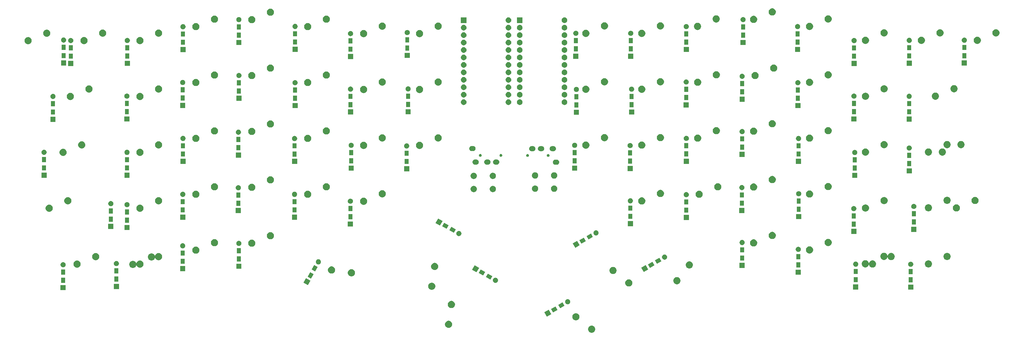
<source format=gbr>
G04 #@! TF.GenerationSoftware,KiCad,Pcbnew,(5.1.0)-1*
G04 #@! TF.CreationDate,2019-07-24T21:38:21-04:00*
G04 #@! TF.ProjectId,ogre,6f677265-2e6b-4696-9361-645f70636258,1.0*
G04 #@! TF.SameCoordinates,Original*
G04 #@! TF.FileFunction,Soldermask,Bot*
G04 #@! TF.FilePolarity,Negative*
%FSLAX46Y46*%
G04 Gerber Fmt 4.6, Leading zero omitted, Abs format (unit mm)*
G04 Created by KiCad (PCBNEW (5.1.0)-1) date 2019-07-24 21:38:21*
%MOMM*%
%LPD*%
G04 APERTURE LIST*
%ADD10C,0.100000*%
G04 APERTURE END LIST*
D10*
G36*
X228514686Y-134638512D02*
G01*
X228736351Y-134730328D01*
X228935839Y-134863622D01*
X229105492Y-135033275D01*
X229238786Y-135232763D01*
X229330602Y-135454428D01*
X229377409Y-135689743D01*
X229377409Y-135929667D01*
X229330602Y-136164982D01*
X229238786Y-136386647D01*
X229105492Y-136586135D01*
X228935839Y-136755788D01*
X228736351Y-136889082D01*
X228514686Y-136980898D01*
X228279371Y-137027705D01*
X228039447Y-137027705D01*
X227804132Y-136980898D01*
X227582467Y-136889082D01*
X227382979Y-136755788D01*
X227213326Y-136586135D01*
X227080032Y-136386647D01*
X226988216Y-136164982D01*
X226941409Y-135929667D01*
X226941409Y-135689743D01*
X226988216Y-135454428D01*
X227080032Y-135232763D01*
X227213326Y-135033275D01*
X227382979Y-134863622D01*
X227582467Y-134730328D01*
X227804132Y-134638512D01*
X228039447Y-134591705D01*
X228279371Y-134591705D01*
X228514686Y-134638512D01*
X228514686Y-134638512D01*
G37*
G36*
X179770572Y-132978364D02*
G01*
X179992237Y-133070180D01*
X180191725Y-133203474D01*
X180361378Y-133373127D01*
X180494672Y-133572615D01*
X180586488Y-133794280D01*
X180633295Y-134029595D01*
X180633295Y-134269519D01*
X180586488Y-134504834D01*
X180494672Y-134726499D01*
X180361378Y-134925987D01*
X180191725Y-135095640D01*
X179992237Y-135228934D01*
X179770572Y-135320750D01*
X179535257Y-135367557D01*
X179295333Y-135367557D01*
X179060018Y-135320750D01*
X178838353Y-135228934D01*
X178638865Y-135095640D01*
X178469212Y-134925987D01*
X178335918Y-134726499D01*
X178244102Y-134504834D01*
X178197295Y-134269519D01*
X178197295Y-134029595D01*
X178244102Y-133794280D01*
X178335918Y-133572615D01*
X178469212Y-133373127D01*
X178638865Y-133203474D01*
X178838353Y-133070180D01*
X179060018Y-132978364D01*
X179295333Y-132931557D01*
X179535257Y-132931557D01*
X179770572Y-132978364D01*
X179770572Y-132978364D01*
G37*
G36*
X223139982Y-130409250D02*
G01*
X223361647Y-130501066D01*
X223561135Y-130634360D01*
X223730788Y-130804013D01*
X223864082Y-131003501D01*
X223955898Y-131225166D01*
X224002705Y-131460481D01*
X224002705Y-131700405D01*
X223955898Y-131935720D01*
X223864082Y-132157385D01*
X223730788Y-132356873D01*
X223561135Y-132526526D01*
X223361647Y-132659820D01*
X223139982Y-132751636D01*
X222904667Y-132798443D01*
X222664743Y-132798443D01*
X222429428Y-132751636D01*
X222207763Y-132659820D01*
X222008275Y-132526526D01*
X221838622Y-132356873D01*
X221705328Y-132157385D01*
X221613512Y-131935720D01*
X221566705Y-131700405D01*
X221566705Y-131460481D01*
X221613512Y-131225166D01*
X221705328Y-131003501D01*
X221838622Y-130804013D01*
X222008275Y-130634360D01*
X222207763Y-130501066D01*
X222429428Y-130409250D01*
X222664743Y-130362443D01*
X222904667Y-130362443D01*
X223139982Y-130409250D01*
X223139982Y-130409250D01*
G37*
G36*
X214437774Y-130660273D02*
G01*
X212922228Y-131535273D01*
X212047228Y-130019727D01*
X213562774Y-129144727D01*
X214437774Y-130660273D01*
X214437774Y-130660273D01*
G37*
G36*
X216502837Y-129237068D02*
G01*
X214987291Y-130112068D01*
X214312291Y-128942932D01*
X215827837Y-128067932D01*
X216502837Y-129237068D01*
X216502837Y-129237068D01*
G37*
G36*
X218927709Y-127837068D02*
G01*
X217412163Y-128712068D01*
X216737163Y-127542932D01*
X218252709Y-126667932D01*
X218927709Y-127837068D01*
X218927709Y-127837068D01*
G37*
G36*
X180745868Y-126209102D02*
G01*
X180967533Y-126300918D01*
X181167021Y-126434212D01*
X181336674Y-126603865D01*
X181469968Y-126803353D01*
X181561784Y-127025018D01*
X181608591Y-127260333D01*
X181608591Y-127500257D01*
X181561784Y-127735572D01*
X181469968Y-127957237D01*
X181336674Y-128156725D01*
X181167021Y-128326378D01*
X180967533Y-128459672D01*
X180745868Y-128551488D01*
X180510553Y-128598295D01*
X180270629Y-128598295D01*
X180035314Y-128551488D01*
X179813649Y-128459672D01*
X179614161Y-128326378D01*
X179444508Y-128156725D01*
X179311214Y-127957237D01*
X179219398Y-127735572D01*
X179172591Y-127500257D01*
X179172591Y-127260333D01*
X179219398Y-127025018D01*
X179311214Y-126803353D01*
X179444508Y-126603865D01*
X179614161Y-126434212D01*
X179813649Y-126300918D01*
X180035314Y-126209102D01*
X180270629Y-126162295D01*
X180510553Y-126162295D01*
X180745868Y-126209102D01*
X180745868Y-126209102D01*
G37*
G36*
X220168203Y-125581813D02*
G01*
X220252728Y-125598626D01*
X220411969Y-125664585D01*
X220555279Y-125760342D01*
X220677157Y-125882220D01*
X220772914Y-126025530D01*
X220838873Y-126184771D01*
X220872499Y-126353821D01*
X220872499Y-126526179D01*
X220838873Y-126695229D01*
X220772914Y-126854470D01*
X220677157Y-126997780D01*
X220555279Y-127119658D01*
X220411969Y-127215415D01*
X220252728Y-127281374D01*
X220168203Y-127298187D01*
X220083679Y-127315000D01*
X219911319Y-127315000D01*
X219826795Y-127298187D01*
X219742270Y-127281374D01*
X219583029Y-127215415D01*
X219439719Y-127119658D01*
X219317841Y-126997780D01*
X219222084Y-126854470D01*
X219156125Y-126695229D01*
X219122499Y-126526179D01*
X219122499Y-126353821D01*
X219156125Y-126184771D01*
X219222084Y-126025530D01*
X219317841Y-125882220D01*
X219439719Y-125760342D01*
X219583029Y-125664585D01*
X219742270Y-125598626D01*
X219826795Y-125581813D01*
X219911319Y-125565000D01*
X220083679Y-125565000D01*
X220168203Y-125581813D01*
X220168203Y-125581813D01*
G37*
G36*
X48975000Y-122505000D02*
G01*
X47225000Y-122505000D01*
X47225000Y-120755000D01*
X48975000Y-120755000D01*
X48975000Y-122505000D01*
X48975000Y-122505000D01*
G37*
G36*
X174054686Y-120018512D02*
G01*
X174276351Y-120110328D01*
X174475839Y-120243622D01*
X174645492Y-120413275D01*
X174778786Y-120612763D01*
X174870602Y-120834428D01*
X174917409Y-121069743D01*
X174917409Y-121309667D01*
X174870602Y-121544982D01*
X174778786Y-121766647D01*
X174645492Y-121966135D01*
X174475839Y-122135788D01*
X174276351Y-122269082D01*
X174054686Y-122360898D01*
X173819371Y-122407705D01*
X173579447Y-122407705D01*
X173344132Y-122360898D01*
X173122467Y-122269082D01*
X172922979Y-122135788D01*
X172753326Y-121966135D01*
X172620032Y-121766647D01*
X172528216Y-121544982D01*
X172481409Y-121309667D01*
X172481409Y-121069743D01*
X172528216Y-120834428D01*
X172620032Y-120612763D01*
X172753326Y-120413275D01*
X172922979Y-120243622D01*
X173122467Y-120110328D01*
X173344132Y-120018512D01*
X173579447Y-119971705D01*
X173819371Y-119971705D01*
X174054686Y-120018512D01*
X174054686Y-120018512D01*
G37*
G36*
X337725000Y-122345000D02*
G01*
X335975000Y-122345000D01*
X335975000Y-120595000D01*
X337725000Y-120595000D01*
X337725000Y-122345000D01*
X337725000Y-122345000D01*
G37*
G36*
X318975000Y-122315000D02*
G01*
X317225000Y-122315000D01*
X317225000Y-120565000D01*
X318975000Y-120565000D01*
X318975000Y-122315000D01*
X318975000Y-122315000D01*
G37*
G36*
X67135000Y-122115000D02*
G01*
X65385000Y-122115000D01*
X65385000Y-120365000D01*
X67135000Y-120365000D01*
X67135000Y-122115000D01*
X67135000Y-122115000D01*
G37*
G36*
X241164686Y-118858512D02*
G01*
X241386351Y-118950328D01*
X241585839Y-119083622D01*
X241755492Y-119253275D01*
X241888786Y-119452763D01*
X241980602Y-119674428D01*
X242027409Y-119909743D01*
X242027409Y-120149667D01*
X241980602Y-120384982D01*
X241888786Y-120606647D01*
X241755492Y-120806135D01*
X241585839Y-120975788D01*
X241386351Y-121109082D01*
X241164686Y-121200898D01*
X240929371Y-121247705D01*
X240689447Y-121247705D01*
X240454132Y-121200898D01*
X240232467Y-121109082D01*
X240032979Y-120975788D01*
X239863326Y-120806135D01*
X239730032Y-120606647D01*
X239638216Y-120384982D01*
X239591409Y-120149667D01*
X239591409Y-119909743D01*
X239638216Y-119674428D01*
X239730032Y-119452763D01*
X239863326Y-119253275D01*
X240032979Y-119083622D01*
X240232467Y-118950328D01*
X240454132Y-118858512D01*
X240689447Y-118811705D01*
X240929371Y-118811705D01*
X241164686Y-118858512D01*
X241164686Y-118858512D01*
G37*
G36*
X132365273Y-119307226D02*
G01*
X131490273Y-120822772D01*
X129974727Y-119947772D01*
X130849727Y-118432226D01*
X132365273Y-119307226D01*
X132365273Y-119307226D01*
G37*
G36*
X257565720Y-118114102D02*
G01*
X257787385Y-118205918D01*
X257986873Y-118339212D01*
X258156526Y-118508865D01*
X258289820Y-118708353D01*
X258381636Y-118930018D01*
X258428443Y-119165333D01*
X258428443Y-119405257D01*
X258381636Y-119640572D01*
X258289820Y-119862237D01*
X258156526Y-120061725D01*
X257986873Y-120231378D01*
X257787385Y-120364672D01*
X257565720Y-120456488D01*
X257330405Y-120503295D01*
X257090481Y-120503295D01*
X256855166Y-120456488D01*
X256633501Y-120364672D01*
X256434013Y-120231378D01*
X256264360Y-120061725D01*
X256131066Y-119862237D01*
X256039250Y-119640572D01*
X255992443Y-119405257D01*
X255992443Y-119165333D01*
X256039250Y-118930018D01*
X256131066Y-118708353D01*
X256264360Y-118508865D01*
X256434013Y-118339212D01*
X256633501Y-118205918D01*
X256855166Y-118114102D01*
X257090481Y-118067295D01*
X257330405Y-118067295D01*
X257565720Y-118114102D01*
X257565720Y-118114102D01*
G37*
G36*
X195558203Y-118281813D02*
G01*
X195642728Y-118298626D01*
X195801969Y-118364585D01*
X195945279Y-118460342D01*
X196067157Y-118582220D01*
X196162914Y-118725530D01*
X196228873Y-118884771D01*
X196262499Y-119053821D01*
X196262499Y-119226179D01*
X196228873Y-119395229D01*
X196162914Y-119554470D01*
X196067157Y-119697780D01*
X195945279Y-119819658D01*
X195801969Y-119915415D01*
X195642728Y-119981374D01*
X195558203Y-119998187D01*
X195473679Y-120015000D01*
X195301319Y-120015000D01*
X195216795Y-119998187D01*
X195132270Y-119981374D01*
X194973029Y-119915415D01*
X194829719Y-119819658D01*
X194707841Y-119697780D01*
X194612084Y-119554470D01*
X194546125Y-119395229D01*
X194512499Y-119226179D01*
X194512499Y-119053821D01*
X194546125Y-118884771D01*
X194612084Y-118725530D01*
X194707841Y-118582220D01*
X194829719Y-118460342D01*
X194973029Y-118364585D01*
X195132270Y-118298626D01*
X195216795Y-118281813D01*
X195301319Y-118265000D01*
X195473679Y-118265000D01*
X195558203Y-118281813D01*
X195558203Y-118281813D01*
G37*
G36*
X48775000Y-120005000D02*
G01*
X47425000Y-120005000D01*
X47425000Y-118255000D01*
X48775000Y-118255000D01*
X48775000Y-120005000D01*
X48775000Y-120005000D01*
G37*
G36*
X337525000Y-119845000D02*
G01*
X336175000Y-119845000D01*
X336175000Y-118095000D01*
X337525000Y-118095000D01*
X337525000Y-119845000D01*
X337525000Y-119845000D01*
G37*
G36*
X318775000Y-119815000D02*
G01*
X317425000Y-119815000D01*
X317425000Y-118065000D01*
X318775000Y-118065000D01*
X318775000Y-119815000D01*
X318775000Y-119815000D01*
G37*
G36*
X66935000Y-119615000D02*
G01*
X65585000Y-119615000D01*
X65585000Y-117865000D01*
X66935000Y-117865000D01*
X66935000Y-119615000D01*
X66935000Y-119615000D01*
G37*
G36*
X194317709Y-117742932D02*
G01*
X193642709Y-118912068D01*
X192127163Y-118037068D01*
X192802163Y-116867932D01*
X194317709Y-117742932D01*
X194317709Y-117742932D01*
G37*
G36*
X133442068Y-117042163D02*
G01*
X132567068Y-118557709D01*
X131397932Y-117882709D01*
X132272932Y-116367163D01*
X133442068Y-117042163D01*
X133442068Y-117042163D01*
G37*
G36*
X146674982Y-115419398D02*
G01*
X146896647Y-115511214D01*
X147096135Y-115644508D01*
X147265788Y-115814161D01*
X147399082Y-116013649D01*
X147490898Y-116235314D01*
X147537705Y-116470629D01*
X147537705Y-116710553D01*
X147490898Y-116945868D01*
X147399082Y-117167533D01*
X147265788Y-117367021D01*
X147096135Y-117536674D01*
X146896647Y-117669968D01*
X146674982Y-117761784D01*
X146439667Y-117808591D01*
X146199743Y-117808591D01*
X145964428Y-117761784D01*
X145742763Y-117669968D01*
X145543275Y-117536674D01*
X145373622Y-117367021D01*
X145240328Y-117167533D01*
X145148512Y-116945868D01*
X145101705Y-116710553D01*
X145101705Y-116470629D01*
X145148512Y-116235314D01*
X145240328Y-116013649D01*
X145373622Y-115814161D01*
X145543275Y-115644508D01*
X145742763Y-115511214D01*
X145964428Y-115419398D01*
X146199743Y-115372591D01*
X146439667Y-115372591D01*
X146674982Y-115419398D01*
X146674982Y-115419398D01*
G37*
G36*
X191892837Y-116342932D02*
G01*
X191217837Y-117512068D01*
X189702291Y-116637068D01*
X190377291Y-115467932D01*
X191892837Y-116342932D01*
X191892837Y-116342932D01*
G37*
G36*
X299415000Y-117255000D02*
G01*
X297665000Y-117255000D01*
X297665000Y-115505000D01*
X299415000Y-115505000D01*
X299415000Y-117255000D01*
X299415000Y-117255000D01*
G37*
G36*
X48775000Y-117205000D02*
G01*
X47425000Y-117205000D01*
X47425000Y-115455000D01*
X48775000Y-115455000D01*
X48775000Y-117205000D01*
X48775000Y-117205000D01*
G37*
G36*
X337525000Y-117045000D02*
G01*
X336175000Y-117045000D01*
X336175000Y-115295000D01*
X337525000Y-115295000D01*
X337525000Y-117045000D01*
X337525000Y-117045000D01*
G37*
G36*
X235789982Y-114629250D02*
G01*
X236011647Y-114721066D01*
X236211135Y-114854360D01*
X236380788Y-115024013D01*
X236514082Y-115223501D01*
X236605898Y-115445166D01*
X236652705Y-115680481D01*
X236652705Y-115920405D01*
X236605898Y-116155720D01*
X236514082Y-116377385D01*
X236380788Y-116576873D01*
X236211135Y-116746526D01*
X236011647Y-116879820D01*
X235789982Y-116971636D01*
X235554667Y-117018443D01*
X235314743Y-117018443D01*
X235079428Y-116971636D01*
X234857763Y-116879820D01*
X234658275Y-116746526D01*
X234488622Y-116576873D01*
X234355328Y-116377385D01*
X234263512Y-116155720D01*
X234216705Y-115920405D01*
X234216705Y-115680481D01*
X234263512Y-115445166D01*
X234355328Y-115223501D01*
X234488622Y-115024013D01*
X234658275Y-114854360D01*
X234857763Y-114721066D01*
X235079428Y-114629250D01*
X235314743Y-114582443D01*
X235554667Y-114582443D01*
X235789982Y-114629250D01*
X235789982Y-114629250D01*
G37*
G36*
X318775000Y-117015000D02*
G01*
X317425000Y-117015000D01*
X317425000Y-115265000D01*
X318775000Y-115265000D01*
X318775000Y-117015000D01*
X318775000Y-117015000D01*
G37*
G36*
X139905720Y-114444102D02*
G01*
X140127385Y-114535918D01*
X140326873Y-114669212D01*
X140496526Y-114838865D01*
X140629820Y-115038353D01*
X140721636Y-115260018D01*
X140768443Y-115495333D01*
X140768443Y-115735257D01*
X140721636Y-115970572D01*
X140629820Y-116192237D01*
X140496526Y-116391725D01*
X140326873Y-116561378D01*
X140127385Y-116694672D01*
X139905720Y-116786488D01*
X139670405Y-116833295D01*
X139430481Y-116833295D01*
X139195166Y-116786488D01*
X138973501Y-116694672D01*
X138774013Y-116561378D01*
X138604360Y-116391725D01*
X138471066Y-116192237D01*
X138379250Y-115970572D01*
X138332443Y-115735257D01*
X138332443Y-115495333D01*
X138379250Y-115260018D01*
X138471066Y-115038353D01*
X138604360Y-114838865D01*
X138774013Y-114669212D01*
X138973501Y-114535918D01*
X139195166Y-114444102D01*
X139430481Y-114397295D01*
X139670405Y-114397295D01*
X139905720Y-114444102D01*
X139905720Y-114444102D01*
G37*
G36*
X66935000Y-116815000D02*
G01*
X65585000Y-116815000D01*
X65585000Y-115065000D01*
X66935000Y-115065000D01*
X66935000Y-116815000D01*
X66935000Y-116815000D01*
G37*
G36*
X189827774Y-114919727D02*
G01*
X188952774Y-116435273D01*
X187437228Y-115560273D01*
X188312228Y-114044727D01*
X189827774Y-114919727D01*
X189827774Y-114919727D01*
G37*
G36*
X247437774Y-115470273D02*
G01*
X245922228Y-116345273D01*
X245047228Y-114829727D01*
X246562774Y-113954727D01*
X247437774Y-115470273D01*
X247437774Y-115470273D01*
G37*
G36*
X134842068Y-114617291D02*
G01*
X133967068Y-116132837D01*
X132797932Y-115457837D01*
X133672932Y-113942291D01*
X134842068Y-114617291D01*
X134842068Y-114617291D01*
G37*
G36*
X89715000Y-116055000D02*
G01*
X87965000Y-116055000D01*
X87965000Y-114305000D01*
X89715000Y-114305000D01*
X89715000Y-116055000D01*
X89715000Y-116055000D01*
G37*
G36*
X175029982Y-113249250D02*
G01*
X175251647Y-113341066D01*
X175451135Y-113474360D01*
X175620788Y-113644013D01*
X175754082Y-113843501D01*
X175845898Y-114065166D01*
X175892705Y-114300481D01*
X175892705Y-114540405D01*
X175845898Y-114775720D01*
X175754082Y-114997385D01*
X175620788Y-115196873D01*
X175451135Y-115366526D01*
X175251647Y-115499820D01*
X175029982Y-115591636D01*
X174794667Y-115638443D01*
X174554743Y-115638443D01*
X174319428Y-115591636D01*
X174097763Y-115499820D01*
X173898275Y-115366526D01*
X173728622Y-115196873D01*
X173595328Y-114997385D01*
X173503512Y-114775720D01*
X173456705Y-114540405D01*
X173456705Y-114300481D01*
X173503512Y-114065166D01*
X173595328Y-113843501D01*
X173728622Y-113644013D01*
X173898275Y-113474360D01*
X174097763Y-113341066D01*
X174319428Y-113249250D01*
X174554743Y-113202443D01*
X174794667Y-113202443D01*
X175029982Y-113249250D01*
X175029982Y-113249250D01*
G37*
G36*
X108845000Y-115225000D02*
G01*
X107095000Y-115225000D01*
X107095000Y-113475000D01*
X108845000Y-113475000D01*
X108845000Y-115225000D01*
X108845000Y-115225000D01*
G37*
G36*
X261794982Y-112739398D02*
G01*
X262016647Y-112831214D01*
X262216135Y-112964508D01*
X262385788Y-113134161D01*
X262519082Y-113333649D01*
X262610898Y-113555314D01*
X262657705Y-113790629D01*
X262657705Y-114030553D01*
X262610898Y-114265868D01*
X262519082Y-114487533D01*
X262385788Y-114687021D01*
X262216135Y-114856674D01*
X262016647Y-114989968D01*
X261835502Y-115065000D01*
X261794982Y-115081784D01*
X261559667Y-115128591D01*
X261319743Y-115128591D01*
X261084428Y-115081784D01*
X261043908Y-115065000D01*
X260862763Y-114989968D01*
X260663275Y-114856674D01*
X260493622Y-114687021D01*
X260360328Y-114487533D01*
X260268512Y-114265868D01*
X260221705Y-114030553D01*
X260221705Y-113790629D01*
X260268512Y-113555314D01*
X260360328Y-113333649D01*
X260493622Y-113134161D01*
X260663275Y-112964508D01*
X260862763Y-112831214D01*
X261084428Y-112739398D01*
X261319743Y-112692591D01*
X261559667Y-112692591D01*
X261794982Y-112739398D01*
X261794982Y-112739398D01*
G37*
G36*
X280285000Y-114945000D02*
G01*
X278535000Y-114945000D01*
X278535000Y-113195000D01*
X280285000Y-113195000D01*
X280285000Y-114945000D01*
X280285000Y-114945000D01*
G37*
G36*
X74645277Y-112454807D02*
G01*
X74866942Y-112546623D01*
X75066430Y-112679917D01*
X75236083Y-112849570D01*
X75369377Y-113049058D01*
X75461193Y-113270723D01*
X75508000Y-113506038D01*
X75508000Y-113745962D01*
X75461193Y-113981277D01*
X75369377Y-114202942D01*
X75236083Y-114402430D01*
X75066430Y-114572083D01*
X74866942Y-114705377D01*
X74645277Y-114797193D01*
X74409962Y-114844000D01*
X74170038Y-114844000D01*
X73934723Y-114797193D01*
X73713058Y-114705377D01*
X73513570Y-114572083D01*
X73343917Y-114402430D01*
X73210623Y-114202942D01*
X73163758Y-114089799D01*
X73156827Y-114076833D01*
X73147500Y-114065468D01*
X73136135Y-114056141D01*
X73123169Y-114049210D01*
X73109100Y-114044942D01*
X73094468Y-114043501D01*
X73079836Y-114044942D01*
X73065767Y-114049210D01*
X73052801Y-114056141D01*
X73041436Y-114065468D01*
X73032109Y-114076833D01*
X73025178Y-114089799D01*
X72939377Y-114296942D01*
X72806083Y-114496430D01*
X72636430Y-114666083D01*
X72436942Y-114799377D01*
X72215277Y-114891193D01*
X71979962Y-114938000D01*
X71740038Y-114938000D01*
X71504723Y-114891193D01*
X71283058Y-114799377D01*
X71083570Y-114666083D01*
X70913917Y-114496430D01*
X70780623Y-114296942D01*
X70688807Y-114075277D01*
X70642000Y-113839962D01*
X70642000Y-113600038D01*
X70688807Y-113364723D01*
X70780623Y-113143058D01*
X70913917Y-112943570D01*
X71083570Y-112773917D01*
X71283058Y-112640623D01*
X71504723Y-112548807D01*
X71740038Y-112502000D01*
X71979962Y-112502000D01*
X72215277Y-112548807D01*
X72436942Y-112640623D01*
X72636430Y-112773917D01*
X72806083Y-112943570D01*
X72939377Y-113143058D01*
X72986242Y-113256201D01*
X72993173Y-113269167D01*
X73002500Y-113280532D01*
X73013865Y-113289859D01*
X73026831Y-113296790D01*
X73040900Y-113301058D01*
X73055532Y-113302499D01*
X73070164Y-113301058D01*
X73084233Y-113296790D01*
X73097199Y-113289859D01*
X73108564Y-113280532D01*
X73117891Y-113269167D01*
X73124822Y-113256201D01*
X73210623Y-113049058D01*
X73343917Y-112849570D01*
X73513570Y-112679917D01*
X73713058Y-112546623D01*
X73934723Y-112454807D01*
X74170038Y-112408000D01*
X74409962Y-112408000D01*
X74645277Y-112454807D01*
X74645277Y-112454807D01*
G37*
G36*
X249502837Y-114047068D02*
G01*
X247987291Y-114922068D01*
X247312291Y-113752932D01*
X248827837Y-112877932D01*
X249502837Y-114047068D01*
X249502837Y-114047068D01*
G37*
G36*
X53213277Y-112454807D02*
G01*
X53434942Y-112546623D01*
X53634430Y-112679917D01*
X53804083Y-112849570D01*
X53937377Y-113049058D01*
X54029193Y-113270723D01*
X54076000Y-113506038D01*
X54076000Y-113745962D01*
X54029193Y-113981277D01*
X53937377Y-114202942D01*
X53804083Y-114402430D01*
X53634430Y-114572083D01*
X53434942Y-114705377D01*
X53213277Y-114797193D01*
X52977962Y-114844000D01*
X52738038Y-114844000D01*
X52502723Y-114797193D01*
X52281058Y-114705377D01*
X52081570Y-114572083D01*
X51911917Y-114402430D01*
X51778623Y-114202942D01*
X51686807Y-113981277D01*
X51640000Y-113745962D01*
X51640000Y-113506038D01*
X51686807Y-113270723D01*
X51778623Y-113049058D01*
X51911917Y-112849570D01*
X52081570Y-112679917D01*
X52281058Y-112546623D01*
X52502723Y-112454807D01*
X52738038Y-112408000D01*
X52977962Y-112408000D01*
X53213277Y-112454807D01*
X53213277Y-112454807D01*
G37*
G36*
X321729277Y-112363807D02*
G01*
X321950942Y-112455623D01*
X322150430Y-112588917D01*
X322320083Y-112758570D01*
X322453377Y-112958058D01*
X322545193Y-113179721D01*
X322546354Y-113185559D01*
X322550622Y-113199628D01*
X322557553Y-113212594D01*
X322566881Y-113223959D01*
X322578246Y-113233286D01*
X322591212Y-113240217D01*
X322605282Y-113244484D01*
X322619913Y-113245925D01*
X322634545Y-113244484D01*
X322648614Y-113240216D01*
X322661580Y-113233285D01*
X322672945Y-113223957D01*
X322682272Y-113212592D01*
X322689202Y-113199627D01*
X322770623Y-113003058D01*
X322903917Y-112803570D01*
X323073570Y-112633917D01*
X323273058Y-112500623D01*
X323494723Y-112408807D01*
X323730038Y-112362000D01*
X323969962Y-112362000D01*
X324205277Y-112408807D01*
X324426942Y-112500623D01*
X324626430Y-112633917D01*
X324796083Y-112803570D01*
X324929377Y-113003058D01*
X325021193Y-113224723D01*
X325068000Y-113460038D01*
X325068000Y-113699962D01*
X325021193Y-113935277D01*
X324929377Y-114156942D01*
X324796083Y-114356430D01*
X324626430Y-114526083D01*
X324426942Y-114659377D01*
X324205277Y-114751193D01*
X323969962Y-114798000D01*
X323730038Y-114798000D01*
X323494723Y-114751193D01*
X323273058Y-114659377D01*
X323073570Y-114526083D01*
X322903917Y-114356430D01*
X322770623Y-114156942D01*
X322678807Y-113935279D01*
X322677646Y-113929441D01*
X322673378Y-113915372D01*
X322666447Y-113902406D01*
X322657119Y-113891041D01*
X322645754Y-113881714D01*
X322632788Y-113874783D01*
X322618718Y-113870516D01*
X322604087Y-113869075D01*
X322589455Y-113870516D01*
X322575386Y-113874784D01*
X322562420Y-113881715D01*
X322551055Y-113891043D01*
X322541728Y-113902408D01*
X322534798Y-113915373D01*
X322453377Y-114111942D01*
X322320083Y-114311430D01*
X322150430Y-114481083D01*
X321950942Y-114614377D01*
X321729277Y-114706193D01*
X321493962Y-114753000D01*
X321254038Y-114753000D01*
X321018723Y-114706193D01*
X320797058Y-114614377D01*
X320597570Y-114481083D01*
X320427917Y-114311430D01*
X320294623Y-114111942D01*
X320202807Y-113890277D01*
X320156000Y-113654962D01*
X320156000Y-113415038D01*
X320202807Y-113179723D01*
X320294623Y-112958058D01*
X320427917Y-112758570D01*
X320597570Y-112588917D01*
X320797058Y-112455623D01*
X321018723Y-112363807D01*
X321254038Y-112317000D01*
X321493962Y-112317000D01*
X321729277Y-112363807D01*
X321729277Y-112363807D01*
G37*
G36*
X343230277Y-112378807D02*
G01*
X343451942Y-112470623D01*
X343651430Y-112603917D01*
X343821083Y-112773570D01*
X343954377Y-112973058D01*
X344046193Y-113194723D01*
X344093000Y-113430038D01*
X344093000Y-113669962D01*
X344046193Y-113905277D01*
X343954377Y-114126942D01*
X343821083Y-114326430D01*
X343651430Y-114496083D01*
X343451942Y-114629377D01*
X343268460Y-114705377D01*
X343230277Y-114721193D01*
X342994962Y-114768000D01*
X342755038Y-114768000D01*
X342519723Y-114721193D01*
X342481540Y-114705377D01*
X342298058Y-114629377D01*
X342098570Y-114496083D01*
X341928917Y-114326430D01*
X341795623Y-114126942D01*
X341703807Y-113905277D01*
X341657000Y-113669962D01*
X341657000Y-113430038D01*
X341703807Y-113194723D01*
X341795623Y-112973058D01*
X341928917Y-112773570D01*
X342098570Y-112603917D01*
X342298058Y-112470623D01*
X342519723Y-112378807D01*
X342755038Y-112332000D01*
X342994962Y-112332000D01*
X343230277Y-112378807D01*
X343230277Y-112378807D01*
G37*
G36*
X299215000Y-114755000D02*
G01*
X297865000Y-114755000D01*
X297865000Y-113005000D01*
X299215000Y-113005000D01*
X299215000Y-114755000D01*
X299215000Y-114755000D01*
G37*
G36*
X48270704Y-112971813D02*
G01*
X48355229Y-112988626D01*
X48514470Y-113054585D01*
X48657780Y-113150342D01*
X48779658Y-113272220D01*
X48875415Y-113415530D01*
X48941374Y-113574771D01*
X48941374Y-113574772D01*
X48969044Y-113713875D01*
X48975000Y-113743821D01*
X48975000Y-113916179D01*
X48941374Y-114085229D01*
X48875415Y-114244470D01*
X48779658Y-114387780D01*
X48657780Y-114509658D01*
X48514470Y-114605415D01*
X48355229Y-114671374D01*
X48276571Y-114687020D01*
X48186180Y-114705000D01*
X48013820Y-114705000D01*
X47923429Y-114687020D01*
X47844771Y-114671374D01*
X47685530Y-114605415D01*
X47542220Y-114509658D01*
X47420342Y-114387780D01*
X47324585Y-114244470D01*
X47258626Y-114085229D01*
X47225000Y-113916179D01*
X47225000Y-113743821D01*
X47230957Y-113713875D01*
X47258626Y-113574772D01*
X47258626Y-113574771D01*
X47324585Y-113415530D01*
X47420342Y-113272220D01*
X47542220Y-113150342D01*
X47685530Y-113054585D01*
X47844771Y-112988626D01*
X47929296Y-112971813D01*
X48013820Y-112955000D01*
X48186180Y-112955000D01*
X48270704Y-112971813D01*
X48270704Y-112971813D01*
G37*
G36*
X336979269Y-112803571D02*
G01*
X337105229Y-112828626D01*
X337264470Y-112894585D01*
X337407780Y-112990342D01*
X337529658Y-113112220D01*
X337625415Y-113255530D01*
X337678948Y-113384772D01*
X337691374Y-113414772D01*
X337725000Y-113583820D01*
X337725000Y-113756180D01*
X337708335Y-113839962D01*
X337691374Y-113925229D01*
X337625415Y-114084470D01*
X337529658Y-114227780D01*
X337407780Y-114349658D01*
X337264470Y-114445415D01*
X337105229Y-114511374D01*
X337020704Y-114528187D01*
X336936180Y-114545000D01*
X336763820Y-114545000D01*
X336679296Y-114528187D01*
X336594771Y-114511374D01*
X336435530Y-114445415D01*
X336292220Y-114349658D01*
X336170342Y-114227780D01*
X336074585Y-114084470D01*
X336008626Y-113925229D01*
X335991665Y-113839962D01*
X335975000Y-113756180D01*
X335975000Y-113583820D01*
X336008626Y-113414772D01*
X336021052Y-113384772D01*
X336074585Y-113255530D01*
X336170342Y-113112220D01*
X336292220Y-112990342D01*
X336435530Y-112894585D01*
X336594771Y-112828626D01*
X336720731Y-112803571D01*
X336763820Y-112795000D01*
X336936180Y-112795000D01*
X336979269Y-112803571D01*
X336979269Y-112803571D01*
G37*
G36*
X318229269Y-112773571D02*
G01*
X318355229Y-112798626D01*
X318514470Y-112864585D01*
X318657780Y-112960342D01*
X318779658Y-113082220D01*
X318875415Y-113225530D01*
X318941374Y-113384771D01*
X318947394Y-113415038D01*
X318975000Y-113553820D01*
X318975000Y-113726180D01*
X318962180Y-113790629D01*
X318941374Y-113895229D01*
X318875415Y-114054470D01*
X318779658Y-114197780D01*
X318657780Y-114319658D01*
X318514470Y-114415415D01*
X318355229Y-114481374D01*
X318279542Y-114496429D01*
X318186180Y-114515000D01*
X318013820Y-114515000D01*
X317920458Y-114496429D01*
X317844771Y-114481374D01*
X317685530Y-114415415D01*
X317542220Y-114319658D01*
X317420342Y-114197780D01*
X317324585Y-114054470D01*
X317258626Y-113895229D01*
X317237820Y-113790629D01*
X317225000Y-113726180D01*
X317225000Y-113553820D01*
X317252606Y-113415038D01*
X317258626Y-113384771D01*
X317324585Y-113225530D01*
X317420342Y-113082220D01*
X317542220Y-112960342D01*
X317685530Y-112864585D01*
X317844771Y-112798626D01*
X317970731Y-112773571D01*
X318013820Y-112765000D01*
X318186180Y-112765000D01*
X318229269Y-112773571D01*
X318229269Y-112773571D01*
G37*
G36*
X66430704Y-112581813D02*
G01*
X66515229Y-112598626D01*
X66674470Y-112664585D01*
X66817780Y-112760342D01*
X66939658Y-112882220D01*
X67035415Y-113025530D01*
X67101374Y-113184771D01*
X67109169Y-113223959D01*
X67135000Y-113353820D01*
X67135000Y-113526180D01*
X67125334Y-113574772D01*
X67101374Y-113695229D01*
X67035415Y-113854470D01*
X66939658Y-113997780D01*
X66817780Y-114119658D01*
X66674470Y-114215415D01*
X66515229Y-114281374D01*
X66436978Y-114296939D01*
X66346180Y-114315000D01*
X66173820Y-114315000D01*
X66083022Y-114296939D01*
X66004771Y-114281374D01*
X65845530Y-114215415D01*
X65702220Y-114119658D01*
X65580342Y-113997780D01*
X65484585Y-113854470D01*
X65418626Y-113695229D01*
X65394666Y-113574772D01*
X65385000Y-113526180D01*
X65385000Y-113353820D01*
X65410831Y-113223959D01*
X65418626Y-113184771D01*
X65484585Y-113025530D01*
X65580342Y-112882220D01*
X65702220Y-112760342D01*
X65845530Y-112664585D01*
X66004771Y-112598626D01*
X66089296Y-112581813D01*
X66173820Y-112565000D01*
X66346180Y-112565000D01*
X66430704Y-112581813D01*
X66430704Y-112581813D01*
G37*
G36*
X135240704Y-112014314D02*
G01*
X135325229Y-112031127D01*
X135484470Y-112097086D01*
X135627780Y-112192843D01*
X135749658Y-112314721D01*
X135845415Y-112458031D01*
X135911374Y-112617272D01*
X135917301Y-112647068D01*
X135945000Y-112786321D01*
X135945000Y-112958681D01*
X135931703Y-113025530D01*
X135911374Y-113127730D01*
X135845415Y-113286971D01*
X135749658Y-113430281D01*
X135627780Y-113552159D01*
X135484470Y-113647916D01*
X135325229Y-113713875D01*
X135263372Y-113726179D01*
X135156180Y-113747501D01*
X134983820Y-113747501D01*
X134876628Y-113726179D01*
X134814771Y-113713875D01*
X134655530Y-113647916D01*
X134512220Y-113552159D01*
X134390342Y-113430281D01*
X134294585Y-113286971D01*
X134228626Y-113127730D01*
X134208297Y-113025530D01*
X134195000Y-112958681D01*
X134195000Y-112786321D01*
X134222699Y-112647068D01*
X134228626Y-112617272D01*
X134294585Y-112458031D01*
X134390342Y-112314721D01*
X134512220Y-112192843D01*
X134655530Y-112097086D01*
X134814771Y-112031127D01*
X134899296Y-112014314D01*
X134983820Y-111997501D01*
X135156180Y-111997501D01*
X135240704Y-112014314D01*
X135240704Y-112014314D01*
G37*
G36*
X89515000Y-113555000D02*
G01*
X88165000Y-113555000D01*
X88165000Y-111805000D01*
X89515000Y-111805000D01*
X89515000Y-113555000D01*
X89515000Y-113555000D01*
G37*
G36*
X251927709Y-112647068D02*
G01*
X250412163Y-113522068D01*
X249737163Y-112352932D01*
X251252709Y-111477932D01*
X251927709Y-112647068D01*
X251927709Y-112647068D01*
G37*
G36*
X108645000Y-112725000D02*
G01*
X107295000Y-112725000D01*
X107295000Y-110975000D01*
X108645000Y-110975000D01*
X108645000Y-112725000D01*
X108645000Y-112725000D01*
G37*
G36*
X280085000Y-112445000D02*
G01*
X278735000Y-112445000D01*
X278735000Y-110695000D01*
X280085000Y-110695000D01*
X280085000Y-112445000D01*
X280085000Y-112445000D01*
G37*
G36*
X80995277Y-109914807D02*
G01*
X81216942Y-110006623D01*
X81416430Y-110139917D01*
X81586083Y-110309570D01*
X81719377Y-110509058D01*
X81811193Y-110730723D01*
X81858000Y-110966038D01*
X81858000Y-111205962D01*
X81811193Y-111441277D01*
X81719377Y-111662942D01*
X81586083Y-111862430D01*
X81416430Y-112032083D01*
X81216942Y-112165377D01*
X80995277Y-112257193D01*
X80759962Y-112304000D01*
X80520038Y-112304000D01*
X80284723Y-112257193D01*
X80063058Y-112165377D01*
X79863570Y-112032083D01*
X79693917Y-111862430D01*
X79560623Y-111662942D01*
X79513758Y-111549799D01*
X79506827Y-111536833D01*
X79497500Y-111525468D01*
X79486135Y-111516141D01*
X79473169Y-111509210D01*
X79459100Y-111504942D01*
X79444468Y-111503501D01*
X79429836Y-111504942D01*
X79415767Y-111509210D01*
X79402801Y-111516141D01*
X79391436Y-111525468D01*
X79382109Y-111536833D01*
X79375178Y-111549799D01*
X79289377Y-111756942D01*
X79156083Y-111956430D01*
X78986430Y-112126083D01*
X78786942Y-112259377D01*
X78565277Y-112351193D01*
X78329962Y-112398000D01*
X78090038Y-112398000D01*
X77854723Y-112351193D01*
X77633058Y-112259377D01*
X77433570Y-112126083D01*
X77263917Y-111956430D01*
X77130623Y-111756942D01*
X77038807Y-111535277D01*
X76992000Y-111299962D01*
X76992000Y-111060038D01*
X77038807Y-110824723D01*
X77130623Y-110603058D01*
X77263917Y-110403570D01*
X77433570Y-110233917D01*
X77633058Y-110100623D01*
X77854723Y-110008807D01*
X78090038Y-109962000D01*
X78329962Y-109962000D01*
X78565277Y-110008807D01*
X78786942Y-110100623D01*
X78986430Y-110233917D01*
X79156083Y-110403570D01*
X79289377Y-110603058D01*
X79336242Y-110716201D01*
X79343173Y-110729167D01*
X79352500Y-110740532D01*
X79363865Y-110749859D01*
X79376831Y-110756790D01*
X79390900Y-110761058D01*
X79405532Y-110762499D01*
X79420164Y-110761058D01*
X79434233Y-110756790D01*
X79447199Y-110749859D01*
X79458564Y-110740532D01*
X79467891Y-110729167D01*
X79474822Y-110716201D01*
X79560623Y-110509058D01*
X79693917Y-110309570D01*
X79863570Y-110139917D01*
X80063058Y-110006623D01*
X80284723Y-109914807D01*
X80520038Y-109868000D01*
X80759962Y-109868000D01*
X80995277Y-109914807D01*
X80995277Y-109914807D01*
G37*
G36*
X59563277Y-109914807D02*
G01*
X59784942Y-110006623D01*
X59984430Y-110139917D01*
X60154083Y-110309570D01*
X60287377Y-110509058D01*
X60379193Y-110730723D01*
X60426000Y-110966038D01*
X60426000Y-111205962D01*
X60379193Y-111441277D01*
X60287377Y-111662942D01*
X60154083Y-111862430D01*
X59984430Y-112032083D01*
X59784942Y-112165377D01*
X59563277Y-112257193D01*
X59327962Y-112304000D01*
X59088038Y-112304000D01*
X58852723Y-112257193D01*
X58631058Y-112165377D01*
X58431570Y-112032083D01*
X58261917Y-111862430D01*
X58128623Y-111662942D01*
X58036807Y-111441277D01*
X57990000Y-111205962D01*
X57990000Y-110966038D01*
X58036807Y-110730723D01*
X58128623Y-110509058D01*
X58261917Y-110309570D01*
X58431570Y-110139917D01*
X58631058Y-110006623D01*
X58852723Y-109914807D01*
X59088038Y-109868000D01*
X59327962Y-109868000D01*
X59563277Y-109914807D01*
X59563277Y-109914807D01*
G37*
G36*
X328079277Y-109823807D02*
G01*
X328300942Y-109915623D01*
X328500430Y-110048917D01*
X328670083Y-110218570D01*
X328803377Y-110418058D01*
X328895193Y-110639721D01*
X328896354Y-110645559D01*
X328900622Y-110659628D01*
X328907553Y-110672594D01*
X328916881Y-110683959D01*
X328928246Y-110693286D01*
X328941212Y-110700217D01*
X328955282Y-110704484D01*
X328969913Y-110705925D01*
X328984545Y-110704484D01*
X328998614Y-110700216D01*
X329011580Y-110693285D01*
X329022945Y-110683957D01*
X329032272Y-110672592D01*
X329039202Y-110659627D01*
X329120623Y-110463058D01*
X329253917Y-110263570D01*
X329423570Y-110093917D01*
X329623058Y-109960623D01*
X329844723Y-109868807D01*
X330080038Y-109822000D01*
X330319962Y-109822000D01*
X330555277Y-109868807D01*
X330776942Y-109960623D01*
X330976430Y-110093917D01*
X331146083Y-110263570D01*
X331279377Y-110463058D01*
X331371193Y-110684723D01*
X331418000Y-110920038D01*
X331418000Y-111159962D01*
X331371193Y-111395277D01*
X331279377Y-111616942D01*
X331146083Y-111816430D01*
X330976430Y-111986083D01*
X330776942Y-112119377D01*
X330555277Y-112211193D01*
X330319962Y-112258000D01*
X330080038Y-112258000D01*
X329844723Y-112211193D01*
X329623058Y-112119377D01*
X329423570Y-111986083D01*
X329253917Y-111816430D01*
X329120623Y-111616942D01*
X329028807Y-111395279D01*
X329027646Y-111389441D01*
X329023378Y-111375372D01*
X329016447Y-111362406D01*
X329007119Y-111351041D01*
X328995754Y-111341714D01*
X328982788Y-111334783D01*
X328968718Y-111330516D01*
X328954087Y-111329075D01*
X328939455Y-111330516D01*
X328925386Y-111334784D01*
X328912420Y-111341715D01*
X328901055Y-111351043D01*
X328891728Y-111362408D01*
X328884798Y-111375373D01*
X328803377Y-111571942D01*
X328670083Y-111771430D01*
X328500430Y-111941083D01*
X328300942Y-112074377D01*
X328081247Y-112165377D01*
X328079277Y-112166193D01*
X327843962Y-112213000D01*
X327604038Y-112213000D01*
X327368723Y-112166193D01*
X327366753Y-112165377D01*
X327147058Y-112074377D01*
X326947570Y-111941083D01*
X326777917Y-111771430D01*
X326644623Y-111571942D01*
X326552807Y-111350277D01*
X326506000Y-111114962D01*
X326506000Y-110875038D01*
X326552807Y-110639723D01*
X326644623Y-110418058D01*
X326777917Y-110218570D01*
X326947570Y-110048917D01*
X327147058Y-109915623D01*
X327368723Y-109823807D01*
X327604038Y-109777000D01*
X327843962Y-109777000D01*
X328079277Y-109823807D01*
X328079277Y-109823807D01*
G37*
G36*
X349580277Y-109838807D02*
G01*
X349801942Y-109930623D01*
X350001430Y-110063917D01*
X350171083Y-110233570D01*
X350304377Y-110433058D01*
X350396193Y-110654723D01*
X350443000Y-110890038D01*
X350443000Y-111129962D01*
X350396193Y-111365277D01*
X350304377Y-111586942D01*
X350171083Y-111786430D01*
X350001430Y-111956083D01*
X349801942Y-112089377D01*
X349618460Y-112165377D01*
X349580277Y-112181193D01*
X349344962Y-112228000D01*
X349105038Y-112228000D01*
X348869723Y-112181193D01*
X348831540Y-112165377D01*
X348648058Y-112089377D01*
X348448570Y-111956083D01*
X348278917Y-111786430D01*
X348145623Y-111586942D01*
X348053807Y-111365277D01*
X348007000Y-111129962D01*
X348007000Y-110890038D01*
X348053807Y-110654723D01*
X348145623Y-110433058D01*
X348278917Y-110233570D01*
X348448570Y-110063917D01*
X348648058Y-109930623D01*
X348869723Y-109838807D01*
X349105038Y-109792000D01*
X349344962Y-109792000D01*
X349580277Y-109838807D01*
X349580277Y-109838807D01*
G37*
G36*
X253168203Y-110391813D02*
G01*
X253252728Y-110408626D01*
X253411969Y-110474585D01*
X253555279Y-110570342D01*
X253677157Y-110692220D01*
X253772914Y-110835530D01*
X253838873Y-110994771D01*
X253838873Y-110994772D01*
X253872499Y-111163820D01*
X253872499Y-111336180D01*
X253867282Y-111362406D01*
X253838873Y-111505229D01*
X253772914Y-111664470D01*
X253677157Y-111807780D01*
X253555279Y-111929658D01*
X253411969Y-112025415D01*
X253252728Y-112091374D01*
X253168203Y-112108187D01*
X253083679Y-112125000D01*
X252911319Y-112125000D01*
X252826795Y-112108187D01*
X252742270Y-112091374D01*
X252583029Y-112025415D01*
X252439719Y-111929658D01*
X252317841Y-111807780D01*
X252222084Y-111664470D01*
X252156125Y-111505229D01*
X252127716Y-111362406D01*
X252122499Y-111336180D01*
X252122499Y-111163820D01*
X252156125Y-110994772D01*
X252156125Y-110994771D01*
X252222084Y-110835530D01*
X252317841Y-110692220D01*
X252439719Y-110570342D01*
X252583029Y-110474585D01*
X252742270Y-110408626D01*
X252826795Y-110391813D01*
X252911319Y-110375000D01*
X253083679Y-110375000D01*
X253168203Y-110391813D01*
X253168203Y-110391813D01*
G37*
G36*
X299215000Y-111955000D02*
G01*
X297865000Y-111955000D01*
X297865000Y-110205000D01*
X299215000Y-110205000D01*
X299215000Y-111955000D01*
X299215000Y-111955000D01*
G37*
G36*
X89515000Y-110755000D02*
G01*
X88165000Y-110755000D01*
X88165000Y-109005000D01*
X89515000Y-109005000D01*
X89515000Y-110755000D01*
X89515000Y-110755000D01*
G37*
G36*
X93695277Y-107692807D02*
G01*
X93916942Y-107784623D01*
X94116430Y-107917917D01*
X94286083Y-108087570D01*
X94419377Y-108287058D01*
X94511193Y-108508723D01*
X94558000Y-108744038D01*
X94558000Y-108983962D01*
X94511193Y-109219277D01*
X94419377Y-109440942D01*
X94286083Y-109640430D01*
X94116430Y-109810083D01*
X93916942Y-109943377D01*
X93695277Y-110035193D01*
X93459962Y-110082000D01*
X93220038Y-110082000D01*
X92984723Y-110035193D01*
X92763058Y-109943377D01*
X92563570Y-109810083D01*
X92393917Y-109640430D01*
X92260623Y-109440942D01*
X92168807Y-109219277D01*
X92122000Y-108983962D01*
X92122000Y-108744038D01*
X92168807Y-108508723D01*
X92260623Y-108287058D01*
X92393917Y-108087570D01*
X92563570Y-107917917D01*
X92763058Y-107784623D01*
X92984723Y-107692807D01*
X93220038Y-107646000D01*
X93459962Y-107646000D01*
X93695277Y-107692807D01*
X93695277Y-107692807D01*
G37*
G36*
X302748277Y-107612807D02*
G01*
X302969942Y-107704623D01*
X303169430Y-107837917D01*
X303339083Y-108007570D01*
X303472377Y-108207058D01*
X303564193Y-108428723D01*
X303611000Y-108664038D01*
X303611000Y-108903962D01*
X303564193Y-109139277D01*
X303472377Y-109360942D01*
X303339083Y-109560430D01*
X303169430Y-109730083D01*
X302969942Y-109863377D01*
X302748277Y-109955193D01*
X302512962Y-110002000D01*
X302273038Y-110002000D01*
X302037723Y-109955193D01*
X301816058Y-109863377D01*
X301616570Y-109730083D01*
X301446917Y-109560430D01*
X301313623Y-109360942D01*
X301221807Y-109139277D01*
X301175000Y-108903962D01*
X301175000Y-108664038D01*
X301221807Y-108428723D01*
X301313623Y-108207058D01*
X301446917Y-108007570D01*
X301616570Y-107837917D01*
X301816058Y-107704623D01*
X302037723Y-107612807D01*
X302273038Y-107566000D01*
X302512962Y-107566000D01*
X302748277Y-107612807D01*
X302748277Y-107612807D01*
G37*
G36*
X108645000Y-109925000D02*
G01*
X107295000Y-109925000D01*
X107295000Y-108175000D01*
X108645000Y-108175000D01*
X108645000Y-109925000D01*
X108645000Y-109925000D01*
G37*
G36*
X280085000Y-109645000D02*
G01*
X278735000Y-109645000D01*
X278735000Y-107895000D01*
X280085000Y-107895000D01*
X280085000Y-109645000D01*
X280085000Y-109645000D01*
G37*
G36*
X298710704Y-107721813D02*
G01*
X298795229Y-107738626D01*
X298954470Y-107804585D01*
X299097780Y-107900342D01*
X299219658Y-108022220D01*
X299315415Y-108165530D01*
X299381374Y-108324771D01*
X299415000Y-108493821D01*
X299415000Y-108666179D01*
X299381374Y-108835229D01*
X299315415Y-108994470D01*
X299219658Y-109137780D01*
X299097780Y-109259658D01*
X298954470Y-109355415D01*
X298795229Y-109421374D01*
X298710704Y-109438187D01*
X298626180Y-109455000D01*
X298453820Y-109455000D01*
X298369296Y-109438187D01*
X298284771Y-109421374D01*
X298125530Y-109355415D01*
X297982220Y-109259658D01*
X297860342Y-109137780D01*
X297764585Y-108994470D01*
X297698626Y-108835229D01*
X297665000Y-108666179D01*
X297665000Y-108493821D01*
X297698626Y-108324771D01*
X297764585Y-108165530D01*
X297860342Y-108022220D01*
X297982220Y-107900342D01*
X298125530Y-107804585D01*
X298284771Y-107738626D01*
X298369296Y-107721813D01*
X298453820Y-107705000D01*
X298626180Y-107705000D01*
X298710704Y-107721813D01*
X298710704Y-107721813D01*
G37*
G36*
X89010704Y-106521813D02*
G01*
X89095229Y-106538626D01*
X89254470Y-106604585D01*
X89397780Y-106700342D01*
X89519658Y-106822220D01*
X89615415Y-106965530D01*
X89681374Y-107124771D01*
X89715000Y-107293821D01*
X89715000Y-107466179D01*
X89681374Y-107635229D01*
X89615415Y-107794470D01*
X89519658Y-107937780D01*
X89397780Y-108059658D01*
X89254470Y-108155415D01*
X89095229Y-108221374D01*
X89010704Y-108238187D01*
X88926180Y-108255000D01*
X88753820Y-108255000D01*
X88669296Y-108238187D01*
X88584771Y-108221374D01*
X88425530Y-108155415D01*
X88282220Y-108059658D01*
X88160342Y-107937780D01*
X88064585Y-107794470D01*
X87998626Y-107635229D01*
X87965000Y-107466179D01*
X87965000Y-107293821D01*
X87998626Y-107124771D01*
X88064585Y-106965530D01*
X88160342Y-106822220D01*
X88282220Y-106700342D01*
X88425530Y-106604585D01*
X88584771Y-106538626D01*
X88669296Y-106521813D01*
X88753820Y-106505000D01*
X88926180Y-106505000D01*
X89010704Y-106521813D01*
X89010704Y-106521813D01*
G37*
G36*
X224097774Y-107200273D02*
G01*
X222582228Y-108075273D01*
X221707228Y-106559727D01*
X223222774Y-105684727D01*
X224097774Y-107200273D01*
X224097774Y-107200273D01*
G37*
G36*
X112745277Y-105311807D02*
G01*
X112966942Y-105403623D01*
X113166430Y-105536917D01*
X113336083Y-105706570D01*
X113469377Y-105906058D01*
X113561193Y-106127723D01*
X113608000Y-106363038D01*
X113608000Y-106602962D01*
X113561193Y-106838277D01*
X113469377Y-107059942D01*
X113336083Y-107259430D01*
X113166430Y-107429083D01*
X112966942Y-107562377D01*
X112745277Y-107654193D01*
X112509962Y-107701000D01*
X112270038Y-107701000D01*
X112034723Y-107654193D01*
X111813058Y-107562377D01*
X111613570Y-107429083D01*
X111443917Y-107259430D01*
X111310623Y-107059942D01*
X111218807Y-106838277D01*
X111172000Y-106602962D01*
X111172000Y-106363038D01*
X111218807Y-106127723D01*
X111310623Y-105906058D01*
X111443917Y-105706570D01*
X111613570Y-105536917D01*
X111813058Y-105403623D01*
X112034723Y-105311807D01*
X112270038Y-105265000D01*
X112509962Y-105265000D01*
X112745277Y-105311807D01*
X112745277Y-105311807D01*
G37*
G36*
X283698277Y-105219807D02*
G01*
X283919942Y-105311623D01*
X284119430Y-105444917D01*
X284289083Y-105614570D01*
X284422377Y-105814058D01*
X284514193Y-106035723D01*
X284561000Y-106271038D01*
X284561000Y-106510962D01*
X284514193Y-106746277D01*
X284422377Y-106967942D01*
X284289083Y-107167430D01*
X284119430Y-107337083D01*
X283919942Y-107470377D01*
X283698277Y-107562193D01*
X283462962Y-107609000D01*
X283223038Y-107609000D01*
X282987723Y-107562193D01*
X282766058Y-107470377D01*
X282566570Y-107337083D01*
X282396917Y-107167430D01*
X282263623Y-106967942D01*
X282171807Y-106746277D01*
X282125000Y-106510962D01*
X282125000Y-106271038D01*
X282171807Y-106035723D01*
X282263623Y-105814058D01*
X282396917Y-105614570D01*
X282566570Y-105444917D01*
X282766058Y-105311623D01*
X282987723Y-105219807D01*
X283223038Y-105173000D01*
X283462962Y-105173000D01*
X283698277Y-105219807D01*
X283698277Y-105219807D01*
G37*
G36*
X100045277Y-105152807D02*
G01*
X100266942Y-105244623D01*
X100466430Y-105377917D01*
X100636083Y-105547570D01*
X100769377Y-105747058D01*
X100861193Y-105968723D01*
X100908000Y-106204038D01*
X100908000Y-106443962D01*
X100861193Y-106679277D01*
X100769377Y-106900942D01*
X100636083Y-107100430D01*
X100466430Y-107270083D01*
X100266942Y-107403377D01*
X100045277Y-107495193D01*
X99809962Y-107542000D01*
X99570038Y-107542000D01*
X99334723Y-107495193D01*
X99113058Y-107403377D01*
X98913570Y-107270083D01*
X98743917Y-107100430D01*
X98610623Y-106900942D01*
X98518807Y-106679277D01*
X98472000Y-106443962D01*
X98472000Y-106204038D01*
X98518807Y-105968723D01*
X98610623Y-105747058D01*
X98743917Y-105547570D01*
X98913570Y-105377917D01*
X99113058Y-105244623D01*
X99334723Y-105152807D01*
X99570038Y-105106000D01*
X99809962Y-105106000D01*
X100045277Y-105152807D01*
X100045277Y-105152807D01*
G37*
G36*
X309098277Y-105072807D02*
G01*
X309319942Y-105164623D01*
X309519430Y-105297917D01*
X309689083Y-105467570D01*
X309822377Y-105667058D01*
X309914193Y-105888723D01*
X309961000Y-106124038D01*
X309961000Y-106363962D01*
X309914193Y-106599277D01*
X309822377Y-106820942D01*
X309689083Y-107020430D01*
X309519430Y-107190083D01*
X309319942Y-107323377D01*
X309098277Y-107415193D01*
X308862962Y-107462000D01*
X308623038Y-107462000D01*
X308387723Y-107415193D01*
X308166058Y-107323377D01*
X307966570Y-107190083D01*
X307796917Y-107020430D01*
X307663623Y-106820942D01*
X307571807Y-106599277D01*
X307525000Y-106363962D01*
X307525000Y-106124038D01*
X307571807Y-105888723D01*
X307663623Y-105667058D01*
X307796917Y-105467570D01*
X307966570Y-105297917D01*
X308166058Y-105164623D01*
X308387723Y-105072807D01*
X308623038Y-105026000D01*
X308862962Y-105026000D01*
X309098277Y-105072807D01*
X309098277Y-105072807D01*
G37*
G36*
X108140704Y-105691813D02*
G01*
X108225229Y-105708626D01*
X108384470Y-105774585D01*
X108527780Y-105870342D01*
X108649658Y-105992220D01*
X108745415Y-106135530D01*
X108811374Y-106294771D01*
X108811374Y-106294772D01*
X108845000Y-106463820D01*
X108845000Y-106636180D01*
X108836427Y-106679277D01*
X108811374Y-106805229D01*
X108745415Y-106964470D01*
X108649658Y-107107780D01*
X108527780Y-107229658D01*
X108384470Y-107325415D01*
X108225229Y-107391374D01*
X108140704Y-107408187D01*
X108056180Y-107425000D01*
X107883820Y-107425000D01*
X107799296Y-107408187D01*
X107714771Y-107391374D01*
X107555530Y-107325415D01*
X107412220Y-107229658D01*
X107290342Y-107107780D01*
X107194585Y-106964470D01*
X107128626Y-106805229D01*
X107103573Y-106679277D01*
X107095000Y-106636180D01*
X107095000Y-106463820D01*
X107128626Y-106294772D01*
X107128626Y-106294771D01*
X107194585Y-106135530D01*
X107290342Y-105992220D01*
X107412220Y-105870342D01*
X107555530Y-105774585D01*
X107714771Y-105708626D01*
X107799296Y-105691813D01*
X107883820Y-105675000D01*
X108056180Y-105675000D01*
X108140704Y-105691813D01*
X108140704Y-105691813D01*
G37*
G36*
X279539530Y-105403623D02*
G01*
X279665229Y-105428626D01*
X279824470Y-105494585D01*
X279967780Y-105590342D01*
X280089658Y-105712220D01*
X280185415Y-105855530D01*
X280251374Y-106014771D01*
X280268187Y-106099296D01*
X280273842Y-106127723D01*
X280285000Y-106183821D01*
X280285000Y-106356179D01*
X280251374Y-106525229D01*
X280185415Y-106684470D01*
X280089658Y-106827780D01*
X279967780Y-106949658D01*
X279824470Y-107045415D01*
X279665229Y-107111374D01*
X279597877Y-107124771D01*
X279496180Y-107145000D01*
X279323820Y-107145000D01*
X279222123Y-107124771D01*
X279154771Y-107111374D01*
X278995530Y-107045415D01*
X278852220Y-106949658D01*
X278730342Y-106827780D01*
X278634585Y-106684470D01*
X278568626Y-106525229D01*
X278535000Y-106356179D01*
X278535000Y-106183821D01*
X278546159Y-106127723D01*
X278551813Y-106099296D01*
X278568626Y-106014771D01*
X278634585Y-105855530D01*
X278730342Y-105712220D01*
X278852220Y-105590342D01*
X278995530Y-105494585D01*
X279154771Y-105428626D01*
X279280470Y-105403623D01*
X279323820Y-105395000D01*
X279496180Y-105395000D01*
X279539530Y-105403623D01*
X279539530Y-105403623D01*
G37*
G36*
X226162837Y-105777068D02*
G01*
X224647291Y-106652068D01*
X223972291Y-105482932D01*
X225487837Y-104607932D01*
X226162837Y-105777068D01*
X226162837Y-105777068D01*
G37*
G36*
X228587709Y-104377068D02*
G01*
X227072163Y-105252068D01*
X226397163Y-104082932D01*
X227912709Y-103207932D01*
X228587709Y-104377068D01*
X228587709Y-104377068D01*
G37*
G36*
X119095277Y-102771807D02*
G01*
X119316942Y-102863623D01*
X119516430Y-102996917D01*
X119686083Y-103166570D01*
X119819377Y-103366058D01*
X119911193Y-103587723D01*
X119958000Y-103823038D01*
X119958000Y-104062962D01*
X119911193Y-104298277D01*
X119819377Y-104519942D01*
X119686083Y-104719430D01*
X119516430Y-104889083D01*
X119316942Y-105022377D01*
X119115057Y-105106000D01*
X119095277Y-105114193D01*
X118859962Y-105161000D01*
X118620038Y-105161000D01*
X118384723Y-105114193D01*
X118364943Y-105106000D01*
X118163058Y-105022377D01*
X117963570Y-104889083D01*
X117793917Y-104719430D01*
X117660623Y-104519942D01*
X117568807Y-104298277D01*
X117522000Y-104062962D01*
X117522000Y-103823038D01*
X117568807Y-103587723D01*
X117660623Y-103366058D01*
X117793917Y-103166570D01*
X117963570Y-102996917D01*
X118163058Y-102863623D01*
X118384723Y-102771807D01*
X118620038Y-102725000D01*
X118859962Y-102725000D01*
X119095277Y-102771807D01*
X119095277Y-102771807D01*
G37*
G36*
X290048277Y-102679807D02*
G01*
X290269942Y-102771623D01*
X290469430Y-102904917D01*
X290639083Y-103074570D01*
X290772377Y-103274058D01*
X290864193Y-103495723D01*
X290911000Y-103731038D01*
X290911000Y-103970962D01*
X290864193Y-104206277D01*
X290772377Y-104427942D01*
X290639083Y-104627430D01*
X290469430Y-104797083D01*
X290269942Y-104930377D01*
X290048277Y-105022193D01*
X289812962Y-105069000D01*
X289573038Y-105069000D01*
X289337723Y-105022193D01*
X289116058Y-104930377D01*
X288916570Y-104797083D01*
X288746917Y-104627430D01*
X288613623Y-104427942D01*
X288521807Y-104206277D01*
X288475000Y-103970962D01*
X288475000Y-103731038D01*
X288521807Y-103495723D01*
X288613623Y-103274058D01*
X288746917Y-103074570D01*
X288916570Y-102904917D01*
X289116058Y-102771623D01*
X289337723Y-102679807D01*
X289573038Y-102633000D01*
X289812962Y-102633000D01*
X290048277Y-102679807D01*
X290048277Y-102679807D01*
G37*
G36*
X183098203Y-102341813D02*
G01*
X183182728Y-102358626D01*
X183341969Y-102424585D01*
X183485279Y-102520342D01*
X183607157Y-102642220D01*
X183702914Y-102785530D01*
X183768873Y-102944771D01*
X183768873Y-102944772D01*
X183793023Y-103066179D01*
X183802499Y-103113821D01*
X183802499Y-103286179D01*
X183768873Y-103455229D01*
X183702914Y-103614470D01*
X183607157Y-103757780D01*
X183485279Y-103879658D01*
X183341969Y-103975415D01*
X183182728Y-104041374D01*
X183098203Y-104058187D01*
X183013679Y-104075000D01*
X182841319Y-104075000D01*
X182756795Y-104058187D01*
X182672270Y-104041374D01*
X182513029Y-103975415D01*
X182369719Y-103879658D01*
X182247841Y-103757780D01*
X182152084Y-103614470D01*
X182086125Y-103455229D01*
X182052499Y-103286179D01*
X182052499Y-103113821D01*
X182061976Y-103066179D01*
X182086125Y-102944772D01*
X182086125Y-102944771D01*
X182152084Y-102785530D01*
X182247841Y-102642220D01*
X182369719Y-102520342D01*
X182513029Y-102424585D01*
X182672270Y-102358626D01*
X182756795Y-102341813D01*
X182841319Y-102325000D01*
X183013679Y-102325000D01*
X183098203Y-102341813D01*
X183098203Y-102341813D01*
G37*
G36*
X229828203Y-102121813D02*
G01*
X229912728Y-102138626D01*
X230071969Y-102204585D01*
X230215279Y-102300342D01*
X230337157Y-102422220D01*
X230432914Y-102565530D01*
X230498873Y-102724771D01*
X230508192Y-102771623D01*
X230532499Y-102893820D01*
X230532499Y-103066180D01*
X230515686Y-103150704D01*
X230498873Y-103235229D01*
X230432914Y-103394470D01*
X230337157Y-103537780D01*
X230215279Y-103659658D01*
X230071969Y-103755415D01*
X229912728Y-103821374D01*
X229904362Y-103823038D01*
X229743679Y-103855000D01*
X229571319Y-103855000D01*
X229410636Y-103823038D01*
X229402270Y-103821374D01*
X229243029Y-103755415D01*
X229099719Y-103659658D01*
X228977841Y-103537780D01*
X228882084Y-103394470D01*
X228816125Y-103235229D01*
X228799312Y-103150704D01*
X228782499Y-103066180D01*
X228782499Y-102893820D01*
X228806806Y-102771623D01*
X228816125Y-102724771D01*
X228882084Y-102565530D01*
X228977841Y-102422220D01*
X229099719Y-102300342D01*
X229243029Y-102204585D01*
X229402270Y-102138626D01*
X229486795Y-102121813D01*
X229571319Y-102105000D01*
X229743679Y-102105000D01*
X229828203Y-102121813D01*
X229828203Y-102121813D01*
G37*
G36*
X318345000Y-103365000D02*
G01*
X316595000Y-103365000D01*
X316595000Y-101615000D01*
X318345000Y-101615000D01*
X318345000Y-103365000D01*
X318345000Y-103365000D01*
G37*
G36*
X181857709Y-101802932D02*
G01*
X181182709Y-102972068D01*
X179667163Y-102097068D01*
X180342163Y-100927932D01*
X181857709Y-101802932D01*
X181857709Y-101802932D01*
G37*
G36*
X338775000Y-102645000D02*
G01*
X337025000Y-102645000D01*
X337025000Y-100895000D01*
X338775000Y-100895000D01*
X338775000Y-102645000D01*
X338775000Y-102645000D01*
G37*
G36*
X70765000Y-102035000D02*
G01*
X69015000Y-102035000D01*
X69015000Y-100285000D01*
X70765000Y-100285000D01*
X70765000Y-102035000D01*
X70765000Y-102035000D01*
G37*
G36*
X65235000Y-101675000D02*
G01*
X63485000Y-101675000D01*
X63485000Y-99925000D01*
X65235000Y-99925000D01*
X65235000Y-101675000D01*
X65235000Y-101675000D01*
G37*
G36*
X179432837Y-100402932D02*
G01*
X178757837Y-101572068D01*
X177242291Y-100697068D01*
X177917291Y-99527932D01*
X179432837Y-100402932D01*
X179432837Y-100402932D01*
G37*
G36*
X318145000Y-100865000D02*
G01*
X316795000Y-100865000D01*
X316795000Y-99115000D01*
X318145000Y-99115000D01*
X318145000Y-100865000D01*
X318145000Y-100865000D01*
G37*
G36*
X146835000Y-100855000D02*
G01*
X145085000Y-100855000D01*
X145085000Y-99105000D01*
X146835000Y-99105000D01*
X146835000Y-100855000D01*
X146835000Y-100855000D01*
G37*
G36*
X242225000Y-100725000D02*
G01*
X240475000Y-100725000D01*
X240475000Y-98975000D01*
X242225000Y-98975000D01*
X242225000Y-100725000D01*
X242225000Y-100725000D01*
G37*
G36*
X177367774Y-98979727D02*
G01*
X176492774Y-100495273D01*
X174977228Y-99620273D01*
X175852228Y-98104727D01*
X177367774Y-98979727D01*
X177367774Y-98979727D01*
G37*
G36*
X338575000Y-100145000D02*
G01*
X337225000Y-100145000D01*
X337225000Y-98395000D01*
X338575000Y-98395000D01*
X338575000Y-100145000D01*
X338575000Y-100145000D01*
G37*
G36*
X70565000Y-99535000D02*
G01*
X69215000Y-99535000D01*
X69215000Y-97785000D01*
X70565000Y-97785000D01*
X70565000Y-99535000D01*
X70565000Y-99535000D01*
G37*
G36*
X65035000Y-99175000D02*
G01*
X63685000Y-99175000D01*
X63685000Y-97425000D01*
X65035000Y-97425000D01*
X65035000Y-99175000D01*
X65035000Y-99175000D01*
G37*
G36*
X261285000Y-98615000D02*
G01*
X259535000Y-98615000D01*
X259535000Y-96865000D01*
X261285000Y-96865000D01*
X261285000Y-98615000D01*
X261285000Y-98615000D01*
G37*
G36*
X89755000Y-98515000D02*
G01*
X88005000Y-98515000D01*
X88005000Y-96765000D01*
X89755000Y-96765000D01*
X89755000Y-98515000D01*
X89755000Y-98515000D01*
G37*
G36*
X127815000Y-98515000D02*
G01*
X126065000Y-98515000D01*
X126065000Y-96765000D01*
X127815000Y-96765000D01*
X127815000Y-98515000D01*
X127815000Y-98515000D01*
G37*
G36*
X146635000Y-98355000D02*
G01*
X145285000Y-98355000D01*
X145285000Y-96605000D01*
X146635000Y-96605000D01*
X146635000Y-98355000D01*
X146635000Y-98355000D01*
G37*
G36*
X299565000Y-98305000D02*
G01*
X297815000Y-98305000D01*
X297815000Y-96555000D01*
X299565000Y-96555000D01*
X299565000Y-98305000D01*
X299565000Y-98305000D01*
G37*
G36*
X242025000Y-98225000D02*
G01*
X240675000Y-98225000D01*
X240675000Y-96475000D01*
X242025000Y-96475000D01*
X242025000Y-98225000D01*
X242025000Y-98225000D01*
G37*
G36*
X318145000Y-98065000D02*
G01*
X316795000Y-98065000D01*
X316795000Y-96315000D01*
X318145000Y-96315000D01*
X318145000Y-98065000D01*
X318145000Y-98065000D01*
G37*
G36*
X338575000Y-97345000D02*
G01*
X337225000Y-97345000D01*
X337225000Y-95595000D01*
X338575000Y-95595000D01*
X338575000Y-97345000D01*
X338575000Y-97345000D01*
G37*
G36*
X70565000Y-96735000D02*
G01*
X69215000Y-96735000D01*
X69215000Y-94985000D01*
X70565000Y-94985000D01*
X70565000Y-96735000D01*
X70565000Y-96735000D01*
G37*
G36*
X65035000Y-96375000D02*
G01*
X63685000Y-96375000D01*
X63685000Y-94625000D01*
X65035000Y-94625000D01*
X65035000Y-96375000D01*
X65035000Y-96375000D01*
G37*
G36*
X108655000Y-96255000D02*
G01*
X106905000Y-96255000D01*
X106905000Y-94505000D01*
X108655000Y-94505000D01*
X108655000Y-96255000D01*
X108655000Y-96255000D01*
G37*
G36*
X280205000Y-96225000D02*
G01*
X278455000Y-96225000D01*
X278455000Y-94475000D01*
X280205000Y-94475000D01*
X280205000Y-96225000D01*
X280205000Y-96225000D01*
G37*
G36*
X261085000Y-96115000D02*
G01*
X259735000Y-96115000D01*
X259735000Y-94365000D01*
X261085000Y-94365000D01*
X261085000Y-96115000D01*
X261085000Y-96115000D01*
G37*
G36*
X89555000Y-96015000D02*
G01*
X88205000Y-96015000D01*
X88205000Y-94265000D01*
X89555000Y-94265000D01*
X89555000Y-96015000D01*
X89555000Y-96015000D01*
G37*
G36*
X127615000Y-96015000D02*
G01*
X126265000Y-96015000D01*
X126265000Y-94265000D01*
X127615000Y-94265000D01*
X127615000Y-96015000D01*
X127615000Y-96015000D01*
G37*
G36*
X299365000Y-95805000D02*
G01*
X298015000Y-95805000D01*
X298015000Y-94055000D01*
X299365000Y-94055000D01*
X299365000Y-95805000D01*
X299365000Y-95805000D01*
G37*
G36*
X74645277Y-93404807D02*
G01*
X74866942Y-93496623D01*
X75066430Y-93629917D01*
X75236083Y-93799570D01*
X75369377Y-93999058D01*
X75461193Y-94220723D01*
X75508000Y-94456038D01*
X75508000Y-94695962D01*
X75461193Y-94931277D01*
X75369377Y-95152942D01*
X75236083Y-95352430D01*
X75066430Y-95522083D01*
X74866942Y-95655377D01*
X74645277Y-95747193D01*
X74409962Y-95794000D01*
X74170038Y-95794000D01*
X73934723Y-95747193D01*
X73713058Y-95655377D01*
X73513570Y-95522083D01*
X73343917Y-95352430D01*
X73210623Y-95152942D01*
X73118807Y-94931277D01*
X73072000Y-94695962D01*
X73072000Y-94456038D01*
X73118807Y-94220723D01*
X73210623Y-93999058D01*
X73343917Y-93799570D01*
X73513570Y-93629917D01*
X73713058Y-93496623D01*
X73934723Y-93404807D01*
X74170038Y-93358000D01*
X74409962Y-93358000D01*
X74645277Y-93404807D01*
X74645277Y-93404807D01*
G37*
G36*
X43715277Y-93404807D02*
G01*
X43936942Y-93496623D01*
X44136430Y-93629917D01*
X44306083Y-93799570D01*
X44439377Y-93999058D01*
X44531193Y-94220723D01*
X44578000Y-94456038D01*
X44578000Y-94695962D01*
X44531193Y-94931277D01*
X44439377Y-95152942D01*
X44306083Y-95352430D01*
X44136430Y-95522083D01*
X43936942Y-95655377D01*
X43715277Y-95747193D01*
X43479962Y-95794000D01*
X43240038Y-95794000D01*
X43004723Y-95747193D01*
X42783058Y-95655377D01*
X42583570Y-95522083D01*
X42413917Y-95352430D01*
X42280623Y-95152942D01*
X42188807Y-94931277D01*
X42142000Y-94695962D01*
X42142000Y-94456038D01*
X42188807Y-94220723D01*
X42280623Y-93999058D01*
X42413917Y-93799570D01*
X42583570Y-93629917D01*
X42783058Y-93496623D01*
X43004723Y-93404807D01*
X43240038Y-93358000D01*
X43479962Y-93358000D01*
X43715277Y-93404807D01*
X43715277Y-93404807D01*
G37*
G36*
X321798277Y-93322807D02*
G01*
X322019942Y-93414623D01*
X322219430Y-93547917D01*
X322389083Y-93717570D01*
X322522377Y-93917058D01*
X322614193Y-94138723D01*
X322661000Y-94374038D01*
X322661000Y-94613962D01*
X322614193Y-94849277D01*
X322522377Y-95070942D01*
X322389083Y-95270430D01*
X322219430Y-95440083D01*
X322019942Y-95573377D01*
X321798277Y-95665193D01*
X321562962Y-95712000D01*
X321323038Y-95712000D01*
X321087723Y-95665193D01*
X320866058Y-95573377D01*
X320666570Y-95440083D01*
X320496917Y-95270430D01*
X320363623Y-95070942D01*
X320271807Y-94849277D01*
X320225000Y-94613962D01*
X320225000Y-94374038D01*
X320271807Y-94138723D01*
X320363623Y-93917058D01*
X320496917Y-93717570D01*
X320666570Y-93547917D01*
X320866058Y-93414623D01*
X321087723Y-93322807D01*
X321323038Y-93276000D01*
X321562962Y-93276000D01*
X321798277Y-93322807D01*
X321798277Y-93322807D01*
G37*
G36*
X352759277Y-93300807D02*
G01*
X352980942Y-93392623D01*
X353180430Y-93525917D01*
X353350083Y-93695570D01*
X353483377Y-93895058D01*
X353575193Y-94116723D01*
X353622000Y-94352038D01*
X353622000Y-94591962D01*
X353575193Y-94827277D01*
X353483377Y-95048942D01*
X353350083Y-95248430D01*
X353180430Y-95418083D01*
X352980942Y-95551377D01*
X352759277Y-95643193D01*
X352523962Y-95690000D01*
X352284038Y-95690000D01*
X352048723Y-95643193D01*
X351827058Y-95551377D01*
X351627570Y-95418083D01*
X351457917Y-95248430D01*
X351324623Y-95048942D01*
X351232807Y-94827277D01*
X351186000Y-94591962D01*
X351186000Y-94352038D01*
X351232807Y-94116723D01*
X351324623Y-93895058D01*
X351457917Y-93695570D01*
X351627570Y-93525917D01*
X351827058Y-93392623D01*
X352048723Y-93300807D01*
X352284038Y-93254000D01*
X352523962Y-93254000D01*
X352759277Y-93300807D01*
X352759277Y-93300807D01*
G37*
G36*
X343235277Y-93248807D02*
G01*
X343456942Y-93340623D01*
X343656430Y-93473917D01*
X343826083Y-93643570D01*
X343959377Y-93843058D01*
X344051193Y-94064723D01*
X344098000Y-94300038D01*
X344098000Y-94539962D01*
X344051193Y-94775277D01*
X343959377Y-94996942D01*
X343826083Y-95196430D01*
X343656430Y-95366083D01*
X343456942Y-95499377D01*
X343235277Y-95591193D01*
X342999962Y-95638000D01*
X342760038Y-95638000D01*
X342524723Y-95591193D01*
X342303058Y-95499377D01*
X342103570Y-95366083D01*
X341933917Y-95196430D01*
X341800623Y-94996942D01*
X341708807Y-94775277D01*
X341662000Y-94539962D01*
X341662000Y-94300038D01*
X341708807Y-94064723D01*
X341800623Y-93843058D01*
X341933917Y-93643570D01*
X342103570Y-93473917D01*
X342303058Y-93340623D01*
X342524723Y-93248807D01*
X342760038Y-93202000D01*
X342999962Y-93202000D01*
X343235277Y-93248807D01*
X343235277Y-93248807D01*
G37*
G36*
X317640704Y-93831813D02*
G01*
X317725229Y-93848626D01*
X317884470Y-93914585D01*
X318027780Y-94010342D01*
X318149658Y-94132220D01*
X318245415Y-94275530D01*
X318311374Y-94434771D01*
X318345000Y-94603821D01*
X318345000Y-94776179D01*
X318311374Y-94945229D01*
X318245415Y-95104470D01*
X318149658Y-95247780D01*
X318027780Y-95369658D01*
X317884470Y-95465415D01*
X317725229Y-95531374D01*
X317640704Y-95548187D01*
X317556180Y-95565000D01*
X317383820Y-95565000D01*
X317299296Y-95548187D01*
X317214771Y-95531374D01*
X317055530Y-95465415D01*
X316912220Y-95369658D01*
X316790342Y-95247780D01*
X316694585Y-95104470D01*
X316628626Y-94945229D01*
X316595000Y-94776179D01*
X316595000Y-94603821D01*
X316628626Y-94434771D01*
X316694585Y-94275530D01*
X316790342Y-94132220D01*
X316912220Y-94010342D01*
X317055530Y-93914585D01*
X317214771Y-93848626D01*
X317299296Y-93831813D01*
X317383820Y-93815000D01*
X317556180Y-93815000D01*
X317640704Y-93831813D01*
X317640704Y-93831813D01*
G37*
G36*
X146635000Y-95555000D02*
G01*
X145285000Y-95555000D01*
X145285000Y-93805000D01*
X146635000Y-93805000D01*
X146635000Y-95555000D01*
X146635000Y-95555000D01*
G37*
G36*
X242025000Y-95425000D02*
G01*
X240675000Y-95425000D01*
X240675000Y-93675000D01*
X242025000Y-93675000D01*
X242025000Y-95425000D01*
X242025000Y-95425000D01*
G37*
G36*
X338070704Y-93111813D02*
G01*
X338155229Y-93128626D01*
X338314470Y-93194585D01*
X338457780Y-93290342D01*
X338579658Y-93412220D01*
X338675415Y-93555530D01*
X338741374Y-93714771D01*
X338749376Y-93755000D01*
X338775000Y-93883820D01*
X338775000Y-94056180D01*
X338762957Y-94116723D01*
X338741374Y-94225229D01*
X338675415Y-94384470D01*
X338579658Y-94527780D01*
X338457780Y-94649658D01*
X338314470Y-94745415D01*
X338155229Y-94811374D01*
X338075279Y-94827277D01*
X337986180Y-94845000D01*
X337813820Y-94845000D01*
X337724721Y-94827277D01*
X337644771Y-94811374D01*
X337485530Y-94745415D01*
X337342220Y-94649658D01*
X337220342Y-94527780D01*
X337124585Y-94384470D01*
X337058626Y-94225229D01*
X337037043Y-94116723D01*
X337025000Y-94056180D01*
X337025000Y-93883820D01*
X337050624Y-93755000D01*
X337058626Y-93714771D01*
X337124585Y-93555530D01*
X337220342Y-93412220D01*
X337342220Y-93290342D01*
X337485530Y-93194585D01*
X337644771Y-93128626D01*
X337729296Y-93111813D01*
X337813820Y-93095000D01*
X337986180Y-93095000D01*
X338070704Y-93111813D01*
X338070704Y-93111813D01*
G37*
G36*
X70060704Y-92501813D02*
G01*
X70145229Y-92518626D01*
X70304470Y-92584585D01*
X70447780Y-92680342D01*
X70569658Y-92802220D01*
X70665415Y-92945530D01*
X70731374Y-93104771D01*
X70741440Y-93155377D01*
X70765000Y-93273820D01*
X70765000Y-93446180D01*
X70754966Y-93496623D01*
X70731374Y-93615229D01*
X70665415Y-93774470D01*
X70569658Y-93917780D01*
X70447780Y-94039658D01*
X70304470Y-94135415D01*
X70145229Y-94201374D01*
X70060704Y-94218187D01*
X69976180Y-94235000D01*
X69803820Y-94235000D01*
X69719296Y-94218187D01*
X69634771Y-94201374D01*
X69475530Y-94135415D01*
X69332220Y-94039658D01*
X69210342Y-93917780D01*
X69114585Y-93774470D01*
X69048626Y-93615229D01*
X69025034Y-93496623D01*
X69015000Y-93446180D01*
X69015000Y-93273820D01*
X69038560Y-93155377D01*
X69048626Y-93104771D01*
X69114585Y-92945530D01*
X69210342Y-92802220D01*
X69332220Y-92680342D01*
X69475530Y-92584585D01*
X69634771Y-92518626D01*
X69719296Y-92501813D01*
X69803820Y-92485000D01*
X69976180Y-92485000D01*
X70060704Y-92501813D01*
X70060704Y-92501813D01*
G37*
G36*
X64502380Y-92136179D02*
G01*
X64615229Y-92158626D01*
X64774470Y-92224585D01*
X64917780Y-92320342D01*
X65039658Y-92442220D01*
X65135415Y-92585530D01*
X65201374Y-92744771D01*
X65212801Y-92802220D01*
X65235000Y-92913820D01*
X65235000Y-93086180D01*
X65232649Y-93098000D01*
X65201374Y-93255229D01*
X65135415Y-93414470D01*
X65039658Y-93557780D01*
X64917780Y-93679658D01*
X64774470Y-93775415D01*
X64615229Y-93841374D01*
X64530704Y-93858187D01*
X64446180Y-93875000D01*
X64273820Y-93875000D01*
X64189296Y-93858187D01*
X64104771Y-93841374D01*
X63945530Y-93775415D01*
X63802220Y-93679658D01*
X63680342Y-93557780D01*
X63584585Y-93414470D01*
X63518626Y-93255229D01*
X63487351Y-93098000D01*
X63485000Y-93086180D01*
X63485000Y-92913820D01*
X63507199Y-92802220D01*
X63518626Y-92744771D01*
X63584585Y-92585530D01*
X63680342Y-92442220D01*
X63802220Y-92320342D01*
X63945530Y-92224585D01*
X64104771Y-92158626D01*
X64217620Y-92136179D01*
X64273820Y-92125000D01*
X64446180Y-92125000D01*
X64502380Y-92136179D01*
X64502380Y-92136179D01*
G37*
G36*
X108455000Y-93755000D02*
G01*
X107105000Y-93755000D01*
X107105000Y-92005000D01*
X108455000Y-92005000D01*
X108455000Y-93755000D01*
X108455000Y-93755000D01*
G37*
G36*
X280005000Y-93725000D02*
G01*
X278655000Y-93725000D01*
X278655000Y-91975000D01*
X280005000Y-91975000D01*
X280005000Y-93725000D01*
X280005000Y-93725000D01*
G37*
G36*
X150845277Y-91023807D02*
G01*
X151066942Y-91115623D01*
X151266430Y-91248917D01*
X151436083Y-91418570D01*
X151569377Y-91618058D01*
X151661193Y-91839723D01*
X151708000Y-92075038D01*
X151708000Y-92314962D01*
X151661193Y-92550277D01*
X151569377Y-92771942D01*
X151436083Y-92971430D01*
X151266430Y-93141083D01*
X151066942Y-93274377D01*
X150845277Y-93366193D01*
X150609962Y-93413000D01*
X150370038Y-93413000D01*
X150134723Y-93366193D01*
X149913058Y-93274377D01*
X149713570Y-93141083D01*
X149543917Y-92971430D01*
X149410623Y-92771942D01*
X149318807Y-92550277D01*
X149272000Y-92314962D01*
X149272000Y-92075038D01*
X149318807Y-91839723D01*
X149410623Y-91618058D01*
X149543917Y-91418570D01*
X149713570Y-91248917D01*
X149913058Y-91115623D01*
X150134723Y-91023807D01*
X150370038Y-90977000D01*
X150609962Y-90977000D01*
X150845277Y-91023807D01*
X150845277Y-91023807D01*
G37*
G36*
X261085000Y-93315000D02*
G01*
X259735000Y-93315000D01*
X259735000Y-91565000D01*
X261085000Y-91565000D01*
X261085000Y-93315000D01*
X261085000Y-93315000D01*
G37*
G36*
X245598277Y-90904807D02*
G01*
X245819942Y-90996623D01*
X246019430Y-91129917D01*
X246189083Y-91299570D01*
X246322377Y-91499058D01*
X246414193Y-91720723D01*
X246461000Y-91956038D01*
X246461000Y-92195962D01*
X246414193Y-92431277D01*
X246322377Y-92652942D01*
X246189083Y-92852430D01*
X246019430Y-93022083D01*
X245819942Y-93155377D01*
X245598277Y-93247193D01*
X245362962Y-93294000D01*
X245123038Y-93294000D01*
X244887723Y-93247193D01*
X244666058Y-93155377D01*
X244466570Y-93022083D01*
X244296917Y-92852430D01*
X244163623Y-92652942D01*
X244071807Y-92431277D01*
X244025000Y-92195962D01*
X244025000Y-91956038D01*
X244071807Y-91720723D01*
X244163623Y-91499058D01*
X244296917Y-91299570D01*
X244466570Y-91129917D01*
X244666058Y-90996623D01*
X244887723Y-90904807D01*
X245123038Y-90858000D01*
X245362962Y-90858000D01*
X245598277Y-90904807D01*
X245598277Y-90904807D01*
G37*
G36*
X50065277Y-90864807D02*
G01*
X50286942Y-90956623D01*
X50486430Y-91089917D01*
X50656083Y-91259570D01*
X50789377Y-91459058D01*
X50881193Y-91680723D01*
X50928000Y-91916038D01*
X50928000Y-92155962D01*
X50881193Y-92391277D01*
X50789377Y-92612942D01*
X50656083Y-92812430D01*
X50486430Y-92982083D01*
X50286942Y-93115377D01*
X50065277Y-93207193D01*
X49829962Y-93254000D01*
X49590038Y-93254000D01*
X49354723Y-93207193D01*
X49133058Y-93115377D01*
X48933570Y-92982083D01*
X48763917Y-92812430D01*
X48630623Y-92612942D01*
X48538807Y-92391277D01*
X48492000Y-92155962D01*
X48492000Y-91916038D01*
X48538807Y-91680723D01*
X48630623Y-91459058D01*
X48763917Y-91259570D01*
X48933570Y-91089917D01*
X49133058Y-90956623D01*
X49354723Y-90864807D01*
X49590038Y-90818000D01*
X49829962Y-90818000D01*
X50065277Y-90864807D01*
X50065277Y-90864807D01*
G37*
G36*
X80995277Y-90864807D02*
G01*
X81216942Y-90956623D01*
X81416430Y-91089917D01*
X81586083Y-91259570D01*
X81719377Y-91459058D01*
X81811193Y-91680723D01*
X81858000Y-91916038D01*
X81858000Y-92155962D01*
X81811193Y-92391277D01*
X81719377Y-92612942D01*
X81586083Y-92812430D01*
X81416430Y-92982083D01*
X81216942Y-93115377D01*
X81007814Y-93202000D01*
X80995277Y-93207193D01*
X80759962Y-93254000D01*
X80520038Y-93254000D01*
X80284723Y-93207193D01*
X80272186Y-93202000D01*
X80063058Y-93115377D01*
X79863570Y-92982083D01*
X79693917Y-92812430D01*
X79560623Y-92612942D01*
X79468807Y-92391277D01*
X79422000Y-92155962D01*
X79422000Y-91916038D01*
X79468807Y-91680723D01*
X79560623Y-91459058D01*
X79693917Y-91259570D01*
X79863570Y-91089917D01*
X80063058Y-90956623D01*
X80284723Y-90864807D01*
X80520038Y-90818000D01*
X80759962Y-90818000D01*
X80995277Y-90864807D01*
X80995277Y-90864807D01*
G37*
G36*
X127615000Y-93215000D02*
G01*
X126265000Y-93215000D01*
X126265000Y-91465000D01*
X127615000Y-91465000D01*
X127615000Y-93215000D01*
X127615000Y-93215000D01*
G37*
G36*
X89555000Y-93215000D02*
G01*
X88205000Y-93215000D01*
X88205000Y-91465000D01*
X89555000Y-91465000D01*
X89555000Y-93215000D01*
X89555000Y-93215000D01*
G37*
G36*
X328148277Y-90782807D02*
G01*
X328369942Y-90874623D01*
X328569430Y-91007917D01*
X328739083Y-91177570D01*
X328872377Y-91377058D01*
X328964193Y-91598723D01*
X329011000Y-91834038D01*
X329011000Y-92073962D01*
X328964193Y-92309277D01*
X328872377Y-92530942D01*
X328739083Y-92730430D01*
X328569430Y-92900083D01*
X328369942Y-93033377D01*
X328148277Y-93125193D01*
X327912962Y-93172000D01*
X327673038Y-93172000D01*
X327437723Y-93125193D01*
X327216058Y-93033377D01*
X327016570Y-92900083D01*
X326846917Y-92730430D01*
X326713623Y-92530942D01*
X326621807Y-92309277D01*
X326575000Y-92073962D01*
X326575000Y-91834038D01*
X326621807Y-91598723D01*
X326713623Y-91377058D01*
X326846917Y-91177570D01*
X327016570Y-91007917D01*
X327216058Y-90874623D01*
X327437723Y-90782807D01*
X327673038Y-90736000D01*
X327912962Y-90736000D01*
X328148277Y-90782807D01*
X328148277Y-90782807D01*
G37*
G36*
X359109277Y-90760807D02*
G01*
X359330942Y-90852623D01*
X359530430Y-90985917D01*
X359700083Y-91155570D01*
X359833377Y-91355058D01*
X359925193Y-91576723D01*
X359972000Y-91812038D01*
X359972000Y-92051962D01*
X359925193Y-92287277D01*
X359833377Y-92508942D01*
X359700083Y-92708430D01*
X359530430Y-92878083D01*
X359330942Y-93011377D01*
X359150350Y-93086180D01*
X359109277Y-93103193D01*
X358873962Y-93150000D01*
X358634038Y-93150000D01*
X358398723Y-93103193D01*
X358357650Y-93086180D01*
X358177058Y-93011377D01*
X357977570Y-92878083D01*
X357807917Y-92708430D01*
X357674623Y-92508942D01*
X357582807Y-92287277D01*
X357536000Y-92051962D01*
X357536000Y-91812038D01*
X357582807Y-91576723D01*
X357674623Y-91355058D01*
X357807917Y-91155570D01*
X357977570Y-90985917D01*
X358177058Y-90852623D01*
X358398723Y-90760807D01*
X358634038Y-90714000D01*
X358873962Y-90714000D01*
X359109277Y-90760807D01*
X359109277Y-90760807D01*
G37*
G36*
X349585277Y-90708807D02*
G01*
X349806942Y-90800623D01*
X350006430Y-90933917D01*
X350176083Y-91103570D01*
X350309377Y-91303058D01*
X350401193Y-91524723D01*
X350448000Y-91760038D01*
X350448000Y-91999962D01*
X350401193Y-92235277D01*
X350309377Y-92456942D01*
X350176083Y-92656430D01*
X350006430Y-92826083D01*
X349806942Y-92959377D01*
X349585277Y-93051193D01*
X349349962Y-93098000D01*
X349110038Y-93098000D01*
X348874723Y-93051193D01*
X348653058Y-92959377D01*
X348453570Y-92826083D01*
X348283917Y-92656430D01*
X348150623Y-92456942D01*
X348058807Y-92235277D01*
X348012000Y-91999962D01*
X348012000Y-91760038D01*
X348058807Y-91524723D01*
X348150623Y-91303058D01*
X348283917Y-91103570D01*
X348453570Y-90933917D01*
X348653058Y-90800623D01*
X348874723Y-90708807D01*
X349110038Y-90662000D01*
X349349962Y-90662000D01*
X349585277Y-90708807D01*
X349585277Y-90708807D01*
G37*
G36*
X146130704Y-91321813D02*
G01*
X146215229Y-91338626D01*
X146374470Y-91404585D01*
X146517780Y-91500342D01*
X146639658Y-91622220D01*
X146735415Y-91765530D01*
X146801374Y-91924771D01*
X146801374Y-91924772D01*
X146835000Y-92093820D01*
X146835000Y-92266180D01*
X146824226Y-92320342D01*
X146801374Y-92435229D01*
X146735415Y-92594470D01*
X146639658Y-92737780D01*
X146517780Y-92859658D01*
X146374470Y-92955415D01*
X146215229Y-93021374D01*
X146130704Y-93038187D01*
X146046180Y-93055000D01*
X145873820Y-93055000D01*
X145789296Y-93038187D01*
X145704771Y-93021374D01*
X145545530Y-92955415D01*
X145402220Y-92859658D01*
X145280342Y-92737780D01*
X145184585Y-92594470D01*
X145118626Y-92435229D01*
X145095774Y-92320342D01*
X145085000Y-92266180D01*
X145085000Y-92093820D01*
X145118626Y-91924772D01*
X145118626Y-91924771D01*
X145184585Y-91765530D01*
X145280342Y-91622220D01*
X145402220Y-91500342D01*
X145545530Y-91404585D01*
X145704771Y-91338626D01*
X145789296Y-91321813D01*
X145873820Y-91305000D01*
X146046180Y-91305000D01*
X146130704Y-91321813D01*
X146130704Y-91321813D01*
G37*
G36*
X299365000Y-93005000D02*
G01*
X298015000Y-93005000D01*
X298015000Y-91255000D01*
X299365000Y-91255000D01*
X299365000Y-93005000D01*
X299365000Y-93005000D01*
G37*
G36*
X241520704Y-91191813D02*
G01*
X241605229Y-91208626D01*
X241764470Y-91274585D01*
X241907780Y-91370342D01*
X242029658Y-91492220D01*
X242125415Y-91635530D01*
X242191374Y-91794771D01*
X242199185Y-91834038D01*
X242225000Y-91963820D01*
X242225000Y-92136180D01*
X242208187Y-92220704D01*
X242191374Y-92305229D01*
X242125415Y-92464470D01*
X242029658Y-92607780D01*
X241907780Y-92729658D01*
X241764470Y-92825415D01*
X241605229Y-92891374D01*
X241520704Y-92908187D01*
X241436180Y-92925000D01*
X241263820Y-92925000D01*
X241179296Y-92908187D01*
X241094771Y-92891374D01*
X240935530Y-92825415D01*
X240792220Y-92729658D01*
X240670342Y-92607780D01*
X240574585Y-92464470D01*
X240508626Y-92305229D01*
X240491813Y-92220704D01*
X240475000Y-92136180D01*
X240475000Y-91963820D01*
X240500815Y-91834038D01*
X240508626Y-91794771D01*
X240574585Y-91635530D01*
X240670342Y-91492220D01*
X240792220Y-91370342D01*
X240935530Y-91274585D01*
X241094771Y-91208626D01*
X241179296Y-91191813D01*
X241263820Y-91175000D01*
X241436180Y-91175000D01*
X241520704Y-91191813D01*
X241520704Y-91191813D01*
G37*
G36*
X265145277Y-88642807D02*
G01*
X265366942Y-88734623D01*
X265566430Y-88867917D01*
X265736083Y-89037570D01*
X265869377Y-89237058D01*
X265961193Y-89458723D01*
X266008000Y-89694038D01*
X266008000Y-89933962D01*
X265961193Y-90169277D01*
X265869377Y-90390942D01*
X265736083Y-90590430D01*
X265566430Y-90760083D01*
X265366942Y-90893377D01*
X265145277Y-90985193D01*
X264909962Y-91032000D01*
X264670038Y-91032000D01*
X264434723Y-90985193D01*
X264213058Y-90893377D01*
X264013570Y-90760083D01*
X263843917Y-90590430D01*
X263710623Y-90390942D01*
X263618807Y-90169277D01*
X263572000Y-89933962D01*
X263572000Y-89694038D01*
X263618807Y-89458723D01*
X263710623Y-89237058D01*
X263843917Y-89037570D01*
X264013570Y-88867917D01*
X264213058Y-88734623D01*
X264434723Y-88642807D01*
X264670038Y-88596000D01*
X264909962Y-88596000D01*
X265145277Y-88642807D01*
X265145277Y-88642807D01*
G37*
G36*
X131795277Y-88642807D02*
G01*
X132016942Y-88734623D01*
X132216430Y-88867917D01*
X132386083Y-89037570D01*
X132519377Y-89237058D01*
X132611193Y-89458723D01*
X132658000Y-89694038D01*
X132658000Y-89933962D01*
X132611193Y-90169277D01*
X132519377Y-90390942D01*
X132386083Y-90590430D01*
X132216430Y-90760083D01*
X132016942Y-90893377D01*
X131815057Y-90977000D01*
X131795277Y-90985193D01*
X131559962Y-91032000D01*
X131320038Y-91032000D01*
X131084723Y-90985193D01*
X131064943Y-90977000D01*
X130863058Y-90893377D01*
X130663570Y-90760083D01*
X130493917Y-90590430D01*
X130360623Y-90390942D01*
X130268807Y-90169277D01*
X130222000Y-89933962D01*
X130222000Y-89694038D01*
X130268807Y-89458723D01*
X130360623Y-89237058D01*
X130493917Y-89037570D01*
X130663570Y-88867917D01*
X130863058Y-88734623D01*
X131084723Y-88642807D01*
X131320038Y-88596000D01*
X131559962Y-88596000D01*
X131795277Y-88642807D01*
X131795277Y-88642807D01*
G37*
G36*
X93695277Y-88642807D02*
G01*
X93916942Y-88734623D01*
X94116430Y-88867917D01*
X94286083Y-89037570D01*
X94419377Y-89237058D01*
X94511193Y-89458723D01*
X94558000Y-89694038D01*
X94558000Y-89933962D01*
X94511193Y-90169277D01*
X94419377Y-90390942D01*
X94286083Y-90590430D01*
X94116430Y-90760083D01*
X93916942Y-90893377D01*
X93715057Y-90977000D01*
X93695277Y-90985193D01*
X93459962Y-91032000D01*
X93220038Y-91032000D01*
X92984723Y-90985193D01*
X92964943Y-90977000D01*
X92763058Y-90893377D01*
X92563570Y-90760083D01*
X92393917Y-90590430D01*
X92260623Y-90390942D01*
X92168807Y-90169277D01*
X92122000Y-89933962D01*
X92122000Y-89694038D01*
X92168807Y-89458723D01*
X92260623Y-89237058D01*
X92393917Y-89037570D01*
X92563570Y-88867917D01*
X92763058Y-88734623D01*
X92984723Y-88642807D01*
X93220038Y-88596000D01*
X93459962Y-88596000D01*
X93695277Y-88642807D01*
X93695277Y-88642807D01*
G37*
G36*
X108455000Y-90955000D02*
G01*
X107105000Y-90955000D01*
X107105000Y-89205000D01*
X108455000Y-89205000D01*
X108455000Y-90955000D01*
X108455000Y-90955000D01*
G37*
G36*
X302748277Y-88548807D02*
G01*
X302969942Y-88640623D01*
X303169430Y-88773917D01*
X303339083Y-88943570D01*
X303472377Y-89143058D01*
X303564193Y-89364723D01*
X303611000Y-89600038D01*
X303611000Y-89839962D01*
X303564193Y-90075277D01*
X303472377Y-90296942D01*
X303339083Y-90496430D01*
X303169430Y-90666083D01*
X302969942Y-90799377D01*
X302748277Y-90891193D01*
X302512962Y-90938000D01*
X302273038Y-90938000D01*
X302037723Y-90891193D01*
X301816058Y-90799377D01*
X301616570Y-90666083D01*
X301446917Y-90496430D01*
X301313623Y-90296942D01*
X301221807Y-90075277D01*
X301175000Y-89839962D01*
X301175000Y-89600038D01*
X301221807Y-89364723D01*
X301313623Y-89143058D01*
X301446917Y-88943570D01*
X301616570Y-88773917D01*
X301816058Y-88640623D01*
X302037723Y-88548807D01*
X302273038Y-88502000D01*
X302512962Y-88502000D01*
X302748277Y-88548807D01*
X302748277Y-88548807D01*
G37*
G36*
X280005000Y-90925000D02*
G01*
X278655000Y-90925000D01*
X278655000Y-89175000D01*
X280005000Y-89175000D01*
X280005000Y-90925000D01*
X280005000Y-90925000D01*
G37*
G36*
X157195277Y-88483807D02*
G01*
X157416942Y-88575623D01*
X157616430Y-88708917D01*
X157786083Y-88878570D01*
X157919377Y-89078058D01*
X158011193Y-89299723D01*
X158058000Y-89535038D01*
X158058000Y-89774962D01*
X158011193Y-90010277D01*
X157919377Y-90231942D01*
X157786083Y-90431430D01*
X157616430Y-90601083D01*
X157416942Y-90734377D01*
X157195277Y-90826193D01*
X156959962Y-90873000D01*
X156720038Y-90873000D01*
X156484723Y-90826193D01*
X156263058Y-90734377D01*
X156063570Y-90601083D01*
X155893917Y-90431430D01*
X155760623Y-90231942D01*
X155668807Y-90010277D01*
X155622000Y-89774962D01*
X155622000Y-89535038D01*
X155668807Y-89299723D01*
X155760623Y-89078058D01*
X155893917Y-88878570D01*
X156063570Y-88708917D01*
X156263058Y-88575623D01*
X156484723Y-88483807D01*
X156720038Y-88437000D01*
X156959962Y-88437000D01*
X157195277Y-88483807D01*
X157195277Y-88483807D01*
G37*
G36*
X260580704Y-89081813D02*
G01*
X260665229Y-89098626D01*
X260824470Y-89164585D01*
X260967780Y-89260342D01*
X261089658Y-89382220D01*
X261185415Y-89525530D01*
X261251374Y-89684771D01*
X261285000Y-89853821D01*
X261285000Y-90026179D01*
X261251374Y-90195229D01*
X261185415Y-90354470D01*
X261089658Y-90497780D01*
X260967780Y-90619658D01*
X260824470Y-90715415D01*
X260665229Y-90781374D01*
X260580704Y-90798187D01*
X260496180Y-90815000D01*
X260323820Y-90815000D01*
X260239296Y-90798187D01*
X260154771Y-90781374D01*
X259995530Y-90715415D01*
X259852220Y-90619658D01*
X259730342Y-90497780D01*
X259634585Y-90354470D01*
X259568626Y-90195229D01*
X259535000Y-90026179D01*
X259535000Y-89853821D01*
X259568626Y-89684771D01*
X259634585Y-89525530D01*
X259730342Y-89382220D01*
X259852220Y-89260342D01*
X259995530Y-89164585D01*
X260154771Y-89098626D01*
X260239296Y-89081813D01*
X260323820Y-89065000D01*
X260496180Y-89065000D01*
X260580704Y-89081813D01*
X260580704Y-89081813D01*
G37*
G36*
X251948277Y-88364807D02*
G01*
X252169942Y-88456623D01*
X252369430Y-88589917D01*
X252539083Y-88759570D01*
X252672377Y-88959058D01*
X252764193Y-89180723D01*
X252811000Y-89416038D01*
X252811000Y-89655962D01*
X252764193Y-89891277D01*
X252672377Y-90112942D01*
X252539083Y-90312430D01*
X252369430Y-90482083D01*
X252169942Y-90615377D01*
X251948277Y-90707193D01*
X251712962Y-90754000D01*
X251473038Y-90754000D01*
X251237723Y-90707193D01*
X251016058Y-90615377D01*
X250816570Y-90482083D01*
X250646917Y-90312430D01*
X250513623Y-90112942D01*
X250421807Y-89891277D01*
X250375000Y-89655962D01*
X250375000Y-89416038D01*
X250421807Y-89180723D01*
X250513623Y-88959058D01*
X250646917Y-88759570D01*
X250816570Y-88589917D01*
X251016058Y-88456623D01*
X251237723Y-88364807D01*
X251473038Y-88318000D01*
X251712962Y-88318000D01*
X251948277Y-88364807D01*
X251948277Y-88364807D01*
G37*
G36*
X127076453Y-88975000D02*
G01*
X127195229Y-88998626D01*
X127354470Y-89064585D01*
X127497780Y-89160342D01*
X127619658Y-89282220D01*
X127715415Y-89425530D01*
X127764412Y-89543821D01*
X127781374Y-89584772D01*
X127803109Y-89694038D01*
X127815000Y-89753821D01*
X127815000Y-89926179D01*
X127781374Y-90095229D01*
X127715415Y-90254470D01*
X127619658Y-90397780D01*
X127497780Y-90519658D01*
X127354470Y-90615415D01*
X127195229Y-90681374D01*
X127110704Y-90698187D01*
X127026180Y-90715000D01*
X126853820Y-90715000D01*
X126769296Y-90698187D01*
X126684771Y-90681374D01*
X126525530Y-90615415D01*
X126382220Y-90519658D01*
X126260342Y-90397780D01*
X126164585Y-90254470D01*
X126098626Y-90095229D01*
X126065000Y-89926179D01*
X126065000Y-89753821D01*
X126076892Y-89694038D01*
X126098626Y-89584772D01*
X126115588Y-89543821D01*
X126164585Y-89425530D01*
X126260342Y-89282220D01*
X126382220Y-89160342D01*
X126525530Y-89064585D01*
X126684771Y-88998626D01*
X126803547Y-88975000D01*
X126853820Y-88965000D01*
X127026180Y-88965000D01*
X127076453Y-88975000D01*
X127076453Y-88975000D01*
G37*
G36*
X89016453Y-88975000D02*
G01*
X89135229Y-88998626D01*
X89294470Y-89064585D01*
X89437780Y-89160342D01*
X89559658Y-89282220D01*
X89655415Y-89425530D01*
X89704412Y-89543821D01*
X89721374Y-89584772D01*
X89743109Y-89694038D01*
X89755000Y-89753821D01*
X89755000Y-89926179D01*
X89721374Y-90095229D01*
X89655415Y-90254470D01*
X89559658Y-90397780D01*
X89437780Y-90519658D01*
X89294470Y-90615415D01*
X89135229Y-90681374D01*
X89050704Y-90698187D01*
X88966180Y-90715000D01*
X88793820Y-90715000D01*
X88709296Y-90698187D01*
X88624771Y-90681374D01*
X88465530Y-90615415D01*
X88322220Y-90519658D01*
X88200342Y-90397780D01*
X88104585Y-90254470D01*
X88038626Y-90095229D01*
X88005000Y-89926179D01*
X88005000Y-89753821D01*
X88016892Y-89694038D01*
X88038626Y-89584772D01*
X88055588Y-89543821D01*
X88104585Y-89425530D01*
X88200342Y-89282220D01*
X88322220Y-89160342D01*
X88465530Y-89064585D01*
X88624771Y-88998626D01*
X88743547Y-88975000D01*
X88793820Y-88965000D01*
X88966180Y-88965000D01*
X89016453Y-88975000D01*
X89016453Y-88975000D01*
G37*
G36*
X298860704Y-88771813D02*
G01*
X298945229Y-88788626D01*
X299104470Y-88854585D01*
X299247780Y-88950342D01*
X299369658Y-89072220D01*
X299465415Y-89215530D01*
X299531374Y-89374771D01*
X299565000Y-89543821D01*
X299565000Y-89716179D01*
X299531374Y-89885229D01*
X299465415Y-90044470D01*
X299369658Y-90187780D01*
X299247780Y-90309658D01*
X299104470Y-90405415D01*
X298945229Y-90471374D01*
X298891396Y-90482082D01*
X298776180Y-90505000D01*
X298603820Y-90505000D01*
X298488604Y-90482082D01*
X298434771Y-90471374D01*
X298275530Y-90405415D01*
X298132220Y-90309658D01*
X298010342Y-90187780D01*
X297914585Y-90044470D01*
X297848626Y-89885229D01*
X297815000Y-89716179D01*
X297815000Y-89543821D01*
X297848626Y-89374771D01*
X297914585Y-89215530D01*
X298010342Y-89072220D01*
X298132220Y-88950342D01*
X298275530Y-88854585D01*
X298434771Y-88788626D01*
X298519296Y-88771813D01*
X298603820Y-88755000D01*
X298776180Y-88755000D01*
X298860704Y-88771813D01*
X298860704Y-88771813D01*
G37*
G36*
X188232721Y-86992220D02*
G01*
X188303566Y-87006312D01*
X188499206Y-87087348D01*
X188675272Y-87204993D01*
X188825007Y-87354728D01*
X188942652Y-87530794D01*
X188998730Y-87666180D01*
X189023688Y-87726434D01*
X189065000Y-87934122D01*
X189065000Y-88145878D01*
X189048335Y-88229657D01*
X189023688Y-88353566D01*
X188942652Y-88549206D01*
X188825007Y-88725272D01*
X188675272Y-88875007D01*
X188499206Y-88992652D01*
X188324541Y-89065000D01*
X188303566Y-89073688D01*
X188095878Y-89115000D01*
X187884122Y-89115000D01*
X187676434Y-89073688D01*
X187655459Y-89065000D01*
X187480794Y-88992652D01*
X187304728Y-88875007D01*
X187154993Y-88725272D01*
X187037348Y-88549206D01*
X186956312Y-88353566D01*
X186931665Y-88229657D01*
X186915000Y-88145878D01*
X186915000Y-87934122D01*
X186956312Y-87726434D01*
X186981270Y-87666180D01*
X187037348Y-87530794D01*
X187154993Y-87354728D01*
X187304728Y-87204993D01*
X187480794Y-87087348D01*
X187676434Y-87006312D01*
X187747279Y-86992220D01*
X187884122Y-86965000D01*
X188095878Y-86965000D01*
X188232721Y-86992220D01*
X188232721Y-86992220D01*
G37*
G36*
X194732721Y-86992220D02*
G01*
X194803566Y-87006312D01*
X194999206Y-87087348D01*
X195175272Y-87204993D01*
X195325007Y-87354728D01*
X195442652Y-87530794D01*
X195498730Y-87666180D01*
X195523688Y-87726434D01*
X195565000Y-87934122D01*
X195565000Y-88145878D01*
X195548335Y-88229657D01*
X195523688Y-88353566D01*
X195442652Y-88549206D01*
X195325007Y-88725272D01*
X195175272Y-88875007D01*
X194999206Y-88992652D01*
X194824541Y-89065000D01*
X194803566Y-89073688D01*
X194595878Y-89115000D01*
X194384122Y-89115000D01*
X194176434Y-89073688D01*
X194155459Y-89065000D01*
X193980794Y-88992652D01*
X193804728Y-88875007D01*
X193654993Y-88725272D01*
X193537348Y-88549206D01*
X193456312Y-88353566D01*
X193431665Y-88229657D01*
X193415000Y-88145878D01*
X193415000Y-87934122D01*
X193456312Y-87726434D01*
X193481270Y-87666180D01*
X193537348Y-87530794D01*
X193654993Y-87354728D01*
X193804728Y-87204993D01*
X193980794Y-87087348D01*
X194176434Y-87006312D01*
X194247279Y-86992220D01*
X194384122Y-86965000D01*
X194595878Y-86965000D01*
X194732721Y-86992220D01*
X194732721Y-86992220D01*
G37*
G36*
X209142016Y-86856058D02*
G01*
X209193566Y-86866312D01*
X209389206Y-86947348D01*
X209565272Y-87064993D01*
X209715007Y-87214728D01*
X209832652Y-87390794D01*
X209913688Y-87586434D01*
X209955000Y-87794122D01*
X209955000Y-88005878D01*
X209928763Y-88137780D01*
X209913688Y-88213566D01*
X209832652Y-88409206D01*
X209715007Y-88585272D01*
X209565272Y-88735007D01*
X209389206Y-88852652D01*
X209193566Y-88933688D01*
X208985878Y-88975000D01*
X208774122Y-88975000D01*
X208566434Y-88933688D01*
X208370794Y-88852652D01*
X208194728Y-88735007D01*
X208044993Y-88585272D01*
X207927348Y-88409206D01*
X207846312Y-88213566D01*
X207831237Y-88137780D01*
X207805000Y-88005878D01*
X207805000Y-87794122D01*
X207846312Y-87586434D01*
X207927348Y-87390794D01*
X208044993Y-87214728D01*
X208194728Y-87064993D01*
X208370794Y-86947348D01*
X208566434Y-86866312D01*
X208617984Y-86856058D01*
X208774122Y-86825000D01*
X208985878Y-86825000D01*
X209142016Y-86856058D01*
X209142016Y-86856058D01*
G37*
G36*
X215642016Y-86856058D02*
G01*
X215693566Y-86866312D01*
X215889206Y-86947348D01*
X216065272Y-87064993D01*
X216215007Y-87214728D01*
X216332652Y-87390794D01*
X216413688Y-87586434D01*
X216455000Y-87794122D01*
X216455000Y-88005878D01*
X216428763Y-88137780D01*
X216413688Y-88213566D01*
X216332652Y-88409206D01*
X216215007Y-88585272D01*
X216065272Y-88735007D01*
X215889206Y-88852652D01*
X215693566Y-88933688D01*
X215485878Y-88975000D01*
X215274122Y-88975000D01*
X215066434Y-88933688D01*
X214870794Y-88852652D01*
X214694728Y-88735007D01*
X214544993Y-88585272D01*
X214427348Y-88409206D01*
X214346312Y-88213566D01*
X214331237Y-88137780D01*
X214305000Y-88005878D01*
X214305000Y-87794122D01*
X214346312Y-87586434D01*
X214427348Y-87390794D01*
X214544993Y-87214728D01*
X214694728Y-87064993D01*
X214870794Y-86947348D01*
X215066434Y-86866312D01*
X215117984Y-86856058D01*
X215274122Y-86825000D01*
X215485878Y-86825000D01*
X215642016Y-86856058D01*
X215642016Y-86856058D01*
G37*
G36*
X112745277Y-86261807D02*
G01*
X112966942Y-86353623D01*
X113166430Y-86486917D01*
X113336083Y-86656570D01*
X113469377Y-86856058D01*
X113561193Y-87077723D01*
X113608000Y-87313038D01*
X113608000Y-87552962D01*
X113561193Y-87788277D01*
X113469377Y-88009942D01*
X113336083Y-88209430D01*
X113166430Y-88379083D01*
X112966942Y-88512377D01*
X112779740Y-88589918D01*
X112745277Y-88604193D01*
X112509962Y-88651000D01*
X112270038Y-88651000D01*
X112034723Y-88604193D01*
X112000260Y-88589918D01*
X111813058Y-88512377D01*
X111613570Y-88379083D01*
X111443917Y-88209430D01*
X111310623Y-88009942D01*
X111218807Y-87788277D01*
X111172000Y-87552962D01*
X111172000Y-87313038D01*
X111218807Y-87077723D01*
X111310623Y-86856058D01*
X111443917Y-86656570D01*
X111613570Y-86486917D01*
X111813058Y-86353623D01*
X112034723Y-86261807D01*
X112270038Y-86215000D01*
X112509962Y-86215000D01*
X112745277Y-86261807D01*
X112745277Y-86261807D01*
G37*
G36*
X283698277Y-86166807D02*
G01*
X283919942Y-86258623D01*
X284119430Y-86391917D01*
X284289083Y-86561570D01*
X284422377Y-86761058D01*
X284514193Y-86982723D01*
X284561000Y-87218038D01*
X284561000Y-87457962D01*
X284514193Y-87693277D01*
X284422377Y-87914942D01*
X284289083Y-88114430D01*
X284119430Y-88284083D01*
X283919942Y-88417377D01*
X283698277Y-88509193D01*
X283462962Y-88556000D01*
X283223038Y-88556000D01*
X282987723Y-88509193D01*
X282766058Y-88417377D01*
X282566570Y-88284083D01*
X282396917Y-88114430D01*
X282263623Y-87914942D01*
X282171807Y-87693277D01*
X282125000Y-87457962D01*
X282125000Y-87218038D01*
X282171807Y-86982723D01*
X282263623Y-86761058D01*
X282396917Y-86561570D01*
X282566570Y-86391917D01*
X282766058Y-86258623D01*
X282987723Y-86166807D01*
X283223038Y-86120000D01*
X283462962Y-86120000D01*
X283698277Y-86166807D01*
X283698277Y-86166807D01*
G37*
G36*
X138145277Y-86102807D02*
G01*
X138366942Y-86194623D01*
X138566430Y-86327917D01*
X138736083Y-86497570D01*
X138869377Y-86697058D01*
X138961193Y-86918723D01*
X139008000Y-87154038D01*
X139008000Y-87393962D01*
X138961193Y-87629277D01*
X138869377Y-87850942D01*
X138736083Y-88050430D01*
X138566430Y-88220083D01*
X138366942Y-88353377D01*
X138145277Y-88445193D01*
X137909962Y-88492000D01*
X137670038Y-88492000D01*
X137434723Y-88445193D01*
X137213058Y-88353377D01*
X137013570Y-88220083D01*
X136843917Y-88050430D01*
X136710623Y-87850942D01*
X136618807Y-87629277D01*
X136572000Y-87393962D01*
X136572000Y-87154038D01*
X136618807Y-86918723D01*
X136710623Y-86697058D01*
X136843917Y-86497570D01*
X137013570Y-86327917D01*
X137213058Y-86194623D01*
X137434723Y-86102807D01*
X137670038Y-86056000D01*
X137909962Y-86056000D01*
X138145277Y-86102807D01*
X138145277Y-86102807D01*
G37*
G36*
X271495277Y-86102807D02*
G01*
X271716942Y-86194623D01*
X271916430Y-86327917D01*
X272086083Y-86497570D01*
X272219377Y-86697058D01*
X272311193Y-86918723D01*
X272358000Y-87154038D01*
X272358000Y-87393962D01*
X272311193Y-87629277D01*
X272219377Y-87850942D01*
X272086083Y-88050430D01*
X271916430Y-88220083D01*
X271716942Y-88353377D01*
X271495277Y-88445193D01*
X271259962Y-88492000D01*
X271020038Y-88492000D01*
X270784723Y-88445193D01*
X270563058Y-88353377D01*
X270363570Y-88220083D01*
X270193917Y-88050430D01*
X270060623Y-87850942D01*
X269968807Y-87629277D01*
X269922000Y-87393962D01*
X269922000Y-87154038D01*
X269968807Y-86918723D01*
X270060623Y-86697058D01*
X270193917Y-86497570D01*
X270363570Y-86327917D01*
X270563058Y-86194623D01*
X270784723Y-86102807D01*
X271020038Y-86056000D01*
X271259962Y-86056000D01*
X271495277Y-86102807D01*
X271495277Y-86102807D01*
G37*
G36*
X100045277Y-86102807D02*
G01*
X100266942Y-86194623D01*
X100466430Y-86327917D01*
X100636083Y-86497570D01*
X100769377Y-86697058D01*
X100861193Y-86918723D01*
X100908000Y-87154038D01*
X100908000Y-87393962D01*
X100861193Y-87629277D01*
X100769377Y-87850942D01*
X100636083Y-88050430D01*
X100466430Y-88220083D01*
X100266942Y-88353377D01*
X100045277Y-88445193D01*
X99809962Y-88492000D01*
X99570038Y-88492000D01*
X99334723Y-88445193D01*
X99113058Y-88353377D01*
X98913570Y-88220083D01*
X98743917Y-88050430D01*
X98610623Y-87850942D01*
X98518807Y-87629277D01*
X98472000Y-87393962D01*
X98472000Y-87154038D01*
X98518807Y-86918723D01*
X98610623Y-86697058D01*
X98743917Y-86497570D01*
X98913570Y-86327917D01*
X99113058Y-86194623D01*
X99334723Y-86102807D01*
X99570038Y-86056000D01*
X99809962Y-86056000D01*
X100045277Y-86102807D01*
X100045277Y-86102807D01*
G37*
G36*
X107950704Y-86721813D02*
G01*
X108035229Y-86738626D01*
X108194470Y-86804585D01*
X108337780Y-86900342D01*
X108459658Y-87022220D01*
X108555415Y-87165530D01*
X108616514Y-87313038D01*
X108621374Y-87324772D01*
X108649033Y-87463820D01*
X108655000Y-87493821D01*
X108655000Y-87666179D01*
X108621374Y-87835229D01*
X108555415Y-87994470D01*
X108459658Y-88137780D01*
X108337780Y-88259658D01*
X108194470Y-88355415D01*
X108035229Y-88421374D01*
X107956671Y-88437000D01*
X107866180Y-88455000D01*
X107693820Y-88455000D01*
X107603329Y-88437000D01*
X107524771Y-88421374D01*
X107365530Y-88355415D01*
X107222220Y-88259658D01*
X107100342Y-88137780D01*
X107004585Y-87994470D01*
X106938626Y-87835229D01*
X106905000Y-87666179D01*
X106905000Y-87493821D01*
X106910968Y-87463820D01*
X106938626Y-87324772D01*
X106943486Y-87313038D01*
X107004585Y-87165530D01*
X107100342Y-87022220D01*
X107222220Y-86900342D01*
X107365530Y-86804585D01*
X107524771Y-86738626D01*
X107609296Y-86721813D01*
X107693820Y-86705000D01*
X107866180Y-86705000D01*
X107950704Y-86721813D01*
X107950704Y-86721813D01*
G37*
G36*
X279500704Y-86691813D02*
G01*
X279585229Y-86708626D01*
X279744470Y-86774585D01*
X279887780Y-86870342D01*
X280009658Y-86992220D01*
X280105415Y-87135530D01*
X280171374Y-87294771D01*
X280183300Y-87354728D01*
X280205000Y-87463820D01*
X280205000Y-87636180D01*
X280193643Y-87693277D01*
X280171374Y-87805229D01*
X280105415Y-87964470D01*
X280009658Y-88107780D01*
X279887780Y-88229658D01*
X279744470Y-88325415D01*
X279585229Y-88391374D01*
X279500704Y-88408187D01*
X279416180Y-88425000D01*
X279243820Y-88425000D01*
X279159296Y-88408187D01*
X279074771Y-88391374D01*
X278915530Y-88325415D01*
X278772220Y-88229658D01*
X278650342Y-88107780D01*
X278554585Y-87964470D01*
X278488626Y-87805229D01*
X278466357Y-87693277D01*
X278455000Y-87636180D01*
X278455000Y-87463820D01*
X278476700Y-87354728D01*
X278488626Y-87294771D01*
X278554585Y-87135530D01*
X278650342Y-86992220D01*
X278772220Y-86870342D01*
X278915530Y-86774585D01*
X279074771Y-86708626D01*
X279159296Y-86691813D01*
X279243820Y-86675000D01*
X279416180Y-86675000D01*
X279500704Y-86691813D01*
X279500704Y-86691813D01*
G37*
G36*
X309098277Y-86008807D02*
G01*
X309319942Y-86100623D01*
X309519430Y-86233917D01*
X309689083Y-86403570D01*
X309822377Y-86603058D01*
X309914193Y-86824723D01*
X309961000Y-87060038D01*
X309961000Y-87299962D01*
X309914193Y-87535277D01*
X309822377Y-87756942D01*
X309689083Y-87956430D01*
X309519430Y-88126083D01*
X309319942Y-88259377D01*
X309098277Y-88351193D01*
X308862962Y-88398000D01*
X308623038Y-88398000D01*
X308387723Y-88351193D01*
X308166058Y-88259377D01*
X307966570Y-88126083D01*
X307796917Y-87956430D01*
X307663623Y-87756942D01*
X307571807Y-87535277D01*
X307525000Y-87299962D01*
X307525000Y-87060038D01*
X307571807Y-86824723D01*
X307663623Y-86603058D01*
X307796917Y-86403570D01*
X307966570Y-86233917D01*
X308166058Y-86100623D01*
X308387723Y-86008807D01*
X308623038Y-85962000D01*
X308862962Y-85962000D01*
X309098277Y-86008807D01*
X309098277Y-86008807D01*
G37*
G36*
X119095277Y-83721807D02*
G01*
X119316942Y-83813623D01*
X119516430Y-83946917D01*
X119686083Y-84116570D01*
X119819377Y-84316058D01*
X119911193Y-84537723D01*
X119958000Y-84773038D01*
X119958000Y-85012962D01*
X119911193Y-85248277D01*
X119819377Y-85469942D01*
X119686083Y-85669430D01*
X119516430Y-85839083D01*
X119316942Y-85972377D01*
X119095277Y-86064193D01*
X118859962Y-86111000D01*
X118620038Y-86111000D01*
X118384723Y-86064193D01*
X118163058Y-85972377D01*
X117963570Y-85839083D01*
X117793917Y-85669430D01*
X117660623Y-85469942D01*
X117568807Y-85248277D01*
X117522000Y-85012962D01*
X117522000Y-84773038D01*
X117568807Y-84537723D01*
X117660623Y-84316058D01*
X117793917Y-84116570D01*
X117963570Y-83946917D01*
X118163058Y-83813623D01*
X118384723Y-83721807D01*
X118620038Y-83675000D01*
X118859962Y-83675000D01*
X119095277Y-83721807D01*
X119095277Y-83721807D01*
G37*
G36*
X290048277Y-83626807D02*
G01*
X290269942Y-83718623D01*
X290469430Y-83851917D01*
X290639083Y-84021570D01*
X290772377Y-84221058D01*
X290864193Y-84442723D01*
X290911000Y-84678038D01*
X290911000Y-84917962D01*
X290864193Y-85153277D01*
X290772377Y-85374942D01*
X290639083Y-85574430D01*
X290469430Y-85744083D01*
X290269942Y-85877377D01*
X290048277Y-85969193D01*
X289812962Y-86016000D01*
X289573038Y-86016000D01*
X289337723Y-85969193D01*
X289116058Y-85877377D01*
X288916570Y-85744083D01*
X288746917Y-85574430D01*
X288613623Y-85374942D01*
X288521807Y-85153277D01*
X288475000Y-84917962D01*
X288475000Y-84678038D01*
X288521807Y-84442723D01*
X288613623Y-84221058D01*
X288746917Y-84021570D01*
X288916570Y-83851917D01*
X289116058Y-83718623D01*
X289337723Y-83626807D01*
X289573038Y-83580000D01*
X289812962Y-83580000D01*
X290048277Y-83626807D01*
X290048277Y-83626807D01*
G37*
G36*
X194696424Y-82485000D02*
G01*
X194803566Y-82506312D01*
X194999206Y-82587348D01*
X195175272Y-82704993D01*
X195325007Y-82854728D01*
X195442652Y-83030794D01*
X195523688Y-83226434D01*
X195565000Y-83434123D01*
X195565000Y-83645877D01*
X195523688Y-83853566D01*
X195442652Y-84049206D01*
X195325007Y-84225272D01*
X195175272Y-84375007D01*
X194999206Y-84492652D01*
X194803566Y-84573688D01*
X194595878Y-84615000D01*
X194384122Y-84615000D01*
X194176434Y-84573688D01*
X193980794Y-84492652D01*
X193804728Y-84375007D01*
X193654993Y-84225272D01*
X193537348Y-84049206D01*
X193456312Y-83853566D01*
X193415000Y-83645877D01*
X193415000Y-83434123D01*
X193456312Y-83226434D01*
X193537348Y-83030794D01*
X193654993Y-82854728D01*
X193804728Y-82704993D01*
X193980794Y-82587348D01*
X194176434Y-82506312D01*
X194283576Y-82485000D01*
X194384122Y-82465000D01*
X194595878Y-82465000D01*
X194696424Y-82485000D01*
X194696424Y-82485000D01*
G37*
G36*
X188196424Y-82485000D02*
G01*
X188303566Y-82506312D01*
X188499206Y-82587348D01*
X188675272Y-82704993D01*
X188825007Y-82854728D01*
X188942652Y-83030794D01*
X189023688Y-83226434D01*
X189065000Y-83434123D01*
X189065000Y-83645877D01*
X189023688Y-83853566D01*
X188942652Y-84049206D01*
X188825007Y-84225272D01*
X188675272Y-84375007D01*
X188499206Y-84492652D01*
X188303566Y-84573688D01*
X188095878Y-84615000D01*
X187884122Y-84615000D01*
X187676434Y-84573688D01*
X187480794Y-84492652D01*
X187304728Y-84375007D01*
X187154993Y-84225272D01*
X187037348Y-84049206D01*
X186956312Y-83853566D01*
X186915000Y-83645877D01*
X186915000Y-83434123D01*
X186956312Y-83226434D01*
X187037348Y-83030794D01*
X187154993Y-82854728D01*
X187304728Y-82704993D01*
X187480794Y-82587348D01*
X187676434Y-82506312D01*
X187783576Y-82485000D01*
X187884122Y-82465000D01*
X188095878Y-82465000D01*
X188196424Y-82485000D01*
X188196424Y-82485000D01*
G37*
G36*
X215693566Y-82366312D02*
G01*
X215889206Y-82447348D01*
X216065272Y-82564993D01*
X216215007Y-82714728D01*
X216332652Y-82890794D01*
X216413688Y-83086434D01*
X216455000Y-83294122D01*
X216455000Y-83505878D01*
X216427152Y-83645877D01*
X216413688Y-83713566D01*
X216332652Y-83909206D01*
X216215007Y-84085272D01*
X216065272Y-84235007D01*
X215889206Y-84352652D01*
X215693566Y-84433688D01*
X215485878Y-84475000D01*
X215274122Y-84475000D01*
X215066434Y-84433688D01*
X214870794Y-84352652D01*
X214694728Y-84235007D01*
X214544993Y-84085272D01*
X214427348Y-83909206D01*
X214346312Y-83713566D01*
X214332848Y-83645877D01*
X214305000Y-83505878D01*
X214305000Y-83294122D01*
X214346312Y-83086434D01*
X214427348Y-82890794D01*
X214544993Y-82714728D01*
X214694728Y-82564993D01*
X214870794Y-82447348D01*
X215066434Y-82366312D01*
X215274122Y-82325000D01*
X215485878Y-82325000D01*
X215693566Y-82366312D01*
X215693566Y-82366312D01*
G37*
G36*
X209193566Y-82366312D02*
G01*
X209389206Y-82447348D01*
X209565272Y-82564993D01*
X209715007Y-82714728D01*
X209832652Y-82890794D01*
X209913688Y-83086434D01*
X209955000Y-83294122D01*
X209955000Y-83505878D01*
X209927152Y-83645877D01*
X209913688Y-83713566D01*
X209832652Y-83909206D01*
X209715007Y-84085272D01*
X209565272Y-84235007D01*
X209389206Y-84352652D01*
X209193566Y-84433688D01*
X208985878Y-84475000D01*
X208774122Y-84475000D01*
X208566434Y-84433688D01*
X208370794Y-84352652D01*
X208194728Y-84235007D01*
X208044993Y-84085272D01*
X207927348Y-83909206D01*
X207846312Y-83713566D01*
X207832848Y-83645877D01*
X207805000Y-83505878D01*
X207805000Y-83294122D01*
X207846312Y-83086434D01*
X207927348Y-82890794D01*
X208044993Y-82714728D01*
X208194728Y-82564993D01*
X208370794Y-82447348D01*
X208566434Y-82366312D01*
X208774122Y-82325000D01*
X208985878Y-82325000D01*
X209193566Y-82366312D01*
X209193566Y-82366312D01*
G37*
G36*
X318655000Y-84235000D02*
G01*
X316905000Y-84235000D01*
X316905000Y-82485000D01*
X318655000Y-82485000D01*
X318655000Y-84235000D01*
X318655000Y-84235000D01*
G37*
G36*
X70755000Y-84205000D02*
G01*
X69005000Y-84205000D01*
X69005000Y-82455000D01*
X70755000Y-82455000D01*
X70755000Y-84205000D01*
X70755000Y-84205000D01*
G37*
G36*
X42505000Y-84195000D02*
G01*
X40755000Y-84195000D01*
X40755000Y-82445000D01*
X42505000Y-82445000D01*
X42505000Y-84195000D01*
X42505000Y-84195000D01*
G37*
G36*
X337225000Y-82725000D02*
G01*
X335475000Y-82725000D01*
X335475000Y-80975000D01*
X337225000Y-80975000D01*
X337225000Y-82725000D01*
X337225000Y-82725000D01*
G37*
G36*
X166025000Y-82015000D02*
G01*
X164275000Y-82015000D01*
X164275000Y-80265000D01*
X166025000Y-80265000D01*
X166025000Y-82015000D01*
X166025000Y-82015000D01*
G37*
G36*
X242155000Y-81895000D02*
G01*
X240405000Y-81895000D01*
X240405000Y-80145000D01*
X242155000Y-80145000D01*
X242155000Y-81895000D01*
X242155000Y-81895000D01*
G37*
G36*
X147115000Y-81805000D02*
G01*
X145365000Y-81805000D01*
X145365000Y-80055000D01*
X147115000Y-80055000D01*
X147115000Y-81805000D01*
X147115000Y-81805000D01*
G37*
G36*
X223245000Y-81805000D02*
G01*
X221495000Y-81805000D01*
X221495000Y-80055000D01*
X223245000Y-80055000D01*
X223245000Y-81805000D01*
X223245000Y-81805000D01*
G37*
G36*
X318455000Y-81735000D02*
G01*
X317105000Y-81735000D01*
X317105000Y-79985000D01*
X318455000Y-79985000D01*
X318455000Y-81735000D01*
X318455000Y-81735000D01*
G37*
G36*
X70555000Y-81705000D02*
G01*
X69205000Y-81705000D01*
X69205000Y-79955000D01*
X70555000Y-79955000D01*
X70555000Y-81705000D01*
X70555000Y-81705000D01*
G37*
G36*
X42305000Y-81695000D02*
G01*
X40955000Y-81695000D01*
X40955000Y-79945000D01*
X42305000Y-79945000D01*
X42305000Y-81695000D01*
X42305000Y-81695000D01*
G37*
G36*
X337025000Y-80225000D02*
G01*
X335675000Y-80225000D01*
X335675000Y-78475000D01*
X337025000Y-78475000D01*
X337025000Y-80225000D01*
X337025000Y-80225000D01*
G37*
G36*
X216401530Y-78027661D02*
G01*
X216523551Y-78064676D01*
X216566472Y-78077696D01*
X216718475Y-78158943D01*
X216851712Y-78268288D01*
X216961057Y-78401525D01*
X217042304Y-78553528D01*
X217042305Y-78553532D01*
X217092339Y-78718470D01*
X217109233Y-78890000D01*
X217092339Y-79061530D01*
X217057471Y-79176472D01*
X217042304Y-79226472D01*
X216961057Y-79378475D01*
X216851712Y-79511712D01*
X216718475Y-79621057D01*
X216566472Y-79702304D01*
X216524619Y-79715000D01*
X216401530Y-79752339D01*
X216272979Y-79765000D01*
X215787021Y-79765000D01*
X215658470Y-79752339D01*
X215535381Y-79715000D01*
X215493528Y-79702304D01*
X215341525Y-79621057D01*
X215208288Y-79511712D01*
X215098943Y-79378475D01*
X215017696Y-79226472D01*
X215002529Y-79176472D01*
X214967661Y-79061530D01*
X214950767Y-78890000D01*
X214967661Y-78718470D01*
X215017695Y-78553532D01*
X215017696Y-78553528D01*
X215098943Y-78401525D01*
X215208288Y-78268288D01*
X215341525Y-78158943D01*
X215493528Y-78077696D01*
X215536449Y-78064676D01*
X215658470Y-78027661D01*
X215787021Y-78015000D01*
X216272979Y-78015000D01*
X216401530Y-78027661D01*
X216401530Y-78027661D01*
G37*
G36*
X189001530Y-77977661D02*
G01*
X189123551Y-78014676D01*
X189166472Y-78027696D01*
X189318475Y-78108943D01*
X189451712Y-78218288D01*
X189561057Y-78351525D01*
X189642304Y-78503528D01*
X189642305Y-78503532D01*
X189692339Y-78668470D01*
X189709233Y-78840000D01*
X189692339Y-79011530D01*
X189677172Y-79061528D01*
X189642304Y-79176472D01*
X189561057Y-79328475D01*
X189451712Y-79461712D01*
X189318475Y-79571057D01*
X189166472Y-79652304D01*
X189123551Y-79665324D01*
X189001530Y-79702339D01*
X188872979Y-79715000D01*
X188387021Y-79715000D01*
X188258470Y-79702339D01*
X188136449Y-79665324D01*
X188093528Y-79652304D01*
X187941525Y-79571057D01*
X187808288Y-79461712D01*
X187698943Y-79328475D01*
X187617696Y-79176472D01*
X187582828Y-79061528D01*
X187567661Y-79011530D01*
X187550767Y-78840000D01*
X187567661Y-78668470D01*
X187617695Y-78503532D01*
X187617696Y-78503528D01*
X187698943Y-78351525D01*
X187808288Y-78218288D01*
X187941525Y-78108943D01*
X188093528Y-78027696D01*
X188136449Y-78014676D01*
X188258470Y-77977661D01*
X188387021Y-77965000D01*
X188872979Y-77965000D01*
X189001530Y-77977661D01*
X189001530Y-77977661D01*
G37*
G36*
X193001530Y-77977661D02*
G01*
X193123551Y-78014676D01*
X193166472Y-78027696D01*
X193318475Y-78108943D01*
X193451712Y-78218288D01*
X193561057Y-78351525D01*
X193642304Y-78503528D01*
X193642305Y-78503532D01*
X193692339Y-78668470D01*
X193709233Y-78840000D01*
X193692339Y-79011530D01*
X193677172Y-79061528D01*
X193642304Y-79176472D01*
X193561057Y-79328475D01*
X193451712Y-79461712D01*
X193318475Y-79571057D01*
X193166472Y-79652304D01*
X193123551Y-79665324D01*
X193001530Y-79702339D01*
X192872979Y-79715000D01*
X192387021Y-79715000D01*
X192258470Y-79702339D01*
X192136449Y-79665324D01*
X192093528Y-79652304D01*
X191941525Y-79571057D01*
X191808288Y-79461712D01*
X191698943Y-79328475D01*
X191617696Y-79176472D01*
X191582828Y-79061528D01*
X191567661Y-79011530D01*
X191550767Y-78840000D01*
X191567661Y-78668470D01*
X191617695Y-78503532D01*
X191617696Y-78503528D01*
X191698943Y-78351525D01*
X191808288Y-78218288D01*
X191941525Y-78108943D01*
X192093528Y-78027696D01*
X192136449Y-78014676D01*
X192258470Y-77977661D01*
X192387021Y-77965000D01*
X192872979Y-77965000D01*
X193001530Y-77977661D01*
X193001530Y-77977661D01*
G37*
G36*
X196001530Y-77977661D02*
G01*
X196123551Y-78014676D01*
X196166472Y-78027696D01*
X196318475Y-78108943D01*
X196451712Y-78218288D01*
X196561057Y-78351525D01*
X196642304Y-78503528D01*
X196642305Y-78503532D01*
X196692339Y-78668470D01*
X196709233Y-78840000D01*
X196692339Y-79011530D01*
X196677172Y-79061528D01*
X196642304Y-79176472D01*
X196561057Y-79328475D01*
X196451712Y-79461712D01*
X196318475Y-79571057D01*
X196166472Y-79652304D01*
X196123551Y-79665324D01*
X196001530Y-79702339D01*
X195872979Y-79715000D01*
X195387021Y-79715000D01*
X195258470Y-79702339D01*
X195136449Y-79665324D01*
X195093528Y-79652304D01*
X194941525Y-79571057D01*
X194808288Y-79461712D01*
X194698943Y-79328475D01*
X194617696Y-79176472D01*
X194582828Y-79061528D01*
X194567661Y-79011530D01*
X194550767Y-78840000D01*
X194567661Y-78668470D01*
X194617695Y-78503532D01*
X194617696Y-78503528D01*
X194698943Y-78351525D01*
X194808288Y-78218288D01*
X194941525Y-78108943D01*
X195093528Y-78027696D01*
X195136449Y-78014676D01*
X195258470Y-77977661D01*
X195387021Y-77965000D01*
X195872979Y-77965000D01*
X196001530Y-77977661D01*
X196001530Y-77977661D01*
G37*
G36*
X165825000Y-79515000D02*
G01*
X164475000Y-79515000D01*
X164475000Y-77765000D01*
X165825000Y-77765000D01*
X165825000Y-79515000D01*
X165825000Y-79515000D01*
G37*
G36*
X127835000Y-79485000D02*
G01*
X126085000Y-79485000D01*
X126085000Y-77735000D01*
X127835000Y-77735000D01*
X127835000Y-79485000D01*
X127835000Y-79485000D01*
G37*
G36*
X299505000Y-79475000D02*
G01*
X297755000Y-79475000D01*
X297755000Y-77725000D01*
X299505000Y-77725000D01*
X299505000Y-79475000D01*
X299505000Y-79475000D01*
G37*
G36*
X89825000Y-79465000D02*
G01*
X88075000Y-79465000D01*
X88075000Y-77715000D01*
X89825000Y-77715000D01*
X89825000Y-79465000D01*
X89825000Y-79465000D01*
G37*
G36*
X261285000Y-79445000D02*
G01*
X259535000Y-79445000D01*
X259535000Y-77695000D01*
X261285000Y-77695000D01*
X261285000Y-79445000D01*
X261285000Y-79445000D01*
G37*
G36*
X241955000Y-79395000D02*
G01*
X240605000Y-79395000D01*
X240605000Y-77645000D01*
X241955000Y-77645000D01*
X241955000Y-79395000D01*
X241955000Y-79395000D01*
G37*
G36*
X223045000Y-79305000D02*
G01*
X221695000Y-79305000D01*
X221695000Y-77555000D01*
X223045000Y-77555000D01*
X223045000Y-79305000D01*
X223045000Y-79305000D01*
G37*
G36*
X146915000Y-79305000D02*
G01*
X145565000Y-79305000D01*
X145565000Y-77555000D01*
X146915000Y-77555000D01*
X146915000Y-79305000D01*
X146915000Y-79305000D01*
G37*
G36*
X318455000Y-78935000D02*
G01*
X317105000Y-78935000D01*
X317105000Y-77185000D01*
X318455000Y-77185000D01*
X318455000Y-78935000D01*
X318455000Y-78935000D01*
G37*
G36*
X70555000Y-78905000D02*
G01*
X69205000Y-78905000D01*
X69205000Y-77155000D01*
X70555000Y-77155000D01*
X70555000Y-78905000D01*
X70555000Y-78905000D01*
G37*
G36*
X42305000Y-78895000D02*
G01*
X40955000Y-78895000D01*
X40955000Y-77145000D01*
X42305000Y-77145000D01*
X42305000Y-78895000D01*
X42305000Y-78895000D01*
G37*
G36*
X337025000Y-77425000D02*
G01*
X335675000Y-77425000D01*
X335675000Y-75675000D01*
X337025000Y-75675000D01*
X337025000Y-77425000D01*
X337025000Y-77425000D01*
G37*
G36*
X108705000Y-77335000D02*
G01*
X106955000Y-77335000D01*
X106955000Y-75585000D01*
X108705000Y-75585000D01*
X108705000Y-77335000D01*
X108705000Y-77335000D01*
G37*
G36*
X280275000Y-77115000D02*
G01*
X278525000Y-77115000D01*
X278525000Y-75365000D01*
X280275000Y-75365000D01*
X280275000Y-77115000D01*
X280275000Y-77115000D01*
G37*
G36*
X213468552Y-76133254D02*
G01*
X213554999Y-76169061D01*
X213632795Y-76221043D01*
X213698957Y-76287205D01*
X213750939Y-76365001D01*
X213786746Y-76451448D01*
X213805000Y-76543217D01*
X213805000Y-76636783D01*
X213786746Y-76728552D01*
X213750939Y-76814999D01*
X213698957Y-76892795D01*
X213632795Y-76958957D01*
X213554999Y-77010939D01*
X213468552Y-77046746D01*
X213376783Y-77065000D01*
X213283217Y-77065000D01*
X213191448Y-77046746D01*
X213105001Y-77010939D01*
X213027205Y-76958957D01*
X212961043Y-76892795D01*
X212909061Y-76814999D01*
X212873254Y-76728552D01*
X212855000Y-76636783D01*
X212855000Y-76543217D01*
X212873254Y-76451448D01*
X212909061Y-76365001D01*
X212961043Y-76287205D01*
X213027205Y-76221043D01*
X213105001Y-76169061D01*
X213191448Y-76133254D01*
X213283217Y-76115000D01*
X213376783Y-76115000D01*
X213468552Y-76133254D01*
X213468552Y-76133254D01*
G37*
G36*
X206468552Y-76133254D02*
G01*
X206554999Y-76169061D01*
X206632795Y-76221043D01*
X206698957Y-76287205D01*
X206750939Y-76365001D01*
X206786746Y-76451448D01*
X206805000Y-76543217D01*
X206805000Y-76636783D01*
X206786746Y-76728552D01*
X206750939Y-76814999D01*
X206698957Y-76892795D01*
X206632795Y-76958957D01*
X206554999Y-77010939D01*
X206468552Y-77046746D01*
X206376783Y-77065000D01*
X206283217Y-77065000D01*
X206191448Y-77046746D01*
X206105001Y-77010939D01*
X206027205Y-76958957D01*
X205961043Y-76892795D01*
X205909061Y-76814999D01*
X205873254Y-76728552D01*
X205855000Y-76636783D01*
X205855000Y-76543217D01*
X205873254Y-76451448D01*
X205909061Y-76365001D01*
X205961043Y-76287205D01*
X206027205Y-76221043D01*
X206105001Y-76169061D01*
X206191448Y-76133254D01*
X206283217Y-76115000D01*
X206376783Y-76115000D01*
X206468552Y-76133254D01*
X206468552Y-76133254D01*
G37*
G36*
X197368552Y-76083254D02*
G01*
X197454999Y-76119061D01*
X197532795Y-76171043D01*
X197598957Y-76237205D01*
X197650939Y-76315001D01*
X197686746Y-76401448D01*
X197705000Y-76493217D01*
X197705000Y-76586783D01*
X197686746Y-76678552D01*
X197650939Y-76764999D01*
X197598957Y-76842795D01*
X197532795Y-76908957D01*
X197454999Y-76960939D01*
X197368552Y-76996746D01*
X197276783Y-77015000D01*
X197183217Y-77015000D01*
X197091448Y-76996746D01*
X197005001Y-76960939D01*
X196927205Y-76908957D01*
X196861043Y-76842795D01*
X196809061Y-76764999D01*
X196773254Y-76678552D01*
X196755000Y-76586783D01*
X196755000Y-76493217D01*
X196773254Y-76401448D01*
X196809061Y-76315001D01*
X196861043Y-76237205D01*
X196927205Y-76171043D01*
X197005001Y-76119061D01*
X197091448Y-76083254D01*
X197183217Y-76065000D01*
X197276783Y-76065000D01*
X197368552Y-76083254D01*
X197368552Y-76083254D01*
G37*
G36*
X190368552Y-76083254D02*
G01*
X190454999Y-76119061D01*
X190532795Y-76171043D01*
X190598957Y-76237205D01*
X190650939Y-76315001D01*
X190686746Y-76401448D01*
X190705000Y-76493217D01*
X190705000Y-76586783D01*
X190686746Y-76678552D01*
X190650939Y-76764999D01*
X190598957Y-76842795D01*
X190532795Y-76908957D01*
X190454999Y-76960939D01*
X190368552Y-76996746D01*
X190276783Y-77015000D01*
X190183217Y-77015000D01*
X190091448Y-76996746D01*
X190005001Y-76960939D01*
X189927205Y-76908957D01*
X189861043Y-76842795D01*
X189809061Y-76764999D01*
X189773254Y-76678552D01*
X189755000Y-76586783D01*
X189755000Y-76493217D01*
X189773254Y-76401448D01*
X189809061Y-76315001D01*
X189861043Y-76237205D01*
X189927205Y-76171043D01*
X190005001Y-76119061D01*
X190091448Y-76083254D01*
X190183217Y-76065000D01*
X190276783Y-76065000D01*
X190368552Y-76083254D01*
X190368552Y-76083254D01*
G37*
G36*
X127635000Y-76985000D02*
G01*
X126285000Y-76985000D01*
X126285000Y-75235000D01*
X127635000Y-75235000D01*
X127635000Y-76985000D01*
X127635000Y-76985000D01*
G37*
G36*
X299305000Y-76975000D02*
G01*
X297955000Y-76975000D01*
X297955000Y-75225000D01*
X299305000Y-75225000D01*
X299305000Y-76975000D01*
X299305000Y-76975000D01*
G37*
G36*
X89625000Y-76965000D02*
G01*
X88275000Y-76965000D01*
X88275000Y-75215000D01*
X89625000Y-75215000D01*
X89625000Y-76965000D01*
X89625000Y-76965000D01*
G37*
G36*
X261085000Y-76945000D02*
G01*
X259735000Y-76945000D01*
X259735000Y-75195000D01*
X261085000Y-75195000D01*
X261085000Y-76945000D01*
X261085000Y-76945000D01*
G37*
G36*
X48451277Y-74354807D02*
G01*
X48672942Y-74446623D01*
X48872430Y-74579917D01*
X49042083Y-74749570D01*
X49175377Y-74949058D01*
X49267193Y-75170723D01*
X49314000Y-75406038D01*
X49314000Y-75645962D01*
X49267193Y-75881277D01*
X49175377Y-76102942D01*
X49042083Y-76302430D01*
X48872430Y-76472083D01*
X48672942Y-76605377D01*
X48451277Y-76697193D01*
X48215962Y-76744000D01*
X47976038Y-76744000D01*
X47740723Y-76697193D01*
X47519058Y-76605377D01*
X47319570Y-76472083D01*
X47149917Y-76302430D01*
X47016623Y-76102942D01*
X46924807Y-75881277D01*
X46878000Y-75645962D01*
X46878000Y-75406038D01*
X46924807Y-75170723D01*
X47016623Y-74949058D01*
X47149917Y-74749570D01*
X47319570Y-74579917D01*
X47519058Y-74446623D01*
X47740723Y-74354807D01*
X47976038Y-74308000D01*
X48215962Y-74308000D01*
X48451277Y-74354807D01*
X48451277Y-74354807D01*
G37*
G36*
X74645277Y-74354807D02*
G01*
X74866942Y-74446623D01*
X75066430Y-74579917D01*
X75236083Y-74749570D01*
X75369377Y-74949058D01*
X75461193Y-75170723D01*
X75508000Y-75406038D01*
X75508000Y-75645962D01*
X75461193Y-75881277D01*
X75369377Y-76102942D01*
X75236083Y-76302430D01*
X75066430Y-76472083D01*
X74866942Y-76605377D01*
X74645277Y-76697193D01*
X74409962Y-76744000D01*
X74170038Y-76744000D01*
X73934723Y-76697193D01*
X73713058Y-76605377D01*
X73513570Y-76472083D01*
X73343917Y-76302430D01*
X73210623Y-76102942D01*
X73118807Y-75881277D01*
X73072000Y-75645962D01*
X73072000Y-75406038D01*
X73118807Y-75170723D01*
X73210623Y-74949058D01*
X73343917Y-74749570D01*
X73513570Y-74579917D01*
X73713058Y-74446623D01*
X73934723Y-74354807D01*
X74170038Y-74308000D01*
X74409962Y-74308000D01*
X74645277Y-74354807D01*
X74645277Y-74354807D01*
G37*
G36*
X165825000Y-76715000D02*
G01*
X164475000Y-76715000D01*
X164475000Y-74965000D01*
X165825000Y-74965000D01*
X165825000Y-76715000D01*
X165825000Y-76715000D01*
G37*
G36*
X321798277Y-74266807D02*
G01*
X322019942Y-74358623D01*
X322219430Y-74491917D01*
X322389083Y-74661570D01*
X322522377Y-74861058D01*
X322614193Y-75082723D01*
X322661000Y-75318038D01*
X322661000Y-75557962D01*
X322614193Y-75793277D01*
X322522377Y-76014942D01*
X322389083Y-76214430D01*
X322219430Y-76384083D01*
X322019942Y-76517377D01*
X321832542Y-76595000D01*
X321798277Y-76609193D01*
X321562962Y-76656000D01*
X321323038Y-76656000D01*
X321087723Y-76609193D01*
X321053458Y-76595000D01*
X320866058Y-76517377D01*
X320666570Y-76384083D01*
X320496917Y-76214430D01*
X320363623Y-76014942D01*
X320271807Y-75793277D01*
X320225000Y-75557962D01*
X320225000Y-75318038D01*
X320271807Y-75082723D01*
X320363623Y-74861058D01*
X320496917Y-74661570D01*
X320666570Y-74491917D01*
X320866058Y-74358623D01*
X321087723Y-74266807D01*
X321323038Y-74220000D01*
X321562962Y-74220000D01*
X321798277Y-74266807D01*
X321798277Y-74266807D01*
G37*
G36*
X343255277Y-74258807D02*
G01*
X343476942Y-74350623D01*
X343676430Y-74483917D01*
X343846083Y-74653570D01*
X343979377Y-74853058D01*
X344071193Y-75074723D01*
X344118000Y-75310038D01*
X344118000Y-75549962D01*
X344071193Y-75785277D01*
X343979377Y-76006942D01*
X343846083Y-76206430D01*
X343676430Y-76376083D01*
X343476942Y-76509377D01*
X343255277Y-76601193D01*
X343019962Y-76648000D01*
X342780038Y-76648000D01*
X342544723Y-76601193D01*
X342323058Y-76509377D01*
X342123570Y-76376083D01*
X341953917Y-76206430D01*
X341820623Y-76006942D01*
X341728807Y-75785277D01*
X341682000Y-75549962D01*
X341682000Y-75310038D01*
X341728807Y-75074723D01*
X341820623Y-74853058D01*
X341953917Y-74653570D01*
X342123570Y-74483917D01*
X342323058Y-74350623D01*
X342544723Y-74258807D01*
X342780038Y-74212000D01*
X343019962Y-74212000D01*
X343255277Y-74258807D01*
X343255277Y-74258807D01*
G37*
G36*
X347992277Y-74258807D02*
G01*
X348213942Y-74350623D01*
X348413430Y-74483917D01*
X348583083Y-74653570D01*
X348716377Y-74853058D01*
X348808193Y-75074723D01*
X348855000Y-75310038D01*
X348855000Y-75549962D01*
X348808193Y-75785277D01*
X348716377Y-76006942D01*
X348583083Y-76206430D01*
X348413430Y-76376083D01*
X348213942Y-76509377D01*
X348027066Y-76586783D01*
X347992277Y-76601193D01*
X347756962Y-76648000D01*
X347517038Y-76648000D01*
X347281723Y-76601193D01*
X347246934Y-76586783D01*
X347060058Y-76509377D01*
X346860570Y-76376083D01*
X346690917Y-76206430D01*
X346557623Y-76006942D01*
X346465807Y-75785277D01*
X346419000Y-75549962D01*
X346419000Y-75310038D01*
X346465807Y-75074723D01*
X346557623Y-74853058D01*
X346690917Y-74653570D01*
X346860570Y-74483917D01*
X347060058Y-74350623D01*
X347281723Y-74258807D01*
X347517038Y-74212000D01*
X347756962Y-74212000D01*
X347992277Y-74258807D01*
X347992277Y-74258807D01*
G37*
G36*
X241955000Y-76595000D02*
G01*
X240605000Y-76595000D01*
X240605000Y-74845000D01*
X241955000Y-74845000D01*
X241955000Y-76595000D01*
X241955000Y-76595000D01*
G37*
G36*
X146915000Y-76505000D02*
G01*
X145565000Y-76505000D01*
X145565000Y-74755000D01*
X146915000Y-74755000D01*
X146915000Y-76505000D01*
X146915000Y-76505000D01*
G37*
G36*
X223045000Y-76505000D02*
G01*
X221695000Y-76505000D01*
X221695000Y-74755000D01*
X223045000Y-74755000D01*
X223045000Y-76505000D01*
X223045000Y-76505000D01*
G37*
G36*
X317950704Y-74701813D02*
G01*
X318035229Y-74718626D01*
X318194470Y-74784585D01*
X318337780Y-74880342D01*
X318459658Y-75002220D01*
X318555415Y-75145530D01*
X318621374Y-75304771D01*
X318624013Y-75318038D01*
X318649033Y-75443820D01*
X318655000Y-75473821D01*
X318655000Y-75646179D01*
X318621374Y-75815229D01*
X318555415Y-75974470D01*
X318459658Y-76117780D01*
X318337780Y-76239658D01*
X318194470Y-76335415D01*
X318035229Y-76401374D01*
X317950704Y-76418187D01*
X317866180Y-76435000D01*
X317693820Y-76435000D01*
X317609296Y-76418187D01*
X317524771Y-76401374D01*
X317365530Y-76335415D01*
X317222220Y-76239658D01*
X317100342Y-76117780D01*
X317004585Y-75974470D01*
X316938626Y-75815229D01*
X316905000Y-75646179D01*
X316905000Y-75473821D01*
X316910968Y-75443820D01*
X316935987Y-75318038D01*
X316938626Y-75304771D01*
X317004585Y-75145530D01*
X317100342Y-75002220D01*
X317222220Y-74880342D01*
X317365530Y-74784585D01*
X317524771Y-74718626D01*
X317609296Y-74701813D01*
X317693820Y-74685000D01*
X317866180Y-74685000D01*
X317950704Y-74701813D01*
X317950704Y-74701813D01*
G37*
G36*
X69999209Y-74661570D02*
G01*
X70135229Y-74688626D01*
X70294470Y-74754585D01*
X70437780Y-74850342D01*
X70559658Y-74972220D01*
X70655415Y-75115530D01*
X70721374Y-75274771D01*
X70728389Y-75310038D01*
X70755000Y-75443820D01*
X70755000Y-75616180D01*
X70743300Y-75675000D01*
X70721374Y-75785229D01*
X70655415Y-75944470D01*
X70559658Y-76087780D01*
X70437780Y-76209658D01*
X70294470Y-76305415D01*
X70135229Y-76371374D01*
X70071341Y-76384082D01*
X69966180Y-76405000D01*
X69793820Y-76405000D01*
X69688659Y-76384082D01*
X69624771Y-76371374D01*
X69465530Y-76305415D01*
X69322220Y-76209658D01*
X69200342Y-76087780D01*
X69104585Y-75944470D01*
X69038626Y-75785229D01*
X69016700Y-75675000D01*
X69005000Y-75616180D01*
X69005000Y-75443820D01*
X69031611Y-75310038D01*
X69038626Y-75274771D01*
X69104585Y-75115530D01*
X69200342Y-74972220D01*
X69322220Y-74850342D01*
X69465530Y-74754585D01*
X69624771Y-74688626D01*
X69760791Y-74661570D01*
X69793820Y-74655000D01*
X69966180Y-74655000D01*
X69999209Y-74661570D01*
X69999209Y-74661570D01*
G37*
G36*
X41759269Y-74653571D02*
G01*
X41885229Y-74678626D01*
X42044470Y-74744585D01*
X42187780Y-74840342D01*
X42309658Y-74962220D01*
X42405415Y-75105530D01*
X42471374Y-75264771D01*
X42505000Y-75433821D01*
X42505000Y-75606179D01*
X42471374Y-75775229D01*
X42405415Y-75934470D01*
X42309658Y-76077780D01*
X42187780Y-76199658D01*
X42044470Y-76295415D01*
X41885229Y-76361374D01*
X41800704Y-76378187D01*
X41716180Y-76395000D01*
X41543820Y-76395000D01*
X41459296Y-76378187D01*
X41374771Y-76361374D01*
X41215530Y-76295415D01*
X41072220Y-76199658D01*
X40950342Y-76077780D01*
X40854585Y-75934470D01*
X40788626Y-75775229D01*
X40755000Y-75606179D01*
X40755000Y-75433821D01*
X40788626Y-75264771D01*
X40854585Y-75105530D01*
X40950342Y-74962220D01*
X41072220Y-74840342D01*
X41215530Y-74744585D01*
X41374771Y-74678626D01*
X41500731Y-74653571D01*
X41543820Y-74645000D01*
X41716180Y-74645000D01*
X41759269Y-74653571D01*
X41759269Y-74653571D01*
G37*
G36*
X211301530Y-73427661D02*
G01*
X211423551Y-73464676D01*
X211466472Y-73477696D01*
X211618475Y-73558943D01*
X211751712Y-73668288D01*
X211861057Y-73801525D01*
X211942304Y-73953528D01*
X211949538Y-73977377D01*
X211992339Y-74118470D01*
X212000763Y-74204000D01*
X212004309Y-74240000D01*
X212009233Y-74290000D01*
X211992339Y-74461530D01*
X211957471Y-74576472D01*
X211942304Y-74626472D01*
X211861057Y-74778475D01*
X211751712Y-74911712D01*
X211618475Y-75021057D01*
X211466472Y-75102304D01*
X211424619Y-75115000D01*
X211301530Y-75152339D01*
X211172979Y-75165000D01*
X210687021Y-75165000D01*
X210558470Y-75152339D01*
X210435381Y-75115000D01*
X210393528Y-75102304D01*
X210241525Y-75021057D01*
X210108288Y-74911712D01*
X209998943Y-74778475D01*
X209917696Y-74626472D01*
X209902529Y-74576472D01*
X209867661Y-74461530D01*
X209850767Y-74290000D01*
X209855692Y-74240000D01*
X209859237Y-74204000D01*
X209867661Y-74118470D01*
X209910462Y-73977377D01*
X209917696Y-73953528D01*
X209998943Y-73801525D01*
X210108288Y-73668288D01*
X210241525Y-73558943D01*
X210393528Y-73477696D01*
X210436449Y-73464676D01*
X210558470Y-73427661D01*
X210687021Y-73415000D01*
X211172979Y-73415000D01*
X211301530Y-73427661D01*
X211301530Y-73427661D01*
G37*
G36*
X208301530Y-73427661D02*
G01*
X208423551Y-73464676D01*
X208466472Y-73477696D01*
X208618475Y-73558943D01*
X208751712Y-73668288D01*
X208861057Y-73801525D01*
X208942304Y-73953528D01*
X208949538Y-73977377D01*
X208992339Y-74118470D01*
X209000763Y-74204000D01*
X209004309Y-74240000D01*
X209009233Y-74290000D01*
X208992339Y-74461530D01*
X208957471Y-74576472D01*
X208942304Y-74626472D01*
X208861057Y-74778475D01*
X208751712Y-74911712D01*
X208618475Y-75021057D01*
X208466472Y-75102304D01*
X208424619Y-75115000D01*
X208301530Y-75152339D01*
X208172979Y-75165000D01*
X207687021Y-75165000D01*
X207558470Y-75152339D01*
X207435381Y-75115000D01*
X207393528Y-75102304D01*
X207241525Y-75021057D01*
X207108288Y-74911712D01*
X206998943Y-74778475D01*
X206917696Y-74626472D01*
X206902529Y-74576472D01*
X206867661Y-74461530D01*
X206850767Y-74290000D01*
X206855692Y-74240000D01*
X206859237Y-74204000D01*
X206867661Y-74118470D01*
X206910462Y-73977377D01*
X206917696Y-73953528D01*
X206998943Y-73801525D01*
X207108288Y-73668288D01*
X207241525Y-73558943D01*
X207393528Y-73477696D01*
X207436449Y-73464676D01*
X207558470Y-73427661D01*
X207687021Y-73415000D01*
X208172979Y-73415000D01*
X208301530Y-73427661D01*
X208301530Y-73427661D01*
G37*
G36*
X215301530Y-73427661D02*
G01*
X215423551Y-73464676D01*
X215466472Y-73477696D01*
X215618475Y-73558943D01*
X215751712Y-73668288D01*
X215861057Y-73801525D01*
X215942304Y-73953528D01*
X215949538Y-73977377D01*
X215992339Y-74118470D01*
X216000763Y-74204000D01*
X216004309Y-74240000D01*
X216009233Y-74290000D01*
X215992339Y-74461530D01*
X215957471Y-74576472D01*
X215942304Y-74626472D01*
X215861057Y-74778475D01*
X215751712Y-74911712D01*
X215618475Y-75021057D01*
X215466472Y-75102304D01*
X215424619Y-75115000D01*
X215301530Y-75152339D01*
X215172979Y-75165000D01*
X214687021Y-75165000D01*
X214558470Y-75152339D01*
X214435381Y-75115000D01*
X214393528Y-75102304D01*
X214241525Y-75021057D01*
X214108288Y-74911712D01*
X213998943Y-74778475D01*
X213917696Y-74626472D01*
X213902529Y-74576472D01*
X213867661Y-74461530D01*
X213850767Y-74290000D01*
X213855692Y-74240000D01*
X213859237Y-74204000D01*
X213867661Y-74118470D01*
X213910462Y-73977377D01*
X213917696Y-73953528D01*
X213998943Y-73801525D01*
X214108288Y-73668288D01*
X214241525Y-73558943D01*
X214393528Y-73477696D01*
X214436449Y-73464676D01*
X214558470Y-73427661D01*
X214687021Y-73415000D01*
X215172979Y-73415000D01*
X215301530Y-73427661D01*
X215301530Y-73427661D01*
G37*
G36*
X187901530Y-73377661D02*
G01*
X188023551Y-73414676D01*
X188066472Y-73427696D01*
X188218475Y-73508943D01*
X188351712Y-73618288D01*
X188461057Y-73751525D01*
X188542304Y-73903528D01*
X188542305Y-73903532D01*
X188592339Y-74068470D01*
X188609233Y-74240000D01*
X188592339Y-74411530D01*
X188567953Y-74491918D01*
X188542304Y-74576472D01*
X188461057Y-74728475D01*
X188351712Y-74861712D01*
X188218475Y-74971057D01*
X188066472Y-75052304D01*
X188023551Y-75065324D01*
X187901530Y-75102339D01*
X187772979Y-75115000D01*
X187287021Y-75115000D01*
X187158470Y-75102339D01*
X187036449Y-75065324D01*
X186993528Y-75052304D01*
X186841525Y-74971057D01*
X186708288Y-74861712D01*
X186598943Y-74728475D01*
X186517696Y-74576472D01*
X186492047Y-74491918D01*
X186467661Y-74411530D01*
X186450767Y-74240000D01*
X186467661Y-74068470D01*
X186517695Y-73903532D01*
X186517696Y-73903528D01*
X186598943Y-73751525D01*
X186708288Y-73618288D01*
X186841525Y-73508943D01*
X186993528Y-73427696D01*
X187036449Y-73414676D01*
X187158470Y-73377661D01*
X187287021Y-73365000D01*
X187772979Y-73365000D01*
X187901530Y-73377661D01*
X187901530Y-73377661D01*
G37*
G36*
X336461125Y-73179962D02*
G01*
X336605229Y-73208626D01*
X336764470Y-73274585D01*
X336907780Y-73370342D01*
X337029658Y-73492220D01*
X337125415Y-73635530D01*
X337191374Y-73794771D01*
X337201183Y-73844083D01*
X337225000Y-73963820D01*
X337225000Y-74136180D01*
X337220820Y-74157193D01*
X337191374Y-74305229D01*
X337125415Y-74464470D01*
X337029658Y-74607780D01*
X336907780Y-74729658D01*
X336764470Y-74825415D01*
X336605229Y-74891374D01*
X336520704Y-74908187D01*
X336436180Y-74925000D01*
X336263820Y-74925000D01*
X336179296Y-74908187D01*
X336094771Y-74891374D01*
X335935530Y-74825415D01*
X335792220Y-74729658D01*
X335670342Y-74607780D01*
X335574585Y-74464470D01*
X335508626Y-74305229D01*
X335479180Y-74157193D01*
X335475000Y-74136180D01*
X335475000Y-73963820D01*
X335498817Y-73844083D01*
X335508626Y-73794771D01*
X335574585Y-73635530D01*
X335670342Y-73492220D01*
X335792220Y-73370342D01*
X335935530Y-73274585D01*
X336094771Y-73208626D01*
X336238875Y-73179962D01*
X336263820Y-73175000D01*
X336436180Y-73175000D01*
X336461125Y-73179962D01*
X336461125Y-73179962D01*
G37*
G36*
X108505000Y-74835000D02*
G01*
X107155000Y-74835000D01*
X107155000Y-73085000D01*
X108505000Y-73085000D01*
X108505000Y-74835000D01*
X108505000Y-74835000D01*
G37*
G36*
X280075000Y-74615000D02*
G01*
X278725000Y-74615000D01*
X278725000Y-72865000D01*
X280075000Y-72865000D01*
X280075000Y-74615000D01*
X280075000Y-74615000D01*
G37*
G36*
X150845277Y-71973807D02*
G01*
X151066942Y-72065623D01*
X151266430Y-72198917D01*
X151436083Y-72368570D01*
X151569377Y-72568058D01*
X151661193Y-72789723D01*
X151708000Y-73025038D01*
X151708000Y-73264962D01*
X151661193Y-73500277D01*
X151569377Y-73721942D01*
X151436083Y-73921430D01*
X151266430Y-74091083D01*
X151066942Y-74224377D01*
X150865057Y-74308000D01*
X150845277Y-74316193D01*
X150609962Y-74363000D01*
X150370038Y-74363000D01*
X150134723Y-74316193D01*
X150114943Y-74308000D01*
X149913058Y-74224377D01*
X149713570Y-74091083D01*
X149543917Y-73921430D01*
X149410623Y-73721942D01*
X149318807Y-73500277D01*
X149272000Y-73264962D01*
X149272000Y-73025038D01*
X149318807Y-72789723D01*
X149410623Y-72568058D01*
X149543917Y-72368570D01*
X149713570Y-72198917D01*
X149913058Y-72065623D01*
X150134723Y-71973807D01*
X150370038Y-71927000D01*
X150609962Y-71927000D01*
X150845277Y-71973807D01*
X150845277Y-71973807D01*
G37*
G36*
X169895277Y-71973807D02*
G01*
X170116942Y-72065623D01*
X170316430Y-72198917D01*
X170486083Y-72368570D01*
X170619377Y-72568058D01*
X170711193Y-72789723D01*
X170758000Y-73025038D01*
X170758000Y-73264962D01*
X170711193Y-73500277D01*
X170619377Y-73721942D01*
X170486083Y-73921430D01*
X170316430Y-74091083D01*
X170116942Y-74224377D01*
X169915057Y-74308000D01*
X169895277Y-74316193D01*
X169659962Y-74363000D01*
X169420038Y-74363000D01*
X169184723Y-74316193D01*
X169164943Y-74308000D01*
X168963058Y-74224377D01*
X168763570Y-74091083D01*
X168593917Y-73921430D01*
X168460623Y-73721942D01*
X168368807Y-73500277D01*
X168322000Y-73264962D01*
X168322000Y-73025038D01*
X168368807Y-72789723D01*
X168460623Y-72568058D01*
X168593917Y-72368570D01*
X168763570Y-72198917D01*
X168963058Y-72065623D01*
X169184723Y-71973807D01*
X169420038Y-71927000D01*
X169659962Y-71927000D01*
X169895277Y-71973807D01*
X169895277Y-71973807D01*
G37*
G36*
X226548277Y-71888807D02*
G01*
X226769942Y-71980623D01*
X226969430Y-72113917D01*
X227139083Y-72283570D01*
X227272377Y-72483058D01*
X227364193Y-72704723D01*
X227411000Y-72940038D01*
X227411000Y-73179962D01*
X227364193Y-73415277D01*
X227272377Y-73636942D01*
X227139083Y-73836430D01*
X226969430Y-74006083D01*
X226769942Y-74139377D01*
X226548277Y-74231193D01*
X226312962Y-74278000D01*
X226073038Y-74278000D01*
X225837723Y-74231193D01*
X225616058Y-74139377D01*
X225416570Y-74006083D01*
X225246917Y-73836430D01*
X225113623Y-73636942D01*
X225021807Y-73415277D01*
X224975000Y-73179962D01*
X224975000Y-72940038D01*
X225021807Y-72704723D01*
X225113623Y-72483058D01*
X225246917Y-72283570D01*
X225416570Y-72113917D01*
X225616058Y-71980623D01*
X225837723Y-71888807D01*
X226073038Y-71842000D01*
X226312962Y-71842000D01*
X226548277Y-71888807D01*
X226548277Y-71888807D01*
G37*
G36*
X245598277Y-71880807D02*
G01*
X245819942Y-71972623D01*
X246019430Y-72105917D01*
X246189083Y-72275570D01*
X246322377Y-72475058D01*
X246414193Y-72696723D01*
X246461000Y-72932038D01*
X246461000Y-73171962D01*
X246414193Y-73407277D01*
X246322377Y-73628942D01*
X246189083Y-73828430D01*
X246019430Y-73998083D01*
X245819942Y-74131377D01*
X245644613Y-74204000D01*
X245598277Y-74223193D01*
X245362962Y-74270000D01*
X245123038Y-74270000D01*
X244887723Y-74223193D01*
X244841387Y-74204000D01*
X244666058Y-74131377D01*
X244466570Y-73998083D01*
X244296917Y-73828430D01*
X244163623Y-73628942D01*
X244071807Y-73407277D01*
X244025000Y-73171962D01*
X244025000Y-72932038D01*
X244071807Y-72696723D01*
X244163623Y-72475058D01*
X244296917Y-72275570D01*
X244466570Y-72105917D01*
X244666058Y-71972623D01*
X244887723Y-71880807D01*
X245123038Y-71834000D01*
X245362962Y-71834000D01*
X245598277Y-71880807D01*
X245598277Y-71880807D01*
G37*
G36*
X165320704Y-72481813D02*
G01*
X165405229Y-72498626D01*
X165564470Y-72564585D01*
X165707780Y-72660342D01*
X165829658Y-72782220D01*
X165925415Y-72925530D01*
X165991374Y-73084771D01*
X165995589Y-73105962D01*
X166025000Y-73253820D01*
X166025000Y-73426180D01*
X166015244Y-73475228D01*
X165991374Y-73595229D01*
X165925415Y-73754470D01*
X165829658Y-73897780D01*
X165707780Y-74019658D01*
X165564470Y-74115415D01*
X165405229Y-74181374D01*
X165320704Y-74198187D01*
X165236180Y-74215000D01*
X165063820Y-74215000D01*
X164979296Y-74198187D01*
X164894771Y-74181374D01*
X164735530Y-74115415D01*
X164592220Y-74019658D01*
X164470342Y-73897780D01*
X164374585Y-73754470D01*
X164308626Y-73595229D01*
X164284756Y-73475228D01*
X164275000Y-73426180D01*
X164275000Y-73253820D01*
X164304411Y-73105962D01*
X164308626Y-73084771D01*
X164374585Y-72925530D01*
X164470342Y-72782220D01*
X164592220Y-72660342D01*
X164735530Y-72564585D01*
X164894771Y-72498626D01*
X164979296Y-72481813D01*
X165063820Y-72465000D01*
X165236180Y-72465000D01*
X165320704Y-72481813D01*
X165320704Y-72481813D01*
G37*
G36*
X54801277Y-71814807D02*
G01*
X55022942Y-71906623D01*
X55222430Y-72039917D01*
X55392083Y-72209570D01*
X55525377Y-72409058D01*
X55617193Y-72630723D01*
X55664000Y-72866038D01*
X55664000Y-73105962D01*
X55617193Y-73341277D01*
X55525377Y-73562942D01*
X55392083Y-73762430D01*
X55222430Y-73932083D01*
X55022942Y-74065377D01*
X54801277Y-74157193D01*
X54565962Y-74204000D01*
X54326038Y-74204000D01*
X54090723Y-74157193D01*
X53869058Y-74065377D01*
X53669570Y-73932083D01*
X53499917Y-73762430D01*
X53366623Y-73562942D01*
X53274807Y-73341277D01*
X53228000Y-73105962D01*
X53228000Y-72866038D01*
X53274807Y-72630723D01*
X53366623Y-72409058D01*
X53499917Y-72209570D01*
X53669570Y-72039917D01*
X53869058Y-71906623D01*
X54090723Y-71814807D01*
X54326038Y-71768000D01*
X54565962Y-71768000D01*
X54801277Y-71814807D01*
X54801277Y-71814807D01*
G37*
G36*
X80995277Y-71814807D02*
G01*
X81216942Y-71906623D01*
X81416430Y-72039917D01*
X81586083Y-72209570D01*
X81719377Y-72409058D01*
X81811193Y-72630723D01*
X81858000Y-72866038D01*
X81858000Y-73105962D01*
X81811193Y-73341277D01*
X81719377Y-73562942D01*
X81586083Y-73762430D01*
X81416430Y-73932083D01*
X81216942Y-74065377D01*
X80995277Y-74157193D01*
X80759962Y-74204000D01*
X80520038Y-74204000D01*
X80284723Y-74157193D01*
X80063058Y-74065377D01*
X79863570Y-73932083D01*
X79693917Y-73762430D01*
X79560623Y-73562942D01*
X79468807Y-73341277D01*
X79422000Y-73105962D01*
X79422000Y-72866038D01*
X79468807Y-72630723D01*
X79560623Y-72409058D01*
X79693917Y-72209570D01*
X79863570Y-72039917D01*
X80063058Y-71906623D01*
X80284723Y-71814807D01*
X80520038Y-71768000D01*
X80759962Y-71768000D01*
X80995277Y-71814807D01*
X80995277Y-71814807D01*
G37*
G36*
X127635000Y-74185000D02*
G01*
X126285000Y-74185000D01*
X126285000Y-72435000D01*
X127635000Y-72435000D01*
X127635000Y-74185000D01*
X127635000Y-74185000D01*
G37*
G36*
X299305000Y-74175000D02*
G01*
X297955000Y-74175000D01*
X297955000Y-72425000D01*
X299305000Y-72425000D01*
X299305000Y-74175000D01*
X299305000Y-74175000D01*
G37*
G36*
X89625000Y-74165000D02*
G01*
X88275000Y-74165000D01*
X88275000Y-72415000D01*
X89625000Y-72415000D01*
X89625000Y-74165000D01*
X89625000Y-74165000D01*
G37*
G36*
X261085000Y-74145000D02*
G01*
X259735000Y-74145000D01*
X259735000Y-72395000D01*
X261085000Y-72395000D01*
X261085000Y-74145000D01*
X261085000Y-74145000D01*
G37*
G36*
X328148277Y-71726807D02*
G01*
X328369942Y-71818623D01*
X328569430Y-71951917D01*
X328739083Y-72121570D01*
X328872377Y-72321058D01*
X328964193Y-72542723D01*
X329011000Y-72778038D01*
X329011000Y-73017962D01*
X328964193Y-73253277D01*
X328872377Y-73474942D01*
X328739083Y-73674430D01*
X328569430Y-73844083D01*
X328369942Y-73977377D01*
X328148277Y-74069193D01*
X327912962Y-74116000D01*
X327673038Y-74116000D01*
X327437723Y-74069193D01*
X327216058Y-73977377D01*
X327016570Y-73844083D01*
X326846917Y-73674430D01*
X326713623Y-73474942D01*
X326621807Y-73253277D01*
X326575000Y-73017962D01*
X326575000Y-72778038D01*
X326621807Y-72542723D01*
X326713623Y-72321058D01*
X326846917Y-72121570D01*
X327016570Y-71951917D01*
X327216058Y-71818623D01*
X327437723Y-71726807D01*
X327673038Y-71680000D01*
X327912962Y-71680000D01*
X328148277Y-71726807D01*
X328148277Y-71726807D01*
G37*
G36*
X354342277Y-71718807D02*
G01*
X354563942Y-71810623D01*
X354763430Y-71943917D01*
X354933083Y-72113570D01*
X355066377Y-72313058D01*
X355158193Y-72534723D01*
X355205000Y-72770038D01*
X355205000Y-73009962D01*
X355158193Y-73245277D01*
X355066377Y-73466942D01*
X354933083Y-73666430D01*
X354763430Y-73836083D01*
X354563942Y-73969377D01*
X354342277Y-74061193D01*
X354106962Y-74108000D01*
X353867038Y-74108000D01*
X353631723Y-74061193D01*
X353410058Y-73969377D01*
X353210570Y-73836083D01*
X353040917Y-73666430D01*
X352907623Y-73466942D01*
X352815807Y-73245277D01*
X352769000Y-73009962D01*
X352769000Y-72770038D01*
X352815807Y-72534723D01*
X352907623Y-72313058D01*
X353040917Y-72113570D01*
X353210570Y-71943917D01*
X353410058Y-71810623D01*
X353631723Y-71718807D01*
X353867038Y-71672000D01*
X354106962Y-71672000D01*
X354342277Y-71718807D01*
X354342277Y-71718807D01*
G37*
G36*
X349605277Y-71718807D02*
G01*
X349826942Y-71810623D01*
X350026430Y-71943917D01*
X350196083Y-72113570D01*
X350329377Y-72313058D01*
X350421193Y-72534723D01*
X350468000Y-72770038D01*
X350468000Y-73009962D01*
X350421193Y-73245277D01*
X350329377Y-73466942D01*
X350196083Y-73666430D01*
X350026430Y-73836083D01*
X349826942Y-73969377D01*
X349605277Y-74061193D01*
X349369962Y-74108000D01*
X349130038Y-74108000D01*
X348894723Y-74061193D01*
X348673058Y-73969377D01*
X348473570Y-73836083D01*
X348303917Y-73666430D01*
X348170623Y-73466942D01*
X348078807Y-73245277D01*
X348032000Y-73009962D01*
X348032000Y-72770038D01*
X348078807Y-72534723D01*
X348170623Y-72313058D01*
X348303917Y-72113570D01*
X348473570Y-71943917D01*
X348673058Y-71810623D01*
X348894723Y-71718807D01*
X349130038Y-71672000D01*
X349369962Y-71672000D01*
X349605277Y-71718807D01*
X349605277Y-71718807D01*
G37*
G36*
X241450704Y-72361813D02*
G01*
X241535229Y-72378626D01*
X241694470Y-72444585D01*
X241837780Y-72540342D01*
X241959658Y-72662220D01*
X242055415Y-72805530D01*
X242121374Y-72964771D01*
X242155000Y-73133821D01*
X242155000Y-73306179D01*
X242121374Y-73475229D01*
X242055415Y-73634470D01*
X241959658Y-73777780D01*
X241837780Y-73899658D01*
X241694470Y-73995415D01*
X241535229Y-74061374D01*
X241495920Y-74069193D01*
X241366180Y-74095000D01*
X241193820Y-74095000D01*
X241064080Y-74069193D01*
X241024771Y-74061374D01*
X240865530Y-73995415D01*
X240722220Y-73899658D01*
X240600342Y-73777780D01*
X240504585Y-73634470D01*
X240438626Y-73475229D01*
X240405000Y-73306179D01*
X240405000Y-73133821D01*
X240438626Y-72964771D01*
X240504585Y-72805530D01*
X240600342Y-72662220D01*
X240722220Y-72540342D01*
X240865530Y-72444585D01*
X241024771Y-72378626D01*
X241109296Y-72361813D01*
X241193820Y-72345000D01*
X241366180Y-72345000D01*
X241450704Y-72361813D01*
X241450704Y-72361813D01*
G37*
G36*
X222540704Y-72271813D02*
G01*
X222625229Y-72288626D01*
X222784470Y-72354585D01*
X222927780Y-72450342D01*
X223049658Y-72572220D01*
X223145415Y-72715530D01*
X223211374Y-72874771D01*
X223221471Y-72925532D01*
X223245000Y-73043820D01*
X223245000Y-73216180D01*
X223233382Y-73274585D01*
X223211374Y-73385229D01*
X223145415Y-73544470D01*
X223049658Y-73687780D01*
X222927780Y-73809658D01*
X222784470Y-73905415D01*
X222625229Y-73971374D01*
X222540704Y-73988187D01*
X222456180Y-74005000D01*
X222283820Y-74005000D01*
X222199296Y-73988187D01*
X222114771Y-73971374D01*
X221955530Y-73905415D01*
X221812220Y-73809658D01*
X221690342Y-73687780D01*
X221594585Y-73544470D01*
X221528626Y-73385229D01*
X221506618Y-73274585D01*
X221495000Y-73216180D01*
X221495000Y-73043820D01*
X221518529Y-72925532D01*
X221528626Y-72874771D01*
X221594585Y-72715530D01*
X221690342Y-72572220D01*
X221812220Y-72450342D01*
X221955530Y-72354585D01*
X222114771Y-72288626D01*
X222199296Y-72271813D01*
X222283820Y-72255000D01*
X222456180Y-72255000D01*
X222540704Y-72271813D01*
X222540704Y-72271813D01*
G37*
G36*
X146410704Y-72271813D02*
G01*
X146495229Y-72288626D01*
X146654470Y-72354585D01*
X146797780Y-72450342D01*
X146919658Y-72572220D01*
X147015415Y-72715530D01*
X147081374Y-72874771D01*
X147091471Y-72925532D01*
X147115000Y-73043820D01*
X147115000Y-73216180D01*
X147103382Y-73274585D01*
X147081374Y-73385229D01*
X147015415Y-73544470D01*
X146919658Y-73687780D01*
X146797780Y-73809658D01*
X146654470Y-73905415D01*
X146495229Y-73971374D01*
X146410704Y-73988187D01*
X146326180Y-74005000D01*
X146153820Y-74005000D01*
X146069296Y-73988187D01*
X145984771Y-73971374D01*
X145825530Y-73905415D01*
X145682220Y-73809658D01*
X145560342Y-73687780D01*
X145464585Y-73544470D01*
X145398626Y-73385229D01*
X145376618Y-73274585D01*
X145365000Y-73216180D01*
X145365000Y-73043820D01*
X145388529Y-72925532D01*
X145398626Y-72874771D01*
X145464585Y-72715530D01*
X145560342Y-72572220D01*
X145682220Y-72450342D01*
X145825530Y-72354585D01*
X145984771Y-72288626D01*
X146069296Y-72271813D01*
X146153820Y-72255000D01*
X146326180Y-72255000D01*
X146410704Y-72271813D01*
X146410704Y-72271813D01*
G37*
G36*
X108505000Y-72035000D02*
G01*
X107155000Y-72035000D01*
X107155000Y-70285000D01*
X108505000Y-70285000D01*
X108505000Y-72035000D01*
X108505000Y-72035000D01*
G37*
G36*
X131795277Y-69592807D02*
G01*
X132016942Y-69684623D01*
X132216430Y-69817917D01*
X132386083Y-69987570D01*
X132519377Y-70187058D01*
X132611193Y-70408723D01*
X132658000Y-70644038D01*
X132658000Y-70883962D01*
X132611193Y-71119277D01*
X132519377Y-71340942D01*
X132386083Y-71540430D01*
X132216430Y-71710083D01*
X132016942Y-71843377D01*
X131795277Y-71935193D01*
X131559962Y-71982000D01*
X131320038Y-71982000D01*
X131084723Y-71935193D01*
X130863058Y-71843377D01*
X130663570Y-71710083D01*
X130493917Y-71540430D01*
X130360623Y-71340942D01*
X130268807Y-71119277D01*
X130222000Y-70883962D01*
X130222000Y-70644038D01*
X130268807Y-70408723D01*
X130360623Y-70187058D01*
X130493917Y-69987570D01*
X130663570Y-69817917D01*
X130863058Y-69684623D01*
X131084723Y-69592807D01*
X131320038Y-69546000D01*
X131559962Y-69546000D01*
X131795277Y-69592807D01*
X131795277Y-69592807D01*
G37*
G36*
X93695277Y-69592807D02*
G01*
X93916942Y-69684623D01*
X94116430Y-69817917D01*
X94286083Y-69987570D01*
X94419377Y-70187058D01*
X94511193Y-70408723D01*
X94558000Y-70644038D01*
X94558000Y-70883962D01*
X94511193Y-71119277D01*
X94419377Y-71340942D01*
X94286083Y-71540430D01*
X94116430Y-71710083D01*
X93916942Y-71843377D01*
X93695277Y-71935193D01*
X93459962Y-71982000D01*
X93220038Y-71982000D01*
X92984723Y-71935193D01*
X92763058Y-71843377D01*
X92563570Y-71710083D01*
X92393917Y-71540430D01*
X92260623Y-71340942D01*
X92168807Y-71119277D01*
X92122000Y-70883962D01*
X92122000Y-70644038D01*
X92168807Y-70408723D01*
X92260623Y-70187058D01*
X92393917Y-69987570D01*
X92563570Y-69817917D01*
X92763058Y-69684623D01*
X92984723Y-69592807D01*
X93220038Y-69546000D01*
X93459962Y-69546000D01*
X93695277Y-69592807D01*
X93695277Y-69592807D01*
G37*
G36*
X302748277Y-69505807D02*
G01*
X302969942Y-69597623D01*
X303169430Y-69730917D01*
X303339083Y-69900570D01*
X303472377Y-70100058D01*
X303564193Y-70321723D01*
X303611000Y-70557038D01*
X303611000Y-70796962D01*
X303564193Y-71032277D01*
X303472377Y-71253942D01*
X303339083Y-71453430D01*
X303169430Y-71623083D01*
X302969942Y-71756377D01*
X302782542Y-71834000D01*
X302748277Y-71848193D01*
X302512962Y-71895000D01*
X302273038Y-71895000D01*
X302037723Y-71848193D01*
X302003458Y-71834000D01*
X301816058Y-71756377D01*
X301616570Y-71623083D01*
X301446917Y-71453430D01*
X301313623Y-71253942D01*
X301221807Y-71032277D01*
X301175000Y-70796962D01*
X301175000Y-70557038D01*
X301221807Y-70321723D01*
X301313623Y-70100058D01*
X301446917Y-69900570D01*
X301616570Y-69730917D01*
X301816058Y-69597623D01*
X302037723Y-69505807D01*
X302273038Y-69459000D01*
X302512962Y-69459000D01*
X302748277Y-69505807D01*
X302748277Y-69505807D01*
G37*
G36*
X264648277Y-69499807D02*
G01*
X264869942Y-69591623D01*
X265069430Y-69724917D01*
X265239083Y-69894570D01*
X265372377Y-70094058D01*
X265464193Y-70315723D01*
X265511000Y-70551038D01*
X265511000Y-70790962D01*
X265464193Y-71026277D01*
X265372377Y-71247942D01*
X265239083Y-71447430D01*
X265069430Y-71617083D01*
X264869942Y-71750377D01*
X264705180Y-71818623D01*
X264648277Y-71842193D01*
X264412962Y-71889000D01*
X264173038Y-71889000D01*
X263937723Y-71842193D01*
X263880820Y-71818623D01*
X263716058Y-71750377D01*
X263516570Y-71617083D01*
X263346917Y-71447430D01*
X263213623Y-71247942D01*
X263121807Y-71026277D01*
X263075000Y-70790962D01*
X263075000Y-70551038D01*
X263121807Y-70315723D01*
X263213623Y-70094058D01*
X263346917Y-69894570D01*
X263516570Y-69724917D01*
X263716058Y-69591623D01*
X263937723Y-69499807D01*
X264173038Y-69453000D01*
X264412962Y-69453000D01*
X264648277Y-69499807D01*
X264648277Y-69499807D01*
G37*
G36*
X176245277Y-69433807D02*
G01*
X176466942Y-69525623D01*
X176666430Y-69658917D01*
X176836083Y-69828570D01*
X176969377Y-70028058D01*
X177061193Y-70249723D01*
X177108000Y-70485038D01*
X177108000Y-70724962D01*
X177061193Y-70960277D01*
X176969377Y-71181942D01*
X176836083Y-71381430D01*
X176666430Y-71551083D01*
X176466942Y-71684377D01*
X176245277Y-71776193D01*
X176009962Y-71823000D01*
X175770038Y-71823000D01*
X175534723Y-71776193D01*
X175313058Y-71684377D01*
X175113570Y-71551083D01*
X174943917Y-71381430D01*
X174810623Y-71181942D01*
X174718807Y-70960277D01*
X174672000Y-70724962D01*
X174672000Y-70485038D01*
X174718807Y-70249723D01*
X174810623Y-70028058D01*
X174943917Y-69828570D01*
X175113570Y-69658917D01*
X175313058Y-69525623D01*
X175534723Y-69433807D01*
X175770038Y-69387000D01*
X176009962Y-69387000D01*
X176245277Y-69433807D01*
X176245277Y-69433807D01*
G37*
G36*
X157195277Y-69433807D02*
G01*
X157416942Y-69525623D01*
X157616430Y-69658917D01*
X157786083Y-69828570D01*
X157919377Y-70028058D01*
X158011193Y-70249723D01*
X158058000Y-70485038D01*
X158058000Y-70724962D01*
X158011193Y-70960277D01*
X157919377Y-71181942D01*
X157786083Y-71381430D01*
X157616430Y-71551083D01*
X157416942Y-71684377D01*
X157243117Y-71756377D01*
X157195277Y-71776193D01*
X156959962Y-71823000D01*
X156720038Y-71823000D01*
X156484723Y-71776193D01*
X156436883Y-71756377D01*
X156263058Y-71684377D01*
X156063570Y-71551083D01*
X155893917Y-71381430D01*
X155760623Y-71181942D01*
X155668807Y-70960277D01*
X155622000Y-70724962D01*
X155622000Y-70485038D01*
X155668807Y-70249723D01*
X155760623Y-70028058D01*
X155893917Y-69828570D01*
X156063570Y-69658917D01*
X156263058Y-69525623D01*
X156484723Y-69433807D01*
X156720038Y-69387000D01*
X156959962Y-69387000D01*
X157195277Y-69433807D01*
X157195277Y-69433807D01*
G37*
G36*
X280075000Y-71815000D02*
G01*
X278725000Y-71815000D01*
X278725000Y-70065000D01*
X280075000Y-70065000D01*
X280075000Y-71815000D01*
X280075000Y-71815000D01*
G37*
G36*
X232898277Y-69348807D02*
G01*
X233119942Y-69440623D01*
X233319430Y-69573917D01*
X233489083Y-69743570D01*
X233622377Y-69943058D01*
X233714193Y-70164723D01*
X233761000Y-70400038D01*
X233761000Y-70639962D01*
X233714193Y-70875277D01*
X233622377Y-71096942D01*
X233489083Y-71296430D01*
X233319430Y-71466083D01*
X233119942Y-71599377D01*
X232925299Y-71680000D01*
X232898277Y-71691193D01*
X232662962Y-71738000D01*
X232423038Y-71738000D01*
X232187723Y-71691193D01*
X232160701Y-71680000D01*
X231966058Y-71599377D01*
X231766570Y-71466083D01*
X231596917Y-71296430D01*
X231463623Y-71096942D01*
X231371807Y-70875277D01*
X231325000Y-70639962D01*
X231325000Y-70400038D01*
X231371807Y-70164723D01*
X231463623Y-69943058D01*
X231596917Y-69743570D01*
X231766570Y-69573917D01*
X231966058Y-69440623D01*
X232187723Y-69348807D01*
X232423038Y-69302000D01*
X232662962Y-69302000D01*
X232898277Y-69348807D01*
X232898277Y-69348807D01*
G37*
G36*
X251948277Y-69340807D02*
G01*
X252169942Y-69432623D01*
X252369430Y-69565917D01*
X252539083Y-69735570D01*
X252672377Y-69935058D01*
X252764193Y-70156723D01*
X252811000Y-70392038D01*
X252811000Y-70631962D01*
X252764193Y-70867277D01*
X252672377Y-71088942D01*
X252539083Y-71288430D01*
X252369430Y-71458083D01*
X252169942Y-71591377D01*
X251992199Y-71665000D01*
X251948277Y-71683193D01*
X251712962Y-71730000D01*
X251473038Y-71730000D01*
X251237723Y-71683193D01*
X251193801Y-71665000D01*
X251016058Y-71591377D01*
X250816570Y-71458083D01*
X250646917Y-71288430D01*
X250513623Y-71088942D01*
X250421807Y-70867277D01*
X250375000Y-70631962D01*
X250375000Y-70392038D01*
X250421807Y-70156723D01*
X250513623Y-69935058D01*
X250646917Y-69735570D01*
X250816570Y-69565917D01*
X251016058Y-69432623D01*
X251237723Y-69340807D01*
X251473038Y-69294000D01*
X251712962Y-69294000D01*
X251948277Y-69340807D01*
X251948277Y-69340807D01*
G37*
G36*
X127086705Y-69943061D02*
G01*
X127215229Y-69968626D01*
X127374470Y-70034585D01*
X127517780Y-70130342D01*
X127639658Y-70252220D01*
X127735415Y-70395530D01*
X127801374Y-70554771D01*
X127835000Y-70723821D01*
X127835000Y-70896179D01*
X127801374Y-71065229D01*
X127735415Y-71224470D01*
X127639658Y-71367780D01*
X127517780Y-71489658D01*
X127374470Y-71585415D01*
X127215229Y-71651374D01*
X127146726Y-71665000D01*
X127046180Y-71685000D01*
X126873820Y-71685000D01*
X126773274Y-71665000D01*
X126704771Y-71651374D01*
X126545530Y-71585415D01*
X126402220Y-71489658D01*
X126280342Y-71367780D01*
X126184585Y-71224470D01*
X126118626Y-71065229D01*
X126085000Y-70896179D01*
X126085000Y-70723821D01*
X126118626Y-70554771D01*
X126184585Y-70395530D01*
X126280342Y-70252220D01*
X126402220Y-70130342D01*
X126545530Y-70034585D01*
X126704771Y-69968626D01*
X126833295Y-69943061D01*
X126873820Y-69935000D01*
X127046180Y-69935000D01*
X127086705Y-69943061D01*
X127086705Y-69943061D01*
G37*
G36*
X298800704Y-69941813D02*
G01*
X298885229Y-69958626D01*
X299044470Y-70024585D01*
X299187780Y-70120342D01*
X299309658Y-70242220D01*
X299405415Y-70385530D01*
X299471374Y-70544771D01*
X299473363Y-70554771D01*
X299499033Y-70683820D01*
X299505000Y-70713821D01*
X299505000Y-70886179D01*
X299471374Y-71055229D01*
X299405415Y-71214470D01*
X299309658Y-71357780D01*
X299187780Y-71479658D01*
X299044470Y-71575415D01*
X298885229Y-71641374D01*
X298834955Y-71651374D01*
X298716180Y-71675000D01*
X298543820Y-71675000D01*
X298425045Y-71651374D01*
X298374771Y-71641374D01*
X298215530Y-71575415D01*
X298072220Y-71479658D01*
X297950342Y-71357780D01*
X297854585Y-71214470D01*
X297788626Y-71055229D01*
X297755000Y-70886179D01*
X297755000Y-70713821D01*
X297760968Y-70683820D01*
X297786637Y-70554771D01*
X297788626Y-70544771D01*
X297854585Y-70385530D01*
X297950342Y-70242220D01*
X298072220Y-70120342D01*
X298215530Y-70024585D01*
X298374771Y-69958626D01*
X298459296Y-69941813D01*
X298543820Y-69925000D01*
X298716180Y-69925000D01*
X298800704Y-69941813D01*
X298800704Y-69941813D01*
G37*
G36*
X89086453Y-69925000D02*
G01*
X89205229Y-69948626D01*
X89364470Y-70014585D01*
X89507780Y-70110342D01*
X89629658Y-70232220D01*
X89725415Y-70375530D01*
X89783090Y-70514772D01*
X89791374Y-70534772D01*
X89813109Y-70644038D01*
X89825000Y-70703821D01*
X89825000Y-70876179D01*
X89791374Y-71045229D01*
X89725415Y-71204470D01*
X89629658Y-71347780D01*
X89507780Y-71469658D01*
X89364470Y-71565415D01*
X89205229Y-71631374D01*
X89154955Y-71641374D01*
X89036180Y-71665000D01*
X88863820Y-71665000D01*
X88745045Y-71641374D01*
X88694771Y-71631374D01*
X88535530Y-71565415D01*
X88392220Y-71469658D01*
X88270342Y-71347780D01*
X88174585Y-71204470D01*
X88108626Y-71045229D01*
X88075000Y-70876179D01*
X88075000Y-70703821D01*
X88086892Y-70644038D01*
X88108626Y-70534772D01*
X88116910Y-70514772D01*
X88174585Y-70375530D01*
X88270342Y-70232220D01*
X88392220Y-70110342D01*
X88535530Y-70014585D01*
X88694771Y-69948626D01*
X88813547Y-69925000D01*
X88863820Y-69915000D01*
X89036180Y-69915000D01*
X89086453Y-69925000D01*
X89086453Y-69925000D01*
G37*
G36*
X260580704Y-69911813D02*
G01*
X260665229Y-69928626D01*
X260824470Y-69994585D01*
X260967780Y-70090342D01*
X261089658Y-70212220D01*
X261185415Y-70355530D01*
X261251374Y-70514771D01*
X261258588Y-70551038D01*
X261285000Y-70683820D01*
X261285000Y-70856180D01*
X261277044Y-70896179D01*
X261251374Y-71025229D01*
X261185415Y-71184470D01*
X261089658Y-71327780D01*
X260967780Y-71449658D01*
X260824470Y-71545415D01*
X260665229Y-71611374D01*
X260580704Y-71628187D01*
X260496180Y-71645000D01*
X260323820Y-71645000D01*
X260239296Y-71628187D01*
X260154771Y-71611374D01*
X259995530Y-71545415D01*
X259852220Y-71449658D01*
X259730342Y-71327780D01*
X259634585Y-71184470D01*
X259568626Y-71025229D01*
X259542956Y-70896179D01*
X259535000Y-70856180D01*
X259535000Y-70683820D01*
X259561412Y-70551038D01*
X259568626Y-70514771D01*
X259634585Y-70355530D01*
X259730342Y-70212220D01*
X259852220Y-70090342D01*
X259995530Y-69994585D01*
X260154771Y-69928626D01*
X260239296Y-69911813D01*
X260323820Y-69895000D01*
X260496180Y-69895000D01*
X260580704Y-69911813D01*
X260580704Y-69911813D01*
G37*
G36*
X112745277Y-67211807D02*
G01*
X112966942Y-67303623D01*
X113166430Y-67436917D01*
X113336083Y-67606570D01*
X113469377Y-67806058D01*
X113561193Y-68027723D01*
X113608000Y-68263038D01*
X113608000Y-68502962D01*
X113561193Y-68738277D01*
X113469377Y-68959942D01*
X113336083Y-69159430D01*
X113166430Y-69329083D01*
X112966942Y-69462377D01*
X112745277Y-69554193D01*
X112509962Y-69601000D01*
X112270038Y-69601000D01*
X112034723Y-69554193D01*
X111813058Y-69462377D01*
X111613570Y-69329083D01*
X111443917Y-69159430D01*
X111310623Y-68959942D01*
X111218807Y-68738277D01*
X111172000Y-68502962D01*
X111172000Y-68263038D01*
X111218807Y-68027723D01*
X111310623Y-67806058D01*
X111443917Y-67606570D01*
X111613570Y-67436917D01*
X111813058Y-67303623D01*
X112034723Y-67211807D01*
X112270038Y-67165000D01*
X112509962Y-67165000D01*
X112745277Y-67211807D01*
X112745277Y-67211807D01*
G37*
G36*
X108000704Y-67801813D02*
G01*
X108085229Y-67818626D01*
X108244470Y-67884585D01*
X108387780Y-67980342D01*
X108509658Y-68102220D01*
X108605415Y-68245530D01*
X108650270Y-68353821D01*
X108671374Y-68404772D01*
X108695524Y-68526179D01*
X108705000Y-68573821D01*
X108705000Y-68746179D01*
X108671374Y-68915229D01*
X108605415Y-69074470D01*
X108509658Y-69217780D01*
X108387780Y-69339658D01*
X108244470Y-69435415D01*
X108085229Y-69501374D01*
X108000704Y-69518187D01*
X107916180Y-69535000D01*
X107743820Y-69535000D01*
X107659296Y-69518187D01*
X107574771Y-69501374D01*
X107415530Y-69435415D01*
X107272220Y-69339658D01*
X107150342Y-69217780D01*
X107054585Y-69074470D01*
X106988626Y-68915229D01*
X106955000Y-68746179D01*
X106955000Y-68573821D01*
X106964477Y-68526179D01*
X106988626Y-68404772D01*
X107009730Y-68353821D01*
X107054585Y-68245530D01*
X107150342Y-68102220D01*
X107272220Y-67980342D01*
X107415530Y-67884585D01*
X107574771Y-67818626D01*
X107659296Y-67801813D01*
X107743820Y-67785000D01*
X107916180Y-67785000D01*
X108000704Y-67801813D01*
X108000704Y-67801813D01*
G37*
G36*
X283698277Y-67137807D02*
G01*
X283919942Y-67229623D01*
X284119430Y-67362917D01*
X284289083Y-67532570D01*
X284422377Y-67732058D01*
X284514193Y-67953723D01*
X284561000Y-68189038D01*
X284561000Y-68428962D01*
X284514193Y-68664277D01*
X284422377Y-68885942D01*
X284289083Y-69085430D01*
X284119430Y-69255083D01*
X283919942Y-69388377D01*
X283698277Y-69480193D01*
X283462962Y-69527000D01*
X283223038Y-69527000D01*
X282987723Y-69480193D01*
X282766058Y-69388377D01*
X282566570Y-69255083D01*
X282396917Y-69085430D01*
X282263623Y-68885942D01*
X282171807Y-68664277D01*
X282125000Y-68428962D01*
X282125000Y-68189038D01*
X282171807Y-67953723D01*
X282263623Y-67732058D01*
X282396917Y-67532570D01*
X282566570Y-67362917D01*
X282766058Y-67229623D01*
X282987723Y-67137807D01*
X283223038Y-67091000D01*
X283462962Y-67091000D01*
X283698277Y-67137807D01*
X283698277Y-67137807D01*
G37*
G36*
X138145277Y-67052807D02*
G01*
X138366942Y-67144623D01*
X138566430Y-67277917D01*
X138736083Y-67447570D01*
X138869377Y-67647058D01*
X138961193Y-67868723D01*
X139008000Y-68104038D01*
X139008000Y-68343962D01*
X138961193Y-68579277D01*
X138869377Y-68800942D01*
X138736083Y-69000430D01*
X138566430Y-69170083D01*
X138366942Y-69303377D01*
X138145277Y-69395193D01*
X137909962Y-69442000D01*
X137670038Y-69442000D01*
X137434723Y-69395193D01*
X137213058Y-69303377D01*
X137013570Y-69170083D01*
X136843917Y-69000430D01*
X136710623Y-68800942D01*
X136618807Y-68579277D01*
X136572000Y-68343962D01*
X136572000Y-68104038D01*
X136618807Y-67868723D01*
X136710623Y-67647058D01*
X136843917Y-67447570D01*
X137013570Y-67277917D01*
X137213058Y-67144623D01*
X137434723Y-67052807D01*
X137670038Y-67006000D01*
X137909962Y-67006000D01*
X138145277Y-67052807D01*
X138145277Y-67052807D01*
G37*
G36*
X100045277Y-67052807D02*
G01*
X100266942Y-67144623D01*
X100466430Y-67277917D01*
X100636083Y-67447570D01*
X100769377Y-67647058D01*
X100861193Y-67868723D01*
X100908000Y-68104038D01*
X100908000Y-68343962D01*
X100861193Y-68579277D01*
X100769377Y-68800942D01*
X100636083Y-69000430D01*
X100466430Y-69170083D01*
X100266942Y-69303377D01*
X100045277Y-69395193D01*
X99809962Y-69442000D01*
X99570038Y-69442000D01*
X99334723Y-69395193D01*
X99113058Y-69303377D01*
X98913570Y-69170083D01*
X98743917Y-69000430D01*
X98610623Y-68800942D01*
X98518807Y-68579277D01*
X98472000Y-68343962D01*
X98472000Y-68104038D01*
X98518807Y-67868723D01*
X98610623Y-67647058D01*
X98743917Y-67447570D01*
X98913570Y-67277917D01*
X99113058Y-67144623D01*
X99334723Y-67052807D01*
X99570038Y-67006000D01*
X99809962Y-67006000D01*
X100045277Y-67052807D01*
X100045277Y-67052807D01*
G37*
G36*
X309098277Y-66965807D02*
G01*
X309319942Y-67057623D01*
X309519430Y-67190917D01*
X309689083Y-67360570D01*
X309822377Y-67560058D01*
X309914193Y-67781723D01*
X309961000Y-68017038D01*
X309961000Y-68256962D01*
X309914193Y-68492277D01*
X309822377Y-68713942D01*
X309689083Y-68913430D01*
X309519430Y-69083083D01*
X309319942Y-69216377D01*
X309132542Y-69294000D01*
X309098277Y-69308193D01*
X308862962Y-69355000D01*
X308623038Y-69355000D01*
X308387723Y-69308193D01*
X308353458Y-69294000D01*
X308166058Y-69216377D01*
X307966570Y-69083083D01*
X307796917Y-68913430D01*
X307663623Y-68713942D01*
X307571807Y-68492277D01*
X307525000Y-68256962D01*
X307525000Y-68017038D01*
X307571807Y-67781723D01*
X307663623Y-67560058D01*
X307796917Y-67360570D01*
X307966570Y-67190917D01*
X308166058Y-67057623D01*
X308387723Y-66965807D01*
X308623038Y-66919000D01*
X308862962Y-66919000D01*
X309098277Y-66965807D01*
X309098277Y-66965807D01*
G37*
G36*
X270998277Y-66959807D02*
G01*
X271219942Y-67051623D01*
X271419430Y-67184917D01*
X271589083Y-67354570D01*
X271722377Y-67554058D01*
X271814193Y-67775723D01*
X271861000Y-68011038D01*
X271861000Y-68250962D01*
X271814193Y-68486277D01*
X271722377Y-68707942D01*
X271589083Y-68907430D01*
X271419430Y-69077083D01*
X271219942Y-69210377D01*
X271018057Y-69294000D01*
X270998277Y-69302193D01*
X270762962Y-69349000D01*
X270523038Y-69349000D01*
X270287723Y-69302193D01*
X270267943Y-69294000D01*
X270066058Y-69210377D01*
X269866570Y-69077083D01*
X269696917Y-68907430D01*
X269563623Y-68707942D01*
X269471807Y-68486277D01*
X269425000Y-68250962D01*
X269425000Y-68011038D01*
X269471807Y-67775723D01*
X269563623Y-67554058D01*
X269696917Y-67354570D01*
X269866570Y-67184917D01*
X270066058Y-67051623D01*
X270287723Y-66959807D01*
X270523038Y-66913000D01*
X270762962Y-66913000D01*
X270998277Y-66959807D01*
X270998277Y-66959807D01*
G37*
G36*
X279570704Y-67581813D02*
G01*
X279655229Y-67598626D01*
X279814470Y-67664585D01*
X279957780Y-67760342D01*
X280079658Y-67882220D01*
X280175415Y-68025530D01*
X280241374Y-68184771D01*
X280241374Y-68184772D01*
X280275000Y-68353820D01*
X280275000Y-68526180D01*
X280264438Y-68579277D01*
X280241374Y-68695229D01*
X280175415Y-68854470D01*
X280079658Y-68997780D01*
X279957780Y-69119658D01*
X279814470Y-69215415D01*
X279655229Y-69281374D01*
X279570704Y-69298187D01*
X279486180Y-69315000D01*
X279313820Y-69315000D01*
X279229296Y-69298187D01*
X279144771Y-69281374D01*
X278985530Y-69215415D01*
X278842220Y-69119658D01*
X278720342Y-68997780D01*
X278624585Y-68854470D01*
X278558626Y-68695229D01*
X278535562Y-68579277D01*
X278525000Y-68526180D01*
X278525000Y-68353820D01*
X278558626Y-68184772D01*
X278558626Y-68184771D01*
X278624585Y-68025530D01*
X278720342Y-67882220D01*
X278842220Y-67760342D01*
X278985530Y-67664585D01*
X279144771Y-67598626D01*
X279229296Y-67581813D01*
X279313820Y-67565000D01*
X279486180Y-67565000D01*
X279570704Y-67581813D01*
X279570704Y-67581813D01*
G37*
G36*
X119095277Y-64671807D02*
G01*
X119316942Y-64763623D01*
X119516430Y-64896917D01*
X119686083Y-65066570D01*
X119819377Y-65266058D01*
X119911193Y-65487723D01*
X119958000Y-65723038D01*
X119958000Y-65962962D01*
X119911193Y-66198277D01*
X119819377Y-66419942D01*
X119686083Y-66619430D01*
X119516430Y-66789083D01*
X119316942Y-66922377D01*
X119095277Y-67014193D01*
X118859962Y-67061000D01*
X118620038Y-67061000D01*
X118384723Y-67014193D01*
X118163058Y-66922377D01*
X117963570Y-66789083D01*
X117793917Y-66619430D01*
X117660623Y-66419942D01*
X117568807Y-66198277D01*
X117522000Y-65962962D01*
X117522000Y-65723038D01*
X117568807Y-65487723D01*
X117660623Y-65266058D01*
X117793917Y-65066570D01*
X117963570Y-64896917D01*
X118163058Y-64763623D01*
X118384723Y-64671807D01*
X118620038Y-64625000D01*
X118859962Y-64625000D01*
X119095277Y-64671807D01*
X119095277Y-64671807D01*
G37*
G36*
X290048277Y-64597807D02*
G01*
X290269942Y-64689623D01*
X290469430Y-64822917D01*
X290639083Y-64992570D01*
X290772377Y-65192058D01*
X290864193Y-65413723D01*
X290911000Y-65649038D01*
X290911000Y-65888962D01*
X290864193Y-66124277D01*
X290772377Y-66345942D01*
X290639083Y-66545430D01*
X290469430Y-66715083D01*
X290269942Y-66848377D01*
X290048277Y-66940193D01*
X289812962Y-66987000D01*
X289573038Y-66987000D01*
X289337723Y-66940193D01*
X289116058Y-66848377D01*
X288916570Y-66715083D01*
X288746917Y-66545430D01*
X288613623Y-66345942D01*
X288521807Y-66124277D01*
X288475000Y-65888962D01*
X288475000Y-65649038D01*
X288521807Y-65413723D01*
X288613623Y-65192058D01*
X288746917Y-64992570D01*
X288916570Y-64822917D01*
X289116058Y-64689623D01*
X289337723Y-64597807D01*
X289573038Y-64551000D01*
X289812962Y-64551000D01*
X290048277Y-64597807D01*
X290048277Y-64597807D01*
G37*
G36*
X45535000Y-65145000D02*
G01*
X43785000Y-65145000D01*
X43785000Y-63395000D01*
X45535000Y-63395000D01*
X45535000Y-65145000D01*
X45535000Y-65145000D01*
G37*
G36*
X337205000Y-65085000D02*
G01*
X335455000Y-65085000D01*
X335455000Y-63335000D01*
X337205000Y-63335000D01*
X337205000Y-65085000D01*
X337205000Y-65085000D01*
G37*
G36*
X318375000Y-65015000D02*
G01*
X316625000Y-65015000D01*
X316625000Y-63265000D01*
X318375000Y-63265000D01*
X318375000Y-65015000D01*
X318375000Y-65015000D01*
G37*
G36*
X70715000Y-65015000D02*
G01*
X68965000Y-65015000D01*
X68965000Y-63265000D01*
X70715000Y-63265000D01*
X70715000Y-65015000D01*
X70715000Y-65015000D01*
G37*
G36*
X223825000Y-62755000D02*
G01*
X222075000Y-62755000D01*
X222075000Y-61005000D01*
X223825000Y-61005000D01*
X223825000Y-62755000D01*
X223825000Y-62755000D01*
G37*
G36*
X242645000Y-62665000D02*
G01*
X240895000Y-62665000D01*
X240895000Y-60915000D01*
X242645000Y-60915000D01*
X242645000Y-62665000D01*
X242645000Y-62665000D01*
G37*
G36*
X45335000Y-62645000D02*
G01*
X43985000Y-62645000D01*
X43985000Y-60895000D01*
X45335000Y-60895000D01*
X45335000Y-62645000D01*
X45335000Y-62645000D01*
G37*
G36*
X146905000Y-62635000D02*
G01*
X145155000Y-62635000D01*
X145155000Y-60885000D01*
X146905000Y-60885000D01*
X146905000Y-62635000D01*
X146905000Y-62635000D01*
G37*
G36*
X337005000Y-62585000D02*
G01*
X335655000Y-62585000D01*
X335655000Y-60835000D01*
X337005000Y-60835000D01*
X337005000Y-62585000D01*
X337005000Y-62585000D01*
G37*
G36*
X166515000Y-62565000D02*
G01*
X164765000Y-62565000D01*
X164765000Y-60815000D01*
X166515000Y-60815000D01*
X166515000Y-62565000D01*
X166515000Y-62565000D01*
G37*
G36*
X70515000Y-62515000D02*
G01*
X69165000Y-62515000D01*
X69165000Y-60765000D01*
X70515000Y-60765000D01*
X70515000Y-62515000D01*
X70515000Y-62515000D01*
G37*
G36*
X318175000Y-62515000D02*
G01*
X316825000Y-62515000D01*
X316825000Y-60765000D01*
X318175000Y-60765000D01*
X318175000Y-62515000D01*
X318175000Y-62515000D01*
G37*
G36*
X299295000Y-60445000D02*
G01*
X297545000Y-60445000D01*
X297545000Y-58695000D01*
X299295000Y-58695000D01*
X299295000Y-60445000D01*
X299295000Y-60445000D01*
G37*
G36*
X128005000Y-60445000D02*
G01*
X126255000Y-60445000D01*
X126255000Y-58695000D01*
X128005000Y-58695000D01*
X128005000Y-60445000D01*
X128005000Y-60445000D01*
G37*
G36*
X89715000Y-60395000D02*
G01*
X87965000Y-60395000D01*
X87965000Y-58645000D01*
X89715000Y-58645000D01*
X89715000Y-60395000D01*
X89715000Y-60395000D01*
G37*
G36*
X223625000Y-60255000D02*
G01*
X222275000Y-60255000D01*
X222275000Y-58505000D01*
X223625000Y-58505000D01*
X223625000Y-60255000D01*
X223625000Y-60255000D01*
G37*
G36*
X261235000Y-60225000D02*
G01*
X259485000Y-60225000D01*
X259485000Y-58475000D01*
X261235000Y-58475000D01*
X261235000Y-60225000D01*
X261235000Y-60225000D01*
G37*
G36*
X242445000Y-60165000D02*
G01*
X241095000Y-60165000D01*
X241095000Y-58415000D01*
X242445000Y-58415000D01*
X242445000Y-60165000D01*
X242445000Y-60165000D01*
G37*
G36*
X146705000Y-60135000D02*
G01*
X145355000Y-60135000D01*
X145355000Y-58385000D01*
X146705000Y-58385000D01*
X146705000Y-60135000D01*
X146705000Y-60135000D01*
G37*
G36*
X166315000Y-60065000D02*
G01*
X164965000Y-60065000D01*
X164965000Y-58315000D01*
X166315000Y-58315000D01*
X166315000Y-60065000D01*
X166315000Y-60065000D01*
G37*
G36*
X45335000Y-59845000D02*
G01*
X43985000Y-59845000D01*
X43985000Y-58095000D01*
X45335000Y-58095000D01*
X45335000Y-59845000D01*
X45335000Y-59845000D01*
G37*
G36*
X337005000Y-59785000D02*
G01*
X335655000Y-59785000D01*
X335655000Y-58035000D01*
X337005000Y-58035000D01*
X337005000Y-59785000D01*
X337005000Y-59785000D01*
G37*
G36*
X318175000Y-59715000D02*
G01*
X316825000Y-59715000D01*
X316825000Y-57965000D01*
X318175000Y-57965000D01*
X318175000Y-59715000D01*
X318175000Y-59715000D01*
G37*
G36*
X70515000Y-59715000D02*
G01*
X69165000Y-59715000D01*
X69165000Y-57965000D01*
X70515000Y-57965000D01*
X70515000Y-59715000D01*
X70515000Y-59715000D01*
G37*
G36*
X184857484Y-57505258D02*
G01*
X185030612Y-57576969D01*
X185186419Y-57681076D01*
X185318924Y-57813581D01*
X185423031Y-57969388D01*
X185494742Y-58142516D01*
X185531300Y-58326306D01*
X185531300Y-58513694D01*
X185494742Y-58697484D01*
X185423031Y-58870612D01*
X185318924Y-59026419D01*
X185186419Y-59158924D01*
X185030612Y-59263031D01*
X184857484Y-59334742D01*
X184673695Y-59371300D01*
X184486305Y-59371300D01*
X184302516Y-59334742D01*
X184129388Y-59263031D01*
X183973581Y-59158924D01*
X183841076Y-59026419D01*
X183736969Y-58870612D01*
X183665258Y-58697484D01*
X183628700Y-58513694D01*
X183628700Y-58326306D01*
X183665258Y-58142516D01*
X183736969Y-57969388D01*
X183841076Y-57813581D01*
X183973581Y-57681076D01*
X184129388Y-57576969D01*
X184302516Y-57505258D01*
X184486305Y-57468700D01*
X184673695Y-57468700D01*
X184857484Y-57505258D01*
X184857484Y-57505258D01*
G37*
G36*
X219187484Y-57505258D02*
G01*
X219360612Y-57576969D01*
X219516419Y-57681076D01*
X219648924Y-57813581D01*
X219753031Y-57969388D01*
X219824742Y-58142516D01*
X219861300Y-58326306D01*
X219861300Y-58513694D01*
X219824742Y-58697484D01*
X219753031Y-58870612D01*
X219648924Y-59026419D01*
X219516419Y-59158924D01*
X219360612Y-59263031D01*
X219187484Y-59334742D01*
X219003695Y-59371300D01*
X218816305Y-59371300D01*
X218632516Y-59334742D01*
X218459388Y-59263031D01*
X218303581Y-59158924D01*
X218171076Y-59026419D01*
X218066969Y-58870612D01*
X217995258Y-58697484D01*
X217958700Y-58513694D01*
X217958700Y-58326306D01*
X217995258Y-58142516D01*
X218066969Y-57969388D01*
X218171076Y-57813581D01*
X218303581Y-57681076D01*
X218459388Y-57576969D01*
X218632516Y-57505258D01*
X218816305Y-57468700D01*
X219003695Y-57468700D01*
X219187484Y-57505258D01*
X219187484Y-57505258D01*
G37*
G36*
X203947484Y-57505258D02*
G01*
X204120612Y-57576969D01*
X204276419Y-57681076D01*
X204408924Y-57813581D01*
X204513031Y-57969388D01*
X204584742Y-58142516D01*
X204621300Y-58326306D01*
X204621300Y-58513694D01*
X204584742Y-58697484D01*
X204513031Y-58870612D01*
X204408924Y-59026419D01*
X204276419Y-59158924D01*
X204120612Y-59263031D01*
X203947484Y-59334742D01*
X203763695Y-59371300D01*
X203576305Y-59371300D01*
X203392516Y-59334742D01*
X203219388Y-59263031D01*
X203063581Y-59158924D01*
X202931076Y-59026419D01*
X202826969Y-58870612D01*
X202755258Y-58697484D01*
X202718700Y-58513694D01*
X202718700Y-58326306D01*
X202755258Y-58142516D01*
X202826969Y-57969388D01*
X202931076Y-57813581D01*
X203063581Y-57681076D01*
X203219388Y-57576969D01*
X203392516Y-57505258D01*
X203576305Y-57468700D01*
X203763695Y-57468700D01*
X203947484Y-57505258D01*
X203947484Y-57505258D01*
G37*
G36*
X200097484Y-57505258D02*
G01*
X200270612Y-57576969D01*
X200426419Y-57681076D01*
X200558924Y-57813581D01*
X200663031Y-57969388D01*
X200734742Y-58142516D01*
X200771300Y-58326306D01*
X200771300Y-58513694D01*
X200734742Y-58697484D01*
X200663031Y-58870612D01*
X200558924Y-59026419D01*
X200426419Y-59158924D01*
X200270612Y-59263031D01*
X200097484Y-59334742D01*
X199913695Y-59371300D01*
X199726305Y-59371300D01*
X199542516Y-59334742D01*
X199369388Y-59263031D01*
X199213581Y-59158924D01*
X199081076Y-59026419D01*
X198976969Y-58870612D01*
X198905258Y-58697484D01*
X198868700Y-58513694D01*
X198868700Y-58326306D01*
X198905258Y-58142516D01*
X198976969Y-57969388D01*
X199081076Y-57813581D01*
X199213581Y-57681076D01*
X199369388Y-57576969D01*
X199542516Y-57505258D01*
X199726305Y-57468700D01*
X199913695Y-57468700D01*
X200097484Y-57505258D01*
X200097484Y-57505258D01*
G37*
G36*
X280295000Y-58285000D02*
G01*
X278545000Y-58285000D01*
X278545000Y-56535000D01*
X280295000Y-56535000D01*
X280295000Y-58285000D01*
X280295000Y-58285000D01*
G37*
G36*
X108895000Y-57985000D02*
G01*
X107145000Y-57985000D01*
X107145000Y-56235000D01*
X108895000Y-56235000D01*
X108895000Y-57985000D01*
X108895000Y-57985000D01*
G37*
G36*
X299095000Y-57945000D02*
G01*
X297745000Y-57945000D01*
X297745000Y-56195000D01*
X299095000Y-56195000D01*
X299095000Y-57945000D01*
X299095000Y-57945000D01*
G37*
G36*
X127805000Y-57945000D02*
G01*
X126455000Y-57945000D01*
X126455000Y-56195000D01*
X127805000Y-56195000D01*
X127805000Y-57945000D01*
X127805000Y-57945000D01*
G37*
G36*
X89515000Y-57895000D02*
G01*
X88165000Y-57895000D01*
X88165000Y-56145000D01*
X89515000Y-56145000D01*
X89515000Y-57895000D01*
X89515000Y-57895000D01*
G37*
G36*
X261035000Y-57725000D02*
G01*
X259685000Y-57725000D01*
X259685000Y-55975000D01*
X261035000Y-55975000D01*
X261035000Y-57725000D01*
X261035000Y-57725000D01*
G37*
G36*
X74645277Y-55304807D02*
G01*
X74866942Y-55396623D01*
X75066430Y-55529917D01*
X75236083Y-55699570D01*
X75369377Y-55899058D01*
X75461193Y-56120723D01*
X75508000Y-56356038D01*
X75508000Y-56595962D01*
X75461193Y-56831277D01*
X75369377Y-57052942D01*
X75236083Y-57252430D01*
X75066430Y-57422083D01*
X74866942Y-57555377D01*
X74659762Y-57641193D01*
X74645277Y-57647193D01*
X74409962Y-57694000D01*
X74170038Y-57694000D01*
X73934723Y-57647193D01*
X73920238Y-57641193D01*
X73713058Y-57555377D01*
X73513570Y-57422083D01*
X73343917Y-57252430D01*
X73210623Y-57052942D01*
X73118807Y-56831277D01*
X73072000Y-56595962D01*
X73072000Y-56356038D01*
X73118807Y-56120723D01*
X73210623Y-55899058D01*
X73343917Y-55699570D01*
X73513570Y-55529917D01*
X73713058Y-55396623D01*
X73934723Y-55304807D01*
X74170038Y-55258000D01*
X74409962Y-55258000D01*
X74645277Y-55304807D01*
X74645277Y-55304807D01*
G37*
G36*
X50925277Y-55298807D02*
G01*
X51146942Y-55390623D01*
X51346430Y-55523917D01*
X51516083Y-55693570D01*
X51649377Y-55893058D01*
X51741193Y-56114723D01*
X51788000Y-56350038D01*
X51788000Y-56589962D01*
X51741193Y-56825277D01*
X51649377Y-57046942D01*
X51516083Y-57246430D01*
X51346430Y-57416083D01*
X51146942Y-57549377D01*
X50925277Y-57641193D01*
X50689962Y-57688000D01*
X50450038Y-57688000D01*
X50214723Y-57641193D01*
X49993058Y-57549377D01*
X49793570Y-57416083D01*
X49623917Y-57246430D01*
X49490623Y-57046942D01*
X49398807Y-56825277D01*
X49352000Y-56589962D01*
X49352000Y-56350038D01*
X49398807Y-56114723D01*
X49490623Y-55893058D01*
X49623917Y-55693570D01*
X49793570Y-55523917D01*
X49993058Y-55390623D01*
X50214723Y-55298807D01*
X50450038Y-55252000D01*
X50689962Y-55252000D01*
X50925277Y-55298807D01*
X50925277Y-55298807D01*
G37*
G36*
X321798277Y-55228807D02*
G01*
X322019942Y-55320623D01*
X322219430Y-55453917D01*
X322389083Y-55623570D01*
X322522377Y-55823058D01*
X322614193Y-56044723D01*
X322661000Y-56280038D01*
X322661000Y-56519962D01*
X322614193Y-56755277D01*
X322522377Y-56976942D01*
X322389083Y-57176430D01*
X322219430Y-57346083D01*
X322019942Y-57479377D01*
X321836460Y-57555377D01*
X321798277Y-57571193D01*
X321562962Y-57618000D01*
X321323038Y-57618000D01*
X321087723Y-57571193D01*
X321049540Y-57555377D01*
X320866058Y-57479377D01*
X320666570Y-57346083D01*
X320496917Y-57176430D01*
X320363623Y-56976942D01*
X320271807Y-56755277D01*
X320225000Y-56519962D01*
X320225000Y-56280038D01*
X320271807Y-56044723D01*
X320363623Y-55823058D01*
X320496917Y-55623570D01*
X320666570Y-55453917D01*
X320866058Y-55320623D01*
X321087723Y-55228807D01*
X321323038Y-55182000D01*
X321562962Y-55182000D01*
X321798277Y-55228807D01*
X321798277Y-55228807D01*
G37*
G36*
X345611277Y-55213807D02*
G01*
X345832942Y-55305623D01*
X346032430Y-55438917D01*
X346202083Y-55608570D01*
X346335377Y-55808058D01*
X346427193Y-56029723D01*
X346474000Y-56265038D01*
X346474000Y-56504962D01*
X346427193Y-56740277D01*
X346335377Y-56961942D01*
X346202083Y-57161430D01*
X346032430Y-57331083D01*
X345832942Y-57464377D01*
X345627732Y-57549377D01*
X345611277Y-57556193D01*
X345375962Y-57603000D01*
X345136038Y-57603000D01*
X344900723Y-57556193D01*
X344884268Y-57549377D01*
X344679058Y-57464377D01*
X344479570Y-57331083D01*
X344309917Y-57161430D01*
X344176623Y-56961942D01*
X344084807Y-56740277D01*
X344038000Y-56504962D01*
X344038000Y-56265038D01*
X344084807Y-56029723D01*
X344176623Y-55808058D01*
X344309917Y-55608570D01*
X344479570Y-55438917D01*
X344679058Y-55305623D01*
X344900723Y-55213807D01*
X345136038Y-55167000D01*
X345375962Y-55167000D01*
X345611277Y-55213807D01*
X345611277Y-55213807D01*
G37*
G36*
X223625000Y-57455000D02*
G01*
X222275000Y-57455000D01*
X222275000Y-55705000D01*
X223625000Y-55705000D01*
X223625000Y-57455000D01*
X223625000Y-57455000D01*
G37*
G36*
X242445000Y-57365000D02*
G01*
X241095000Y-57365000D01*
X241095000Y-55615000D01*
X242445000Y-55615000D01*
X242445000Y-57365000D01*
X242445000Y-57365000D01*
G37*
G36*
X44783965Y-55602516D02*
G01*
X44915229Y-55628626D01*
X45074470Y-55694585D01*
X45217780Y-55790342D01*
X45339658Y-55912220D01*
X45435415Y-56055530D01*
X45501374Y-56214771D01*
X45501374Y-56214772D01*
X45535000Y-56383820D01*
X45535000Y-56556180D01*
X45522519Y-56618924D01*
X45501374Y-56725229D01*
X45435415Y-56884470D01*
X45339658Y-57027780D01*
X45217780Y-57149658D01*
X45074470Y-57245415D01*
X44915229Y-57311374D01*
X44830704Y-57328187D01*
X44746180Y-57345000D01*
X44573820Y-57345000D01*
X44489296Y-57328187D01*
X44404771Y-57311374D01*
X44245530Y-57245415D01*
X44102220Y-57149658D01*
X43980342Y-57027780D01*
X43884585Y-56884470D01*
X43818626Y-56725229D01*
X43797481Y-56618924D01*
X43785000Y-56556180D01*
X43785000Y-56383820D01*
X43818626Y-56214772D01*
X43818626Y-56214771D01*
X43884585Y-56055530D01*
X43980342Y-55912220D01*
X44102220Y-55790342D01*
X44245530Y-55694585D01*
X44404771Y-55628626D01*
X44536035Y-55602516D01*
X44573820Y-55595000D01*
X44746180Y-55595000D01*
X44783965Y-55602516D01*
X44783965Y-55602516D01*
G37*
G36*
X146705000Y-57335000D02*
G01*
X145355000Y-57335000D01*
X145355000Y-55585000D01*
X146705000Y-55585000D01*
X146705000Y-57335000D01*
X146705000Y-57335000D01*
G37*
G36*
X336500704Y-55551813D02*
G01*
X336585229Y-55568626D01*
X336744470Y-55634585D01*
X336887780Y-55730342D01*
X337009658Y-55852220D01*
X337105415Y-55995530D01*
X337171374Y-56154771D01*
X337205000Y-56323821D01*
X337205000Y-56496179D01*
X337171374Y-56665229D01*
X337105415Y-56824470D01*
X337009658Y-56967780D01*
X336887780Y-57089658D01*
X336744470Y-57185415D01*
X336585229Y-57251374D01*
X336516726Y-57265000D01*
X336416180Y-57285000D01*
X336243820Y-57285000D01*
X336143274Y-57265000D01*
X336074771Y-57251374D01*
X335915530Y-57185415D01*
X335772220Y-57089658D01*
X335650342Y-56967780D01*
X335554585Y-56824470D01*
X335488626Y-56665229D01*
X335455000Y-56496179D01*
X335455000Y-56323821D01*
X335488626Y-56154771D01*
X335554585Y-55995530D01*
X335650342Y-55852220D01*
X335772220Y-55730342D01*
X335915530Y-55634585D01*
X336074771Y-55568626D01*
X336159296Y-55551813D01*
X336243820Y-55535000D01*
X336416180Y-55535000D01*
X336500704Y-55551813D01*
X336500704Y-55551813D01*
G37*
G36*
X166315000Y-57265000D02*
G01*
X164965000Y-57265000D01*
X164965000Y-55515000D01*
X166315000Y-55515000D01*
X166315000Y-57265000D01*
X166315000Y-57265000D01*
G37*
G36*
X70010704Y-55481813D02*
G01*
X70095229Y-55498626D01*
X70254470Y-55564585D01*
X70397780Y-55660342D01*
X70519658Y-55782220D01*
X70615415Y-55925530D01*
X70681374Y-56084771D01*
X70715000Y-56253821D01*
X70715000Y-56426179D01*
X70681374Y-56595229D01*
X70615415Y-56754470D01*
X70519658Y-56897780D01*
X70397780Y-57019658D01*
X70254470Y-57115415D01*
X70095229Y-57181374D01*
X70074913Y-57185415D01*
X69926180Y-57215000D01*
X69753820Y-57215000D01*
X69605087Y-57185415D01*
X69584771Y-57181374D01*
X69425530Y-57115415D01*
X69282220Y-57019658D01*
X69160342Y-56897780D01*
X69064585Y-56754470D01*
X68998626Y-56595229D01*
X68965000Y-56426179D01*
X68965000Y-56253821D01*
X68998626Y-56084771D01*
X69064585Y-55925530D01*
X69160342Y-55782220D01*
X69282220Y-55660342D01*
X69425530Y-55564585D01*
X69584771Y-55498626D01*
X69669296Y-55481813D01*
X69753820Y-55465000D01*
X69926180Y-55465000D01*
X70010704Y-55481813D01*
X70010704Y-55481813D01*
G37*
G36*
X317670704Y-55481813D02*
G01*
X317755229Y-55498626D01*
X317914470Y-55564585D01*
X318057780Y-55660342D01*
X318179658Y-55782220D01*
X318275415Y-55925530D01*
X318341374Y-56084771D01*
X318375000Y-56253821D01*
X318375000Y-56426179D01*
X318341374Y-56595229D01*
X318275415Y-56754470D01*
X318179658Y-56897780D01*
X318057780Y-57019658D01*
X317914470Y-57115415D01*
X317755229Y-57181374D01*
X317734913Y-57185415D01*
X317586180Y-57215000D01*
X317413820Y-57215000D01*
X317265087Y-57185415D01*
X317244771Y-57181374D01*
X317085530Y-57115415D01*
X316942220Y-57019658D01*
X316820342Y-56897780D01*
X316724585Y-56754470D01*
X316658626Y-56595229D01*
X316625000Y-56426179D01*
X316625000Y-56253821D01*
X316658626Y-56084771D01*
X316724585Y-55925530D01*
X316820342Y-55782220D01*
X316942220Y-55660342D01*
X317085530Y-55564585D01*
X317244771Y-55498626D01*
X317329296Y-55481813D01*
X317413820Y-55465000D01*
X317586180Y-55465000D01*
X317670704Y-55481813D01*
X317670704Y-55481813D01*
G37*
G36*
X200076490Y-54961082D02*
G01*
X200097484Y-54965258D01*
X200270612Y-55036969D01*
X200426419Y-55141076D01*
X200558924Y-55273581D01*
X200663031Y-55429388D01*
X200720704Y-55568626D01*
X200734742Y-55602516D01*
X200771300Y-55786305D01*
X200771300Y-55973695D01*
X200749205Y-56084772D01*
X200734742Y-56157484D01*
X200663031Y-56330612D01*
X200558924Y-56486419D01*
X200426419Y-56618924D01*
X200270612Y-56723031D01*
X200097484Y-56794742D01*
X199913695Y-56831300D01*
X199726305Y-56831300D01*
X199542516Y-56794742D01*
X199369388Y-56723031D01*
X199213581Y-56618924D01*
X199081076Y-56486419D01*
X198976969Y-56330612D01*
X198905258Y-56157484D01*
X198890795Y-56084772D01*
X198868700Y-55973695D01*
X198868700Y-55786305D01*
X198905258Y-55602516D01*
X198919296Y-55568626D01*
X198976969Y-55429388D01*
X199081076Y-55273581D01*
X199213581Y-55141076D01*
X199369388Y-55036969D01*
X199542516Y-54965258D01*
X199563510Y-54961082D01*
X199726305Y-54928700D01*
X199913695Y-54928700D01*
X200076490Y-54961082D01*
X200076490Y-54961082D01*
G37*
G36*
X184836490Y-54961082D02*
G01*
X184857484Y-54965258D01*
X185030612Y-55036969D01*
X185186419Y-55141076D01*
X185318924Y-55273581D01*
X185423031Y-55429388D01*
X185480704Y-55568626D01*
X185494742Y-55602516D01*
X185531300Y-55786305D01*
X185531300Y-55973695D01*
X185509205Y-56084772D01*
X185494742Y-56157484D01*
X185423031Y-56330612D01*
X185318924Y-56486419D01*
X185186419Y-56618924D01*
X185030612Y-56723031D01*
X184857484Y-56794742D01*
X184673695Y-56831300D01*
X184486305Y-56831300D01*
X184302516Y-56794742D01*
X184129388Y-56723031D01*
X183973581Y-56618924D01*
X183841076Y-56486419D01*
X183736969Y-56330612D01*
X183665258Y-56157484D01*
X183650795Y-56084772D01*
X183628700Y-55973695D01*
X183628700Y-55786305D01*
X183665258Y-55602516D01*
X183679296Y-55568626D01*
X183736969Y-55429388D01*
X183841076Y-55273581D01*
X183973581Y-55141076D01*
X184129388Y-55036969D01*
X184302516Y-54965258D01*
X184323510Y-54961082D01*
X184486305Y-54928700D01*
X184673695Y-54928700D01*
X184836490Y-54961082D01*
X184836490Y-54961082D01*
G37*
G36*
X203926490Y-54961082D02*
G01*
X203947484Y-54965258D01*
X204120612Y-55036969D01*
X204276419Y-55141076D01*
X204408924Y-55273581D01*
X204513031Y-55429388D01*
X204570704Y-55568626D01*
X204584742Y-55602516D01*
X204621300Y-55786305D01*
X204621300Y-55973695D01*
X204599205Y-56084772D01*
X204584742Y-56157484D01*
X204513031Y-56330612D01*
X204408924Y-56486419D01*
X204276419Y-56618924D01*
X204120612Y-56723031D01*
X203947484Y-56794742D01*
X203763695Y-56831300D01*
X203576305Y-56831300D01*
X203392516Y-56794742D01*
X203219388Y-56723031D01*
X203063581Y-56618924D01*
X202931076Y-56486419D01*
X202826969Y-56330612D01*
X202755258Y-56157484D01*
X202740795Y-56084772D01*
X202718700Y-55973695D01*
X202718700Y-55786305D01*
X202755258Y-55602516D01*
X202769296Y-55568626D01*
X202826969Y-55429388D01*
X202931076Y-55273581D01*
X203063581Y-55141076D01*
X203219388Y-55036969D01*
X203392516Y-54965258D01*
X203413510Y-54961082D01*
X203576305Y-54928700D01*
X203763695Y-54928700D01*
X203926490Y-54961082D01*
X203926490Y-54961082D01*
G37*
G36*
X219166490Y-54961082D02*
G01*
X219187484Y-54965258D01*
X219360612Y-55036969D01*
X219516419Y-55141076D01*
X219648924Y-55273581D01*
X219753031Y-55429388D01*
X219810704Y-55568626D01*
X219824742Y-55602516D01*
X219861300Y-55786305D01*
X219861300Y-55973695D01*
X219839205Y-56084772D01*
X219824742Y-56157484D01*
X219753031Y-56330612D01*
X219648924Y-56486419D01*
X219516419Y-56618924D01*
X219360612Y-56723031D01*
X219187484Y-56794742D01*
X219003695Y-56831300D01*
X218816305Y-56831300D01*
X218632516Y-56794742D01*
X218459388Y-56723031D01*
X218303581Y-56618924D01*
X218171076Y-56486419D01*
X218066969Y-56330612D01*
X217995258Y-56157484D01*
X217980795Y-56084772D01*
X217958700Y-55973695D01*
X217958700Y-55786305D01*
X217995258Y-55602516D01*
X218009296Y-55568626D01*
X218066969Y-55429388D01*
X218171076Y-55273581D01*
X218303581Y-55141076D01*
X218459388Y-55036969D01*
X218632516Y-54965258D01*
X218653510Y-54961082D01*
X218816305Y-54928700D01*
X219003695Y-54928700D01*
X219166490Y-54961082D01*
X219166490Y-54961082D01*
G37*
G36*
X280095000Y-55785000D02*
G01*
X278745000Y-55785000D01*
X278745000Y-54035000D01*
X280095000Y-54035000D01*
X280095000Y-55785000D01*
X280095000Y-55785000D01*
G37*
G36*
X108695000Y-55485000D02*
G01*
X107345000Y-55485000D01*
X107345000Y-53735000D01*
X108695000Y-53735000D01*
X108695000Y-55485000D01*
X108695000Y-55485000D01*
G37*
G36*
X150845277Y-52923807D02*
G01*
X151066942Y-53015623D01*
X151266430Y-53148917D01*
X151436083Y-53318570D01*
X151569377Y-53518058D01*
X151661193Y-53739723D01*
X151708000Y-53975038D01*
X151708000Y-54214962D01*
X151661193Y-54450277D01*
X151569377Y-54671942D01*
X151436083Y-54871430D01*
X151266430Y-55041083D01*
X151066942Y-55174377D01*
X150879542Y-55252000D01*
X150845277Y-55266193D01*
X150609962Y-55313000D01*
X150370038Y-55313000D01*
X150134723Y-55266193D01*
X150100458Y-55252000D01*
X149913058Y-55174377D01*
X149713570Y-55041083D01*
X149543917Y-54871430D01*
X149410623Y-54671942D01*
X149318807Y-54450277D01*
X149272000Y-54214962D01*
X149272000Y-53975038D01*
X149318807Y-53739723D01*
X149410623Y-53518058D01*
X149543917Y-53318570D01*
X149713570Y-53148917D01*
X149913058Y-53015623D01*
X150134723Y-52923807D01*
X150370038Y-52877000D01*
X150609962Y-52877000D01*
X150845277Y-52923807D01*
X150845277Y-52923807D01*
G37*
G36*
X169895277Y-52923807D02*
G01*
X170116942Y-53015623D01*
X170316430Y-53148917D01*
X170486083Y-53318570D01*
X170619377Y-53518058D01*
X170711193Y-53739723D01*
X170758000Y-53975038D01*
X170758000Y-54214962D01*
X170711193Y-54450277D01*
X170619377Y-54671942D01*
X170486083Y-54871430D01*
X170316430Y-55041083D01*
X170116942Y-55174377D01*
X169895277Y-55266193D01*
X169659962Y-55313000D01*
X169420038Y-55313000D01*
X169184723Y-55266193D01*
X168963058Y-55174377D01*
X168763570Y-55041083D01*
X168593917Y-54871430D01*
X168460623Y-54671942D01*
X168368807Y-54450277D01*
X168322000Y-54214962D01*
X168322000Y-53975038D01*
X168368807Y-53739723D01*
X168460623Y-53518058D01*
X168593917Y-53318570D01*
X168763570Y-53148917D01*
X168963058Y-53015623D01*
X169184723Y-52923807D01*
X169420038Y-52877000D01*
X169659962Y-52877000D01*
X169895277Y-52923807D01*
X169895277Y-52923807D01*
G37*
G36*
X226548277Y-52843807D02*
G01*
X226769942Y-52935623D01*
X226969430Y-53068917D01*
X227139083Y-53238570D01*
X227272377Y-53438058D01*
X227364193Y-53659723D01*
X227411000Y-53895038D01*
X227411000Y-54134962D01*
X227364193Y-54370277D01*
X227272377Y-54591942D01*
X227139083Y-54791430D01*
X226969430Y-54961083D01*
X226769942Y-55094377D01*
X226558400Y-55182000D01*
X226548277Y-55186193D01*
X226312962Y-55233000D01*
X226073038Y-55233000D01*
X225837723Y-55186193D01*
X225827600Y-55182000D01*
X225616058Y-55094377D01*
X225416570Y-54961083D01*
X225246917Y-54791430D01*
X225113623Y-54591942D01*
X225021807Y-54370277D01*
X224975000Y-54134962D01*
X224975000Y-53895038D01*
X225021807Y-53659723D01*
X225113623Y-53438058D01*
X225246917Y-53238570D01*
X225416570Y-53068917D01*
X225616058Y-52935623D01*
X225837723Y-52843807D01*
X226073038Y-52797000D01*
X226312962Y-52797000D01*
X226548277Y-52843807D01*
X226548277Y-52843807D01*
G37*
G36*
X245598277Y-52832807D02*
G01*
X245819942Y-52924623D01*
X246019430Y-53057917D01*
X246189083Y-53227570D01*
X246322377Y-53427058D01*
X246414193Y-53648723D01*
X246461000Y-53884038D01*
X246461000Y-54123962D01*
X246414193Y-54359277D01*
X246322377Y-54580942D01*
X246189083Y-54780430D01*
X246019430Y-54950083D01*
X245819942Y-55083377D01*
X245618057Y-55167000D01*
X245598277Y-55175193D01*
X245362962Y-55222000D01*
X245123038Y-55222000D01*
X244887723Y-55175193D01*
X244867943Y-55167000D01*
X244666058Y-55083377D01*
X244466570Y-54950083D01*
X244296917Y-54780430D01*
X244163623Y-54580942D01*
X244071807Y-54359277D01*
X244025000Y-54123962D01*
X244025000Y-53884038D01*
X244071807Y-53648723D01*
X244163623Y-53427058D01*
X244296917Y-53227570D01*
X244466570Y-53057917D01*
X244666058Y-52924623D01*
X244887723Y-52832807D01*
X245123038Y-52786000D01*
X245362962Y-52786000D01*
X245598277Y-52832807D01*
X245598277Y-52832807D01*
G37*
G36*
X80995277Y-52764807D02*
G01*
X81216942Y-52856623D01*
X81416430Y-52989917D01*
X81586083Y-53159570D01*
X81719377Y-53359058D01*
X81811193Y-53580723D01*
X81858000Y-53816038D01*
X81858000Y-54055962D01*
X81811193Y-54291277D01*
X81719377Y-54512942D01*
X81586083Y-54712430D01*
X81416430Y-54882083D01*
X81216942Y-55015377D01*
X80995277Y-55107193D01*
X80759962Y-55154000D01*
X80520038Y-55154000D01*
X80284723Y-55107193D01*
X80063058Y-55015377D01*
X79863570Y-54882083D01*
X79693917Y-54712430D01*
X79560623Y-54512942D01*
X79468807Y-54291277D01*
X79422000Y-54055962D01*
X79422000Y-53816038D01*
X79468807Y-53580723D01*
X79560623Y-53359058D01*
X79693917Y-53159570D01*
X79863570Y-52989917D01*
X80063058Y-52856623D01*
X80284723Y-52764807D01*
X80520038Y-52718000D01*
X80759962Y-52718000D01*
X80995277Y-52764807D01*
X80995277Y-52764807D01*
G37*
G36*
X57275277Y-52758807D02*
G01*
X57496942Y-52850623D01*
X57696430Y-52983917D01*
X57866083Y-53153570D01*
X57999377Y-53353058D01*
X58091193Y-53574723D01*
X58138000Y-53810038D01*
X58138000Y-54049962D01*
X58091193Y-54285277D01*
X57999377Y-54506942D01*
X57866083Y-54706430D01*
X57696430Y-54876083D01*
X57496942Y-55009377D01*
X57275277Y-55101193D01*
X57039962Y-55148000D01*
X56800038Y-55148000D01*
X56564723Y-55101193D01*
X56343058Y-55009377D01*
X56143570Y-54876083D01*
X55973917Y-54706430D01*
X55840623Y-54506942D01*
X55748807Y-54285277D01*
X55702000Y-54049962D01*
X55702000Y-53810038D01*
X55748807Y-53574723D01*
X55840623Y-53353058D01*
X55973917Y-53153570D01*
X56143570Y-52983917D01*
X56343058Y-52850623D01*
X56564723Y-52758807D01*
X56800038Y-52712000D01*
X57039962Y-52712000D01*
X57275277Y-52758807D01*
X57275277Y-52758807D01*
G37*
G36*
X299095000Y-55145000D02*
G01*
X297745000Y-55145000D01*
X297745000Y-53395000D01*
X299095000Y-53395000D01*
X299095000Y-55145000D01*
X299095000Y-55145000D01*
G37*
G36*
X127805000Y-55145000D02*
G01*
X126455000Y-55145000D01*
X126455000Y-53395000D01*
X127805000Y-53395000D01*
X127805000Y-55145000D01*
X127805000Y-55145000D01*
G37*
G36*
X89515000Y-55095000D02*
G01*
X88165000Y-55095000D01*
X88165000Y-53345000D01*
X89515000Y-53345000D01*
X89515000Y-55095000D01*
X89515000Y-55095000D01*
G37*
G36*
X328148277Y-52688807D02*
G01*
X328369942Y-52780623D01*
X328569430Y-52913917D01*
X328739083Y-53083570D01*
X328872377Y-53283058D01*
X328964193Y-53504723D01*
X329011000Y-53740038D01*
X329011000Y-53979962D01*
X328964193Y-54215277D01*
X328872377Y-54436942D01*
X328739083Y-54636430D01*
X328569430Y-54806083D01*
X328369942Y-54939377D01*
X328186460Y-55015377D01*
X328148277Y-55031193D01*
X327912962Y-55078000D01*
X327673038Y-55078000D01*
X327437723Y-55031193D01*
X327399540Y-55015377D01*
X327216058Y-54939377D01*
X327016570Y-54806083D01*
X326846917Y-54636430D01*
X326713623Y-54436942D01*
X326621807Y-54215277D01*
X326575000Y-53979962D01*
X326575000Y-53740038D01*
X326621807Y-53504723D01*
X326713623Y-53283058D01*
X326846917Y-53083570D01*
X327016570Y-52913917D01*
X327216058Y-52780623D01*
X327437723Y-52688807D01*
X327673038Y-52642000D01*
X327912962Y-52642000D01*
X328148277Y-52688807D01*
X328148277Y-52688807D01*
G37*
G36*
X351961277Y-52673807D02*
G01*
X352182942Y-52765623D01*
X352382430Y-52898917D01*
X352552083Y-53068570D01*
X352685377Y-53268058D01*
X352777193Y-53489723D01*
X352824000Y-53725038D01*
X352824000Y-53964962D01*
X352777193Y-54200277D01*
X352685377Y-54421942D01*
X352552083Y-54621430D01*
X352382430Y-54791083D01*
X352182942Y-54924377D01*
X351961277Y-55016193D01*
X351725962Y-55063000D01*
X351486038Y-55063000D01*
X351250723Y-55016193D01*
X351029058Y-54924377D01*
X350829570Y-54791083D01*
X350659917Y-54621430D01*
X350526623Y-54421942D01*
X350434807Y-54200277D01*
X350388000Y-53964962D01*
X350388000Y-53725038D01*
X350434807Y-53489723D01*
X350526623Y-53268058D01*
X350659917Y-53068570D01*
X350829570Y-52898917D01*
X351029058Y-52765623D01*
X351250723Y-52673807D01*
X351486038Y-52627000D01*
X351725962Y-52627000D01*
X351961277Y-52673807D01*
X351961277Y-52673807D01*
G37*
G36*
X223120704Y-53221813D02*
G01*
X223205229Y-53238626D01*
X223364470Y-53304585D01*
X223507780Y-53400342D01*
X223629658Y-53522220D01*
X223725415Y-53665530D01*
X223791374Y-53824771D01*
X223791374Y-53824772D01*
X223825000Y-53993820D01*
X223825000Y-54166180D01*
X223815244Y-54215228D01*
X223791374Y-54335229D01*
X223725415Y-54494470D01*
X223629658Y-54637780D01*
X223507780Y-54759658D01*
X223364470Y-54855415D01*
X223205229Y-54921374D01*
X223120704Y-54938187D01*
X223036180Y-54955000D01*
X222863820Y-54955000D01*
X222779296Y-54938187D01*
X222694771Y-54921374D01*
X222535530Y-54855415D01*
X222392220Y-54759658D01*
X222270342Y-54637780D01*
X222174585Y-54494470D01*
X222108626Y-54335229D01*
X222084756Y-54215228D01*
X222075000Y-54166180D01*
X222075000Y-53993820D01*
X222108626Y-53824772D01*
X222108626Y-53824771D01*
X222174585Y-53665530D01*
X222270342Y-53522220D01*
X222392220Y-53400342D01*
X222535530Y-53304585D01*
X222694771Y-53238626D01*
X222779296Y-53221813D01*
X222863820Y-53205000D01*
X223036180Y-53205000D01*
X223120704Y-53221813D01*
X223120704Y-53221813D01*
G37*
G36*
X261035000Y-54925000D02*
G01*
X259685000Y-54925000D01*
X259685000Y-53175000D01*
X261035000Y-53175000D01*
X261035000Y-54925000D01*
X261035000Y-54925000D01*
G37*
G36*
X241940704Y-53131813D02*
G01*
X242025229Y-53148626D01*
X242184470Y-53214585D01*
X242327780Y-53310342D01*
X242449658Y-53432220D01*
X242545415Y-53575530D01*
X242611374Y-53734771D01*
X242622481Y-53790610D01*
X242639033Y-53873820D01*
X242645000Y-53903821D01*
X242645000Y-54076179D01*
X242611374Y-54245229D01*
X242545415Y-54404470D01*
X242449658Y-54547780D01*
X242327780Y-54669658D01*
X242184470Y-54765415D01*
X242025229Y-54831374D01*
X241940704Y-54848187D01*
X241856180Y-54865000D01*
X241683820Y-54865000D01*
X241599296Y-54848187D01*
X241514771Y-54831374D01*
X241355530Y-54765415D01*
X241212220Y-54669658D01*
X241090342Y-54547780D01*
X240994585Y-54404470D01*
X240928626Y-54245229D01*
X240895000Y-54076179D01*
X240895000Y-53903821D01*
X240900968Y-53873820D01*
X240917519Y-53790610D01*
X240928626Y-53734771D01*
X240994585Y-53575530D01*
X241090342Y-53432220D01*
X241212220Y-53310342D01*
X241355530Y-53214585D01*
X241514771Y-53148626D01*
X241599296Y-53131813D01*
X241683820Y-53115000D01*
X241856180Y-53115000D01*
X241940704Y-53131813D01*
X241940704Y-53131813D01*
G37*
G36*
X146200704Y-53101813D02*
G01*
X146285229Y-53118626D01*
X146444470Y-53184585D01*
X146587780Y-53280342D01*
X146709658Y-53402220D01*
X146805415Y-53545530D01*
X146871374Y-53704771D01*
X146877387Y-53735000D01*
X146905000Y-53873820D01*
X146905000Y-54046180D01*
X146898487Y-54078923D01*
X146871374Y-54215229D01*
X146805415Y-54374470D01*
X146709658Y-54517780D01*
X146587780Y-54639658D01*
X146444470Y-54735415D01*
X146285229Y-54801374D01*
X146200704Y-54818187D01*
X146116180Y-54835000D01*
X145943820Y-54835000D01*
X145859296Y-54818187D01*
X145774771Y-54801374D01*
X145615530Y-54735415D01*
X145472220Y-54639658D01*
X145350342Y-54517780D01*
X145254585Y-54374470D01*
X145188626Y-54215229D01*
X145161513Y-54078923D01*
X145155000Y-54046180D01*
X145155000Y-53873820D01*
X145182613Y-53735000D01*
X145188626Y-53704771D01*
X145254585Y-53545530D01*
X145350342Y-53402220D01*
X145472220Y-53280342D01*
X145615530Y-53184585D01*
X145774771Y-53118626D01*
X145859296Y-53101813D01*
X145943820Y-53085000D01*
X146116180Y-53085000D01*
X146200704Y-53101813D01*
X146200704Y-53101813D01*
G37*
G36*
X165810704Y-53031813D02*
G01*
X165895229Y-53048626D01*
X166054470Y-53114585D01*
X166197780Y-53210342D01*
X166319658Y-53332220D01*
X166415415Y-53475530D01*
X166481374Y-53634771D01*
X166515000Y-53803821D01*
X166515000Y-53976179D01*
X166481374Y-54145229D01*
X166415415Y-54304470D01*
X166319658Y-54447780D01*
X166197780Y-54569658D01*
X166054470Y-54665415D01*
X165895229Y-54731374D01*
X165874913Y-54735415D01*
X165726180Y-54765000D01*
X165553820Y-54765000D01*
X165405087Y-54735415D01*
X165384771Y-54731374D01*
X165225530Y-54665415D01*
X165082220Y-54569658D01*
X164960342Y-54447780D01*
X164864585Y-54304470D01*
X164798626Y-54145229D01*
X164765000Y-53976179D01*
X164765000Y-53803821D01*
X164798626Y-53634771D01*
X164864585Y-53475530D01*
X164960342Y-53332220D01*
X165082220Y-53210342D01*
X165225530Y-53114585D01*
X165384771Y-53048626D01*
X165469296Y-53031813D01*
X165553820Y-53015000D01*
X165726180Y-53015000D01*
X165810704Y-53031813D01*
X165810704Y-53031813D01*
G37*
G36*
X184836490Y-52421082D02*
G01*
X184857484Y-52425258D01*
X185030612Y-52496969D01*
X185186419Y-52601076D01*
X185318924Y-52733581D01*
X185423031Y-52889388D01*
X185488989Y-53048626D01*
X185494742Y-53062516D01*
X185531300Y-53246305D01*
X185531300Y-53433695D01*
X185509054Y-53545532D01*
X185494742Y-53617484D01*
X185423031Y-53790612D01*
X185318924Y-53946419D01*
X185186419Y-54078924D01*
X185030612Y-54183031D01*
X184857484Y-54254742D01*
X184673695Y-54291300D01*
X184486305Y-54291300D01*
X184302516Y-54254742D01*
X184129388Y-54183031D01*
X183973581Y-54078924D01*
X183841076Y-53946419D01*
X183736969Y-53790612D01*
X183665258Y-53617484D01*
X183650946Y-53545532D01*
X183628700Y-53433695D01*
X183628700Y-53246305D01*
X183665258Y-53062516D01*
X183671011Y-53048626D01*
X183736969Y-52889388D01*
X183841076Y-52733581D01*
X183973581Y-52601076D01*
X184129388Y-52496969D01*
X184302516Y-52425258D01*
X184323510Y-52421082D01*
X184486305Y-52388700D01*
X184673695Y-52388700D01*
X184836490Y-52421082D01*
X184836490Y-52421082D01*
G37*
G36*
X200076490Y-52421082D02*
G01*
X200097484Y-52425258D01*
X200270612Y-52496969D01*
X200426419Y-52601076D01*
X200558924Y-52733581D01*
X200663031Y-52889388D01*
X200728989Y-53048626D01*
X200734742Y-53062516D01*
X200771300Y-53246305D01*
X200771300Y-53433695D01*
X200749054Y-53545532D01*
X200734742Y-53617484D01*
X200663031Y-53790612D01*
X200558924Y-53946419D01*
X200426419Y-54078924D01*
X200270612Y-54183031D01*
X200097484Y-54254742D01*
X199913695Y-54291300D01*
X199726305Y-54291300D01*
X199542516Y-54254742D01*
X199369388Y-54183031D01*
X199213581Y-54078924D01*
X199081076Y-53946419D01*
X198976969Y-53790612D01*
X198905258Y-53617484D01*
X198890946Y-53545532D01*
X198868700Y-53433695D01*
X198868700Y-53246305D01*
X198905258Y-53062516D01*
X198911011Y-53048626D01*
X198976969Y-52889388D01*
X199081076Y-52733581D01*
X199213581Y-52601076D01*
X199369388Y-52496969D01*
X199542516Y-52425258D01*
X199563510Y-52421082D01*
X199726305Y-52388700D01*
X199913695Y-52388700D01*
X200076490Y-52421082D01*
X200076490Y-52421082D01*
G37*
G36*
X219166490Y-52421082D02*
G01*
X219187484Y-52425258D01*
X219360612Y-52496969D01*
X219516419Y-52601076D01*
X219648924Y-52733581D01*
X219753031Y-52889388D01*
X219818989Y-53048626D01*
X219824742Y-53062516D01*
X219861300Y-53246305D01*
X219861300Y-53433695D01*
X219839054Y-53545532D01*
X219824742Y-53617484D01*
X219753031Y-53790612D01*
X219648924Y-53946419D01*
X219516419Y-54078924D01*
X219360612Y-54183031D01*
X219187484Y-54254742D01*
X219003695Y-54291300D01*
X218816305Y-54291300D01*
X218632516Y-54254742D01*
X218459388Y-54183031D01*
X218303581Y-54078924D01*
X218171076Y-53946419D01*
X218066969Y-53790612D01*
X217995258Y-53617484D01*
X217980946Y-53545532D01*
X217958700Y-53433695D01*
X217958700Y-53246305D01*
X217995258Y-53062516D01*
X218001011Y-53048626D01*
X218066969Y-52889388D01*
X218171076Y-52733581D01*
X218303581Y-52601076D01*
X218459388Y-52496969D01*
X218632516Y-52425258D01*
X218653510Y-52421082D01*
X218816305Y-52388700D01*
X219003695Y-52388700D01*
X219166490Y-52421082D01*
X219166490Y-52421082D01*
G37*
G36*
X203926490Y-52421082D02*
G01*
X203947484Y-52425258D01*
X204120612Y-52496969D01*
X204276419Y-52601076D01*
X204408924Y-52733581D01*
X204513031Y-52889388D01*
X204578989Y-53048626D01*
X204584742Y-53062516D01*
X204621300Y-53246305D01*
X204621300Y-53433695D01*
X204599054Y-53545532D01*
X204584742Y-53617484D01*
X204513031Y-53790612D01*
X204408924Y-53946419D01*
X204276419Y-54078924D01*
X204120612Y-54183031D01*
X203947484Y-54254742D01*
X203763695Y-54291300D01*
X203576305Y-54291300D01*
X203392516Y-54254742D01*
X203219388Y-54183031D01*
X203063581Y-54078924D01*
X202931076Y-53946419D01*
X202826969Y-53790612D01*
X202755258Y-53617484D01*
X202740946Y-53545532D01*
X202718700Y-53433695D01*
X202718700Y-53246305D01*
X202755258Y-53062516D01*
X202761011Y-53048626D01*
X202826969Y-52889388D01*
X202931076Y-52733581D01*
X203063581Y-52601076D01*
X203219388Y-52496969D01*
X203392516Y-52425258D01*
X203413510Y-52421082D01*
X203576305Y-52388700D01*
X203763695Y-52388700D01*
X203926490Y-52421082D01*
X203926490Y-52421082D01*
G37*
G36*
X280095000Y-52985000D02*
G01*
X278745000Y-52985000D01*
X278745000Y-51235000D01*
X280095000Y-51235000D01*
X280095000Y-52985000D01*
X280095000Y-52985000D01*
G37*
G36*
X93695277Y-50542807D02*
G01*
X93916942Y-50634623D01*
X94116430Y-50767917D01*
X94286083Y-50937570D01*
X94419377Y-51137058D01*
X94511193Y-51358723D01*
X94558000Y-51594038D01*
X94558000Y-51833962D01*
X94511193Y-52069277D01*
X94419377Y-52290942D01*
X94286083Y-52490430D01*
X94116430Y-52660083D01*
X93916942Y-52793377D01*
X93695277Y-52885193D01*
X93459962Y-52932000D01*
X93220038Y-52932000D01*
X92984723Y-52885193D01*
X92763058Y-52793377D01*
X92563570Y-52660083D01*
X92393917Y-52490430D01*
X92260623Y-52290942D01*
X92168807Y-52069277D01*
X92122000Y-51833962D01*
X92122000Y-51594038D01*
X92168807Y-51358723D01*
X92260623Y-51137058D01*
X92393917Y-50937570D01*
X92563570Y-50767917D01*
X92763058Y-50634623D01*
X92984723Y-50542807D01*
X93220038Y-50496000D01*
X93459962Y-50496000D01*
X93695277Y-50542807D01*
X93695277Y-50542807D01*
G37*
G36*
X131795277Y-50542807D02*
G01*
X132016942Y-50634623D01*
X132216430Y-50767917D01*
X132386083Y-50937570D01*
X132519377Y-51137058D01*
X132611193Y-5135
... [105212 chars truncated]
</source>
